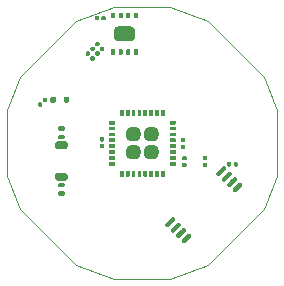
<source format=gtp>
G75*
%MOIN*%
%OFA0B0*%
%FSLAX25Y25*%
%IPPOS*%
%LPD*%
%AMOC8*
5,1,8,0,0,1.08239X$1,22.5*
%
%ADD10C,0.00100*%
%ADD11C,0.00004*%
%ADD12C,0.00010*%
D10*
X0012350Y0030950D02*
X0008050Y0041950D01*
X0008050Y0064150D01*
X0012350Y0075150D01*
X0030950Y0093750D01*
X0043650Y0098450D01*
X0062450Y0098450D01*
X0075150Y0093750D01*
X0093750Y0075150D01*
X0098050Y0064150D01*
X0098050Y0041950D01*
X0093750Y0030950D01*
X0075150Y0012350D01*
X0062450Y0007650D01*
X0043650Y0007650D01*
X0030950Y0012350D01*
X0012350Y0030950D01*
D11*
X0024408Y0041028D02*
X0024231Y0041258D01*
X0024119Y0041527D01*
X0024081Y0041815D01*
X0024081Y0041950D01*
X0024119Y0042238D01*
X0027981Y0042238D01*
X0028019Y0041950D01*
X0028019Y0041815D01*
X0027981Y0041527D01*
X0027869Y0041258D01*
X0027692Y0041028D01*
X0027462Y0040851D01*
X0027193Y0040740D01*
X0024907Y0040740D01*
X0024638Y0040851D01*
X0024408Y0041028D01*
X0024407Y0041028D02*
X0027693Y0041028D01*
X0027695Y0041031D02*
X0024405Y0041031D01*
X0024403Y0041033D02*
X0027697Y0041033D01*
X0027699Y0041036D02*
X0024401Y0041036D01*
X0024400Y0041038D02*
X0027700Y0041038D01*
X0027702Y0041041D02*
X0024398Y0041041D01*
X0024396Y0041043D02*
X0027704Y0041043D01*
X0027706Y0041046D02*
X0024394Y0041046D01*
X0024392Y0041048D02*
X0027708Y0041048D01*
X0027710Y0041050D02*
X0024390Y0041050D01*
X0024388Y0041053D02*
X0027712Y0041053D01*
X0027714Y0041055D02*
X0024386Y0041055D01*
X0024385Y0041058D02*
X0027715Y0041058D01*
X0027717Y0041060D02*
X0024383Y0041060D01*
X0024381Y0041063D02*
X0027719Y0041063D01*
X0027721Y0041065D02*
X0024379Y0041065D01*
X0024377Y0041068D02*
X0027723Y0041068D01*
X0027725Y0041070D02*
X0024375Y0041070D01*
X0024373Y0041073D02*
X0027727Y0041073D01*
X0027729Y0041075D02*
X0024371Y0041075D01*
X0024370Y0041077D02*
X0027730Y0041077D01*
X0027732Y0041080D02*
X0024368Y0041080D01*
X0024366Y0041082D02*
X0027734Y0041082D01*
X0027736Y0041085D02*
X0024364Y0041085D01*
X0024362Y0041087D02*
X0027738Y0041087D01*
X0027740Y0041090D02*
X0024360Y0041090D01*
X0024358Y0041092D02*
X0027742Y0041092D01*
X0027744Y0041095D02*
X0024356Y0041095D01*
X0024354Y0041097D02*
X0027746Y0041097D01*
X0027747Y0041099D02*
X0024353Y0041099D01*
X0024351Y0041102D02*
X0027749Y0041102D01*
X0027751Y0041104D02*
X0024349Y0041104D01*
X0024347Y0041107D02*
X0027753Y0041107D01*
X0027755Y0041109D02*
X0024345Y0041109D01*
X0024343Y0041112D02*
X0027757Y0041112D01*
X0027759Y0041114D02*
X0024341Y0041114D01*
X0024339Y0041117D02*
X0027761Y0041117D01*
X0027762Y0041119D02*
X0024338Y0041119D01*
X0024336Y0041121D02*
X0027764Y0041121D01*
X0027766Y0041124D02*
X0024334Y0041124D01*
X0024332Y0041126D02*
X0027768Y0041126D01*
X0027770Y0041129D02*
X0024330Y0041129D01*
X0024328Y0041131D02*
X0027772Y0041131D01*
X0027774Y0041134D02*
X0024326Y0041134D01*
X0024324Y0041136D02*
X0027776Y0041136D01*
X0027777Y0041139D02*
X0024323Y0041139D01*
X0024321Y0041141D02*
X0027779Y0041141D01*
X0027781Y0041144D02*
X0024319Y0041144D01*
X0024317Y0041146D02*
X0027783Y0041146D01*
X0027785Y0041148D02*
X0024315Y0041148D01*
X0024313Y0041151D02*
X0027787Y0041151D01*
X0027789Y0041153D02*
X0024311Y0041153D01*
X0024309Y0041156D02*
X0027791Y0041156D01*
X0027792Y0041158D02*
X0024308Y0041158D01*
X0024306Y0041161D02*
X0027794Y0041161D01*
X0027796Y0041163D02*
X0024304Y0041163D01*
X0024302Y0041166D02*
X0027798Y0041166D01*
X0027800Y0041168D02*
X0024300Y0041168D01*
X0024298Y0041170D02*
X0027802Y0041170D01*
X0027804Y0041173D02*
X0024296Y0041173D01*
X0024294Y0041175D02*
X0027806Y0041175D01*
X0027808Y0041178D02*
X0024292Y0041178D01*
X0024291Y0041180D02*
X0027809Y0041180D01*
X0027811Y0041183D02*
X0024289Y0041183D01*
X0024287Y0041185D02*
X0027813Y0041185D01*
X0027815Y0041188D02*
X0024285Y0041188D01*
X0024283Y0041190D02*
X0027817Y0041190D01*
X0027819Y0041192D02*
X0024281Y0041192D01*
X0024279Y0041195D02*
X0027821Y0041195D01*
X0027823Y0041197D02*
X0024277Y0041197D01*
X0024276Y0041200D02*
X0027824Y0041200D01*
X0027826Y0041202D02*
X0024274Y0041202D01*
X0024272Y0041205D02*
X0027828Y0041205D01*
X0027830Y0041207D02*
X0024270Y0041207D01*
X0024268Y0041210D02*
X0027832Y0041210D01*
X0027834Y0041212D02*
X0024266Y0041212D01*
X0024264Y0041215D02*
X0027836Y0041215D01*
X0027838Y0041217D02*
X0024262Y0041217D01*
X0024261Y0041219D02*
X0027839Y0041219D01*
X0027841Y0041222D02*
X0024259Y0041222D01*
X0024257Y0041224D02*
X0027843Y0041224D01*
X0027845Y0041227D02*
X0024255Y0041227D01*
X0024253Y0041229D02*
X0027847Y0041229D01*
X0027849Y0041232D02*
X0024251Y0041232D01*
X0024249Y0041234D02*
X0027851Y0041234D01*
X0027853Y0041237D02*
X0024247Y0041237D01*
X0024246Y0041239D02*
X0027854Y0041239D01*
X0027856Y0041241D02*
X0024244Y0041241D01*
X0024242Y0041244D02*
X0027858Y0041244D01*
X0027860Y0041246D02*
X0024240Y0041246D01*
X0024238Y0041249D02*
X0027862Y0041249D01*
X0027864Y0041251D02*
X0024236Y0041251D01*
X0024234Y0041254D02*
X0027866Y0041254D01*
X0027868Y0041256D02*
X0024232Y0041256D01*
X0024231Y0041259D02*
X0027869Y0041259D01*
X0027870Y0041261D02*
X0024230Y0041261D01*
X0024229Y0041263D02*
X0027871Y0041263D01*
X0027872Y0041266D02*
X0024228Y0041266D01*
X0024227Y0041268D02*
X0027873Y0041268D01*
X0027874Y0041271D02*
X0024226Y0041271D01*
X0024225Y0041273D02*
X0027876Y0041273D01*
X0027877Y0041276D02*
X0024223Y0041276D01*
X0024222Y0041278D02*
X0027878Y0041278D01*
X0027879Y0041281D02*
X0024221Y0041281D01*
X0024220Y0041283D02*
X0027880Y0041283D01*
X0027881Y0041286D02*
X0024219Y0041286D01*
X0024218Y0041288D02*
X0027882Y0041288D01*
X0027883Y0041290D02*
X0024217Y0041290D01*
X0024216Y0041293D02*
X0027884Y0041293D01*
X0027885Y0041295D02*
X0024215Y0041295D01*
X0024214Y0041298D02*
X0027886Y0041298D01*
X0027887Y0041300D02*
X0024213Y0041300D01*
X0024212Y0041303D02*
X0027888Y0041303D01*
X0027889Y0041305D02*
X0024211Y0041305D01*
X0024210Y0041308D02*
X0027890Y0041308D01*
X0027891Y0041310D02*
X0024209Y0041310D01*
X0024208Y0041312D02*
X0027892Y0041312D01*
X0027893Y0041315D02*
X0024207Y0041315D01*
X0024206Y0041317D02*
X0027894Y0041317D01*
X0027895Y0041320D02*
X0024205Y0041320D01*
X0024204Y0041322D02*
X0027896Y0041322D01*
X0027897Y0041325D02*
X0024203Y0041325D01*
X0024202Y0041327D02*
X0027898Y0041327D01*
X0027899Y0041330D02*
X0024201Y0041330D01*
X0024200Y0041332D02*
X0027900Y0041332D01*
X0027901Y0041334D02*
X0024199Y0041334D01*
X0024198Y0041337D02*
X0027902Y0041337D01*
X0027903Y0041339D02*
X0024197Y0041339D01*
X0024196Y0041342D02*
X0027904Y0041342D01*
X0027905Y0041344D02*
X0024195Y0041344D01*
X0024194Y0041347D02*
X0027906Y0041347D01*
X0027907Y0041349D02*
X0024193Y0041349D01*
X0024192Y0041352D02*
X0027908Y0041352D01*
X0027909Y0041354D02*
X0024191Y0041354D01*
X0024190Y0041357D02*
X0027910Y0041357D01*
X0027911Y0041359D02*
X0024189Y0041359D01*
X0024188Y0041361D02*
X0027912Y0041361D01*
X0027913Y0041364D02*
X0024187Y0041364D01*
X0024186Y0041366D02*
X0027914Y0041366D01*
X0027915Y0041369D02*
X0024185Y0041369D01*
X0024184Y0041371D02*
X0027916Y0041371D01*
X0027917Y0041374D02*
X0024183Y0041374D01*
X0024182Y0041376D02*
X0027918Y0041376D01*
X0027919Y0041379D02*
X0024181Y0041379D01*
X0024180Y0041381D02*
X0027920Y0041381D01*
X0027921Y0041383D02*
X0024179Y0041383D01*
X0024178Y0041386D02*
X0027922Y0041386D01*
X0027923Y0041388D02*
X0024177Y0041388D01*
X0024176Y0041391D02*
X0027924Y0041391D01*
X0027925Y0041393D02*
X0024175Y0041393D01*
X0024174Y0041396D02*
X0027926Y0041396D01*
X0027927Y0041398D02*
X0024173Y0041398D01*
X0024172Y0041401D02*
X0027928Y0041401D01*
X0027929Y0041403D02*
X0024171Y0041403D01*
X0024170Y0041405D02*
X0027930Y0041405D01*
X0027931Y0041408D02*
X0024169Y0041408D01*
X0024168Y0041410D02*
X0027932Y0041410D01*
X0027933Y0041413D02*
X0024167Y0041413D01*
X0024166Y0041415D02*
X0027934Y0041415D01*
X0027935Y0041418D02*
X0024165Y0041418D01*
X0024164Y0041420D02*
X0027936Y0041420D01*
X0027937Y0041423D02*
X0024163Y0041423D01*
X0024162Y0041425D02*
X0027938Y0041425D01*
X0027939Y0041428D02*
X0024161Y0041428D01*
X0024160Y0041430D02*
X0027940Y0041430D01*
X0027941Y0041432D02*
X0024159Y0041432D01*
X0024158Y0041435D02*
X0027942Y0041435D01*
X0027943Y0041437D02*
X0024157Y0041437D01*
X0024156Y0041440D02*
X0027944Y0041440D01*
X0027945Y0041442D02*
X0024155Y0041442D01*
X0024154Y0041445D02*
X0027946Y0041445D01*
X0027948Y0041447D02*
X0024152Y0041447D01*
X0024151Y0041450D02*
X0027949Y0041450D01*
X0027950Y0041452D02*
X0024150Y0041452D01*
X0024149Y0041454D02*
X0027951Y0041454D01*
X0027952Y0041457D02*
X0024148Y0041457D01*
X0024147Y0041459D02*
X0027953Y0041459D01*
X0027954Y0041462D02*
X0024146Y0041462D01*
X0024145Y0041464D02*
X0027955Y0041464D01*
X0027956Y0041467D02*
X0024144Y0041467D01*
X0024143Y0041469D02*
X0027957Y0041469D01*
X0027958Y0041472D02*
X0024142Y0041472D01*
X0024141Y0041474D02*
X0027959Y0041474D01*
X0027960Y0041476D02*
X0024140Y0041476D01*
X0024139Y0041479D02*
X0027961Y0041479D01*
X0027962Y0041481D02*
X0024138Y0041481D01*
X0024137Y0041484D02*
X0027963Y0041484D01*
X0027964Y0041486D02*
X0024136Y0041486D01*
X0024135Y0041489D02*
X0027965Y0041489D01*
X0027966Y0041491D02*
X0024134Y0041491D01*
X0024133Y0041494D02*
X0027967Y0041494D01*
X0027968Y0041496D02*
X0024132Y0041496D01*
X0024131Y0041499D02*
X0027969Y0041499D01*
X0027970Y0041501D02*
X0024130Y0041501D01*
X0024129Y0041503D02*
X0027971Y0041503D01*
X0027972Y0041506D02*
X0024128Y0041506D01*
X0024127Y0041508D02*
X0027973Y0041508D01*
X0027974Y0041511D02*
X0024126Y0041511D01*
X0024125Y0041513D02*
X0027975Y0041513D01*
X0027976Y0041516D02*
X0024124Y0041516D01*
X0024123Y0041518D02*
X0027977Y0041518D01*
X0027978Y0041521D02*
X0024122Y0041521D01*
X0024121Y0041523D02*
X0027979Y0041523D01*
X0027980Y0041525D02*
X0024120Y0041525D01*
X0024119Y0041528D02*
X0027981Y0041528D01*
X0027981Y0041530D02*
X0024119Y0041530D01*
X0024119Y0041533D02*
X0027981Y0041533D01*
X0027982Y0041535D02*
X0024118Y0041535D01*
X0024118Y0041538D02*
X0027982Y0041538D01*
X0027982Y0041540D02*
X0024118Y0041540D01*
X0024117Y0041543D02*
X0027983Y0041543D01*
X0027983Y0041545D02*
X0024117Y0041545D01*
X0024117Y0041547D02*
X0027983Y0041547D01*
X0027984Y0041550D02*
X0024116Y0041550D01*
X0024116Y0041552D02*
X0027984Y0041552D01*
X0027984Y0041555D02*
X0024116Y0041555D01*
X0024115Y0041557D02*
X0027985Y0041557D01*
X0027985Y0041560D02*
X0024115Y0041560D01*
X0024115Y0041562D02*
X0027985Y0041562D01*
X0027986Y0041565D02*
X0024114Y0041565D01*
X0024114Y0041567D02*
X0027986Y0041567D01*
X0027986Y0041570D02*
X0024114Y0041570D01*
X0024114Y0041572D02*
X0027987Y0041572D01*
X0027987Y0041574D02*
X0024113Y0041574D01*
X0024113Y0041577D02*
X0027987Y0041577D01*
X0027987Y0041579D02*
X0024113Y0041579D01*
X0024112Y0041582D02*
X0027988Y0041582D01*
X0027988Y0041584D02*
X0024112Y0041584D01*
X0024112Y0041587D02*
X0027988Y0041587D01*
X0027989Y0041589D02*
X0024111Y0041589D01*
X0024111Y0041592D02*
X0027989Y0041592D01*
X0027989Y0041594D02*
X0024111Y0041594D01*
X0024110Y0041596D02*
X0027990Y0041596D01*
X0027990Y0041599D02*
X0024110Y0041599D01*
X0024110Y0041601D02*
X0027990Y0041601D01*
X0027991Y0041604D02*
X0024109Y0041604D01*
X0024109Y0041606D02*
X0027991Y0041606D01*
X0027991Y0041609D02*
X0024109Y0041609D01*
X0024108Y0041611D02*
X0027992Y0041611D01*
X0027992Y0041614D02*
X0024108Y0041614D01*
X0024108Y0041616D02*
X0027992Y0041616D01*
X0027993Y0041618D02*
X0024107Y0041618D01*
X0024107Y0041621D02*
X0027993Y0041621D01*
X0027993Y0041623D02*
X0024107Y0041623D01*
X0024106Y0041626D02*
X0027994Y0041626D01*
X0027994Y0041628D02*
X0024106Y0041628D01*
X0024106Y0041631D02*
X0027994Y0041631D01*
X0027995Y0041633D02*
X0024105Y0041633D01*
X0024105Y0041636D02*
X0027995Y0041636D01*
X0027995Y0041638D02*
X0024105Y0041638D01*
X0024104Y0041641D02*
X0027996Y0041641D01*
X0027996Y0041643D02*
X0024104Y0041643D01*
X0024104Y0041645D02*
X0027996Y0041645D01*
X0027996Y0041648D02*
X0024104Y0041648D01*
X0024103Y0041650D02*
X0027997Y0041650D01*
X0027997Y0041653D02*
X0024103Y0041653D01*
X0024103Y0041655D02*
X0027997Y0041655D01*
X0027998Y0041658D02*
X0024102Y0041658D01*
X0024102Y0041660D02*
X0027998Y0041660D01*
X0027998Y0041663D02*
X0024102Y0041663D01*
X0024101Y0041665D02*
X0027999Y0041665D01*
X0027999Y0041667D02*
X0024101Y0041667D01*
X0024101Y0041670D02*
X0027999Y0041670D01*
X0028000Y0041672D02*
X0024100Y0041672D01*
X0024100Y0041675D02*
X0028000Y0041675D01*
X0028000Y0041677D02*
X0024100Y0041677D01*
X0024099Y0041680D02*
X0028001Y0041680D01*
X0028001Y0041682D02*
X0024099Y0041682D01*
X0024099Y0041685D02*
X0028001Y0041685D01*
X0028002Y0041687D02*
X0024098Y0041687D01*
X0024098Y0041689D02*
X0028002Y0041689D01*
X0028002Y0041692D02*
X0024098Y0041692D01*
X0024097Y0041694D02*
X0028003Y0041694D01*
X0028003Y0041697D02*
X0024097Y0041697D01*
X0024097Y0041699D02*
X0028003Y0041699D01*
X0028004Y0041702D02*
X0024096Y0041702D01*
X0024096Y0041704D02*
X0028004Y0041704D01*
X0028004Y0041707D02*
X0024096Y0041707D01*
X0024095Y0041709D02*
X0028005Y0041709D01*
X0028005Y0041712D02*
X0024095Y0041712D01*
X0024095Y0041714D02*
X0028005Y0041714D01*
X0028006Y0041716D02*
X0024095Y0041716D01*
X0024094Y0041719D02*
X0028006Y0041719D01*
X0028006Y0041721D02*
X0024094Y0041721D01*
X0024094Y0041724D02*
X0028006Y0041724D01*
X0028007Y0041726D02*
X0024093Y0041726D01*
X0024093Y0041729D02*
X0028007Y0041729D01*
X0028007Y0041731D02*
X0024093Y0041731D01*
X0024092Y0041734D02*
X0028008Y0041734D01*
X0028008Y0041736D02*
X0024092Y0041736D01*
X0024092Y0041738D02*
X0028008Y0041738D01*
X0028009Y0041741D02*
X0024091Y0041741D01*
X0024091Y0041743D02*
X0028009Y0041743D01*
X0028009Y0041746D02*
X0024091Y0041746D01*
X0024090Y0041748D02*
X0028010Y0041748D01*
X0028010Y0041751D02*
X0024090Y0041751D01*
X0024090Y0041753D02*
X0028010Y0041753D01*
X0028011Y0041756D02*
X0024089Y0041756D01*
X0024089Y0041758D02*
X0028011Y0041758D01*
X0028011Y0041760D02*
X0024089Y0041760D01*
X0024088Y0041763D02*
X0028012Y0041763D01*
X0028012Y0041765D02*
X0024088Y0041765D01*
X0024088Y0041768D02*
X0028012Y0041768D01*
X0028013Y0041770D02*
X0024087Y0041770D01*
X0024087Y0041773D02*
X0028013Y0041773D01*
X0028013Y0041775D02*
X0024087Y0041775D01*
X0024086Y0041778D02*
X0028014Y0041778D01*
X0028014Y0041780D02*
X0024086Y0041780D01*
X0024086Y0041783D02*
X0028014Y0041783D01*
X0028015Y0041785D02*
X0024085Y0041785D01*
X0024085Y0041787D02*
X0028015Y0041787D01*
X0028015Y0041790D02*
X0024085Y0041790D01*
X0024084Y0041792D02*
X0028016Y0041792D01*
X0028016Y0041795D02*
X0024084Y0041795D01*
X0024084Y0041797D02*
X0028016Y0041797D01*
X0028016Y0041800D02*
X0024084Y0041800D01*
X0024083Y0041802D02*
X0028017Y0041802D01*
X0028017Y0041805D02*
X0024083Y0041805D01*
X0024083Y0041807D02*
X0028017Y0041807D01*
X0028018Y0041809D02*
X0024082Y0041809D01*
X0024082Y0041812D02*
X0028018Y0041812D01*
X0028018Y0041814D02*
X0024082Y0041814D01*
X0024081Y0041817D02*
X0028019Y0041817D01*
X0028019Y0041819D02*
X0024081Y0041819D01*
X0024081Y0041822D02*
X0028019Y0041822D01*
X0028019Y0041824D02*
X0024081Y0041824D01*
X0024081Y0041827D02*
X0028019Y0041827D01*
X0028019Y0041829D02*
X0024081Y0041829D01*
X0024081Y0041831D02*
X0028019Y0041831D01*
X0028019Y0041834D02*
X0024081Y0041834D01*
X0024081Y0041836D02*
X0028019Y0041836D01*
X0028019Y0041839D02*
X0024081Y0041839D01*
X0024081Y0041841D02*
X0028019Y0041841D01*
X0028019Y0041844D02*
X0024081Y0041844D01*
X0024081Y0041846D02*
X0028019Y0041846D01*
X0028019Y0041849D02*
X0024081Y0041849D01*
X0024081Y0041851D02*
X0028019Y0041851D01*
X0028019Y0041854D02*
X0024081Y0041854D01*
X0024081Y0041856D02*
X0028019Y0041856D01*
X0028019Y0041858D02*
X0024081Y0041858D01*
X0024081Y0041861D02*
X0028019Y0041861D01*
X0028019Y0041863D02*
X0024081Y0041863D01*
X0024081Y0041866D02*
X0028019Y0041866D01*
X0028019Y0041868D02*
X0024081Y0041868D01*
X0024081Y0041871D02*
X0028019Y0041871D01*
X0028019Y0041873D02*
X0024081Y0041873D01*
X0024081Y0041876D02*
X0028019Y0041876D01*
X0028019Y0041878D02*
X0024081Y0041878D01*
X0024081Y0041880D02*
X0028019Y0041880D01*
X0028019Y0041883D02*
X0024081Y0041883D01*
X0024081Y0041885D02*
X0028019Y0041885D01*
X0028019Y0041888D02*
X0024081Y0041888D01*
X0024081Y0041890D02*
X0028019Y0041890D01*
X0028019Y0041893D02*
X0024081Y0041893D01*
X0024081Y0041895D02*
X0028019Y0041895D01*
X0028019Y0041898D02*
X0024081Y0041898D01*
X0024081Y0041900D02*
X0028019Y0041900D01*
X0028019Y0041902D02*
X0024081Y0041902D01*
X0024081Y0041905D02*
X0028019Y0041905D01*
X0028019Y0041907D02*
X0024081Y0041907D01*
X0024081Y0041910D02*
X0028019Y0041910D01*
X0028019Y0041912D02*
X0024081Y0041912D01*
X0024081Y0041915D02*
X0028019Y0041915D01*
X0028019Y0041917D02*
X0024081Y0041917D01*
X0024081Y0041920D02*
X0028019Y0041920D01*
X0028019Y0041922D02*
X0024081Y0041922D01*
X0024081Y0041925D02*
X0028019Y0041925D01*
X0028019Y0041927D02*
X0024081Y0041927D01*
X0024081Y0041929D02*
X0028019Y0041929D01*
X0028019Y0041932D02*
X0024081Y0041932D01*
X0024081Y0041934D02*
X0028019Y0041934D01*
X0028019Y0041937D02*
X0024081Y0041937D01*
X0024081Y0041939D02*
X0028019Y0041939D01*
X0028019Y0041942D02*
X0024081Y0041942D01*
X0024081Y0041944D02*
X0028019Y0041944D01*
X0028019Y0041947D02*
X0024081Y0041947D01*
X0024081Y0041949D02*
X0028019Y0041949D01*
X0028018Y0041951D02*
X0024082Y0041951D01*
X0024082Y0041954D02*
X0028018Y0041954D01*
X0028018Y0041956D02*
X0024082Y0041956D01*
X0024083Y0041959D02*
X0028017Y0041959D01*
X0028017Y0041961D02*
X0024083Y0041961D01*
X0024083Y0041964D02*
X0028017Y0041964D01*
X0028016Y0041966D02*
X0024084Y0041966D01*
X0024084Y0041969D02*
X0028016Y0041969D01*
X0028016Y0041971D02*
X0024084Y0041971D01*
X0024085Y0041973D02*
X0028015Y0041973D01*
X0028015Y0041976D02*
X0024085Y0041976D01*
X0024085Y0041978D02*
X0028015Y0041978D01*
X0028014Y0041981D02*
X0024086Y0041981D01*
X0024086Y0041983D02*
X0028014Y0041983D01*
X0028014Y0041986D02*
X0024086Y0041986D01*
X0024086Y0041988D02*
X0028013Y0041988D01*
X0028013Y0041991D02*
X0024087Y0041991D01*
X0024087Y0041993D02*
X0028013Y0041993D01*
X0028013Y0041996D02*
X0024087Y0041996D01*
X0024088Y0041998D02*
X0028012Y0041998D01*
X0028012Y0042000D02*
X0024088Y0042000D01*
X0024088Y0042003D02*
X0028012Y0042003D01*
X0028011Y0042005D02*
X0024089Y0042005D01*
X0024089Y0042008D02*
X0028011Y0042008D01*
X0028011Y0042010D02*
X0024089Y0042010D01*
X0024090Y0042013D02*
X0028010Y0042013D01*
X0028010Y0042015D02*
X0024090Y0042015D01*
X0024090Y0042018D02*
X0028010Y0042018D01*
X0028009Y0042020D02*
X0024091Y0042020D01*
X0024091Y0042022D02*
X0028009Y0042022D01*
X0028009Y0042025D02*
X0024091Y0042025D01*
X0024092Y0042027D02*
X0028008Y0042027D01*
X0028008Y0042030D02*
X0024092Y0042030D01*
X0024092Y0042032D02*
X0028008Y0042032D01*
X0028007Y0042035D02*
X0024093Y0042035D01*
X0024093Y0042037D02*
X0028007Y0042037D01*
X0028007Y0042040D02*
X0024093Y0042040D01*
X0024094Y0042042D02*
X0028006Y0042042D01*
X0028006Y0042045D02*
X0024094Y0042045D01*
X0024094Y0042047D02*
X0028006Y0042047D01*
X0028005Y0042049D02*
X0024095Y0042049D01*
X0024095Y0042052D02*
X0028005Y0042052D01*
X0028005Y0042054D02*
X0024095Y0042054D01*
X0024096Y0042057D02*
X0028004Y0042057D01*
X0028004Y0042059D02*
X0024096Y0042059D01*
X0024096Y0042062D02*
X0028004Y0042062D01*
X0028004Y0042064D02*
X0024096Y0042064D01*
X0024097Y0042067D02*
X0028003Y0042067D01*
X0028003Y0042069D02*
X0024097Y0042069D01*
X0024097Y0042071D02*
X0028003Y0042071D01*
X0028002Y0042074D02*
X0024098Y0042074D01*
X0024098Y0042076D02*
X0028002Y0042076D01*
X0028002Y0042079D02*
X0024098Y0042079D01*
X0024099Y0042081D02*
X0028001Y0042081D01*
X0028001Y0042084D02*
X0024099Y0042084D01*
X0024099Y0042086D02*
X0028001Y0042086D01*
X0028000Y0042089D02*
X0024100Y0042089D01*
X0024100Y0042091D02*
X0028000Y0042091D01*
X0028000Y0042093D02*
X0024100Y0042093D01*
X0024101Y0042096D02*
X0027999Y0042096D01*
X0027999Y0042098D02*
X0024101Y0042098D01*
X0024101Y0042101D02*
X0027999Y0042101D01*
X0027998Y0042103D02*
X0024102Y0042103D01*
X0024102Y0042106D02*
X0027998Y0042106D01*
X0027998Y0042108D02*
X0024102Y0042108D01*
X0024103Y0042111D02*
X0027997Y0042111D01*
X0027997Y0042113D02*
X0024103Y0042113D01*
X0024103Y0042116D02*
X0027997Y0042116D01*
X0027996Y0042118D02*
X0024104Y0042118D01*
X0024104Y0042120D02*
X0027996Y0042120D01*
X0027996Y0042123D02*
X0024104Y0042123D01*
X0024105Y0042125D02*
X0027995Y0042125D01*
X0027995Y0042128D02*
X0024105Y0042128D01*
X0024105Y0042130D02*
X0027995Y0042130D01*
X0027994Y0042133D02*
X0024105Y0042133D01*
X0024106Y0042135D02*
X0027994Y0042135D01*
X0027994Y0042138D02*
X0024106Y0042138D01*
X0024106Y0042140D02*
X0027994Y0042140D01*
X0027993Y0042142D02*
X0024107Y0042142D01*
X0024107Y0042145D02*
X0027993Y0042145D01*
X0027993Y0042147D02*
X0024107Y0042147D01*
X0024108Y0042150D02*
X0027992Y0042150D01*
X0027992Y0042152D02*
X0024108Y0042152D01*
X0024108Y0042155D02*
X0027992Y0042155D01*
X0027991Y0042157D02*
X0024109Y0042157D01*
X0024109Y0042160D02*
X0027991Y0042160D01*
X0027991Y0042162D02*
X0024109Y0042162D01*
X0024110Y0042164D02*
X0027990Y0042164D01*
X0027990Y0042167D02*
X0024110Y0042167D01*
X0024110Y0042169D02*
X0027990Y0042169D01*
X0027989Y0042172D02*
X0024111Y0042172D01*
X0024111Y0042174D02*
X0027989Y0042174D01*
X0027989Y0042177D02*
X0024111Y0042177D01*
X0024112Y0042179D02*
X0027988Y0042179D01*
X0027988Y0042182D02*
X0024112Y0042182D01*
X0024112Y0042184D02*
X0027988Y0042184D01*
X0027987Y0042187D02*
X0024113Y0042187D01*
X0024113Y0042189D02*
X0027987Y0042189D01*
X0027987Y0042191D02*
X0024113Y0042191D01*
X0024114Y0042194D02*
X0027986Y0042194D01*
X0027986Y0042196D02*
X0024114Y0042196D01*
X0024114Y0042199D02*
X0027986Y0042199D01*
X0027985Y0042201D02*
X0024115Y0042201D01*
X0024115Y0042204D02*
X0027985Y0042204D01*
X0027985Y0042206D02*
X0024115Y0042206D01*
X0024116Y0042209D02*
X0027984Y0042209D01*
X0027984Y0042211D02*
X0024116Y0042211D01*
X0024116Y0042213D02*
X0027984Y0042213D01*
X0027984Y0042216D02*
X0024116Y0042216D01*
X0024117Y0042218D02*
X0027983Y0042218D01*
X0027983Y0042221D02*
X0024117Y0042221D01*
X0024117Y0042223D02*
X0027983Y0042223D01*
X0027982Y0042226D02*
X0024118Y0042226D01*
X0024118Y0042228D02*
X0027982Y0042228D01*
X0027982Y0042231D02*
X0024118Y0042231D01*
X0024119Y0042233D02*
X0027981Y0042233D01*
X0027981Y0042235D02*
X0024119Y0042235D01*
X0024119Y0042238D02*
X0024231Y0042507D01*
X0027869Y0042507D01*
X0027981Y0042238D01*
X0027980Y0042240D02*
X0024120Y0042240D01*
X0024121Y0042243D02*
X0027979Y0042243D01*
X0027978Y0042245D02*
X0024122Y0042245D01*
X0024123Y0042248D02*
X0027977Y0042248D01*
X0027976Y0042250D02*
X0024124Y0042250D01*
X0024125Y0042253D02*
X0027975Y0042253D01*
X0027974Y0042255D02*
X0024126Y0042255D01*
X0024127Y0042258D02*
X0027973Y0042258D01*
X0027972Y0042260D02*
X0024128Y0042260D01*
X0024129Y0042262D02*
X0027971Y0042262D01*
X0027970Y0042265D02*
X0024130Y0042265D01*
X0024131Y0042267D02*
X0027969Y0042267D01*
X0027968Y0042270D02*
X0024132Y0042270D01*
X0024133Y0042272D02*
X0027967Y0042272D01*
X0027966Y0042275D02*
X0024134Y0042275D01*
X0024135Y0042277D02*
X0027965Y0042277D01*
X0027964Y0042280D02*
X0024136Y0042280D01*
X0024137Y0042282D02*
X0027963Y0042282D01*
X0027962Y0042284D02*
X0024138Y0042284D01*
X0024140Y0042287D02*
X0027960Y0042287D01*
X0027959Y0042289D02*
X0024141Y0042289D01*
X0024142Y0042292D02*
X0027958Y0042292D01*
X0027957Y0042294D02*
X0024143Y0042294D01*
X0024144Y0042297D02*
X0027956Y0042297D01*
X0027955Y0042299D02*
X0024145Y0042299D01*
X0024146Y0042302D02*
X0027954Y0042302D01*
X0027953Y0042304D02*
X0024147Y0042304D01*
X0024148Y0042306D02*
X0027952Y0042306D01*
X0027951Y0042309D02*
X0024149Y0042309D01*
X0024150Y0042311D02*
X0027950Y0042311D01*
X0027949Y0042314D02*
X0024151Y0042314D01*
X0024152Y0042316D02*
X0027948Y0042316D01*
X0027947Y0042319D02*
X0024153Y0042319D01*
X0024154Y0042321D02*
X0027946Y0042321D01*
X0027945Y0042324D02*
X0024155Y0042324D01*
X0024156Y0042326D02*
X0027944Y0042326D01*
X0027943Y0042329D02*
X0024157Y0042329D01*
X0024158Y0042331D02*
X0027942Y0042331D01*
X0027941Y0042333D02*
X0024159Y0042333D01*
X0024160Y0042336D02*
X0027940Y0042336D01*
X0027939Y0042338D02*
X0024161Y0042338D01*
X0024162Y0042341D02*
X0027938Y0042341D01*
X0027937Y0042343D02*
X0024163Y0042343D01*
X0024164Y0042346D02*
X0027936Y0042346D01*
X0027935Y0042348D02*
X0024165Y0042348D01*
X0024166Y0042351D02*
X0027934Y0042351D01*
X0027933Y0042353D02*
X0024167Y0042353D01*
X0024168Y0042355D02*
X0027932Y0042355D01*
X0027931Y0042358D02*
X0024169Y0042358D01*
X0024170Y0042360D02*
X0027930Y0042360D01*
X0027929Y0042363D02*
X0024171Y0042363D01*
X0024172Y0042365D02*
X0027928Y0042365D01*
X0027927Y0042368D02*
X0024173Y0042368D01*
X0024174Y0042370D02*
X0027926Y0042370D01*
X0027925Y0042373D02*
X0024175Y0042373D01*
X0024176Y0042375D02*
X0027924Y0042375D01*
X0027923Y0042377D02*
X0024177Y0042377D01*
X0024178Y0042380D02*
X0027922Y0042380D01*
X0027921Y0042382D02*
X0024179Y0042382D01*
X0024180Y0042385D02*
X0027920Y0042385D01*
X0027919Y0042387D02*
X0024181Y0042387D01*
X0024182Y0042390D02*
X0027918Y0042390D01*
X0027917Y0042392D02*
X0024183Y0042392D01*
X0024184Y0042395D02*
X0027916Y0042395D01*
X0027915Y0042397D02*
X0024185Y0042397D01*
X0024186Y0042400D02*
X0027914Y0042400D01*
X0027913Y0042402D02*
X0024187Y0042402D01*
X0024188Y0042404D02*
X0027912Y0042404D01*
X0027911Y0042407D02*
X0024189Y0042407D01*
X0024190Y0042409D02*
X0027910Y0042409D01*
X0027909Y0042412D02*
X0024191Y0042412D01*
X0024192Y0042414D02*
X0027908Y0042414D01*
X0027907Y0042417D02*
X0024193Y0042417D01*
X0024194Y0042419D02*
X0027906Y0042419D01*
X0027905Y0042422D02*
X0024195Y0042422D01*
X0024196Y0042424D02*
X0027904Y0042424D01*
X0027903Y0042426D02*
X0024197Y0042426D01*
X0024198Y0042429D02*
X0027902Y0042429D01*
X0027901Y0042431D02*
X0024199Y0042431D01*
X0024200Y0042434D02*
X0027900Y0042434D01*
X0027899Y0042436D02*
X0024201Y0042436D01*
X0024202Y0042439D02*
X0027898Y0042439D01*
X0027897Y0042441D02*
X0024203Y0042441D01*
X0024204Y0042444D02*
X0027896Y0042444D01*
X0027895Y0042446D02*
X0024205Y0042446D01*
X0024206Y0042448D02*
X0027894Y0042448D01*
X0027893Y0042451D02*
X0024207Y0042451D01*
X0024208Y0042453D02*
X0027892Y0042453D01*
X0027891Y0042456D02*
X0024209Y0042456D01*
X0024210Y0042458D02*
X0027889Y0042458D01*
X0027888Y0042461D02*
X0024212Y0042461D01*
X0024213Y0042463D02*
X0027887Y0042463D01*
X0027886Y0042466D02*
X0024214Y0042466D01*
X0024215Y0042468D02*
X0027885Y0042468D01*
X0027884Y0042471D02*
X0024216Y0042471D01*
X0024217Y0042473D02*
X0027883Y0042473D01*
X0027882Y0042475D02*
X0024218Y0042475D01*
X0024219Y0042478D02*
X0027881Y0042478D01*
X0027880Y0042480D02*
X0024220Y0042480D01*
X0024221Y0042483D02*
X0027879Y0042483D01*
X0027878Y0042485D02*
X0024222Y0042485D01*
X0024223Y0042488D02*
X0027877Y0042488D01*
X0027876Y0042490D02*
X0024224Y0042490D01*
X0024225Y0042493D02*
X0027875Y0042493D01*
X0027874Y0042495D02*
X0024226Y0042495D01*
X0024227Y0042497D02*
X0027873Y0042497D01*
X0027872Y0042500D02*
X0024228Y0042500D01*
X0024229Y0042502D02*
X0027871Y0042502D01*
X0027870Y0042505D02*
X0024230Y0042505D01*
X0024231Y0042507D02*
X0024408Y0042738D01*
X0024638Y0042915D01*
X0024907Y0043026D01*
X0025195Y0043064D01*
X0026905Y0043064D01*
X0027193Y0043026D01*
X0027462Y0042915D01*
X0027692Y0042738D01*
X0027869Y0042507D01*
X0027867Y0042510D02*
X0024233Y0042510D01*
X0024235Y0042512D02*
X0027865Y0042512D01*
X0027863Y0042515D02*
X0024236Y0042515D01*
X0024238Y0042517D02*
X0027862Y0042517D01*
X0027860Y0042519D02*
X0024240Y0042519D01*
X0024242Y0042522D02*
X0027858Y0042522D01*
X0027856Y0042524D02*
X0024244Y0042524D01*
X0024246Y0042527D02*
X0027854Y0042527D01*
X0027852Y0042529D02*
X0024248Y0042529D01*
X0024250Y0042532D02*
X0027850Y0042532D01*
X0027848Y0042534D02*
X0024252Y0042534D01*
X0024253Y0042537D02*
X0027847Y0042537D01*
X0027845Y0042539D02*
X0024255Y0042539D01*
X0024257Y0042542D02*
X0027843Y0042542D01*
X0027841Y0042544D02*
X0024259Y0042544D01*
X0024261Y0042546D02*
X0027839Y0042546D01*
X0027837Y0042549D02*
X0024263Y0042549D01*
X0024265Y0042551D02*
X0027835Y0042551D01*
X0027833Y0042554D02*
X0024267Y0042554D01*
X0024268Y0042556D02*
X0027832Y0042556D01*
X0027830Y0042559D02*
X0024270Y0042559D01*
X0024272Y0042561D02*
X0027828Y0042561D01*
X0027826Y0042564D02*
X0024274Y0042564D01*
X0024276Y0042566D02*
X0027824Y0042566D01*
X0027822Y0042568D02*
X0024278Y0042568D01*
X0024280Y0042571D02*
X0027820Y0042571D01*
X0027818Y0042573D02*
X0024282Y0042573D01*
X0024283Y0042576D02*
X0027817Y0042576D01*
X0027815Y0042578D02*
X0024285Y0042578D01*
X0024287Y0042581D02*
X0027813Y0042581D01*
X0027811Y0042583D02*
X0024289Y0042583D01*
X0024291Y0042586D02*
X0027809Y0042586D01*
X0027807Y0042588D02*
X0024293Y0042588D01*
X0024295Y0042590D02*
X0027805Y0042590D01*
X0027803Y0042593D02*
X0024297Y0042593D01*
X0024298Y0042595D02*
X0027802Y0042595D01*
X0027800Y0042598D02*
X0024300Y0042598D01*
X0024302Y0042600D02*
X0027798Y0042600D01*
X0027796Y0042603D02*
X0024304Y0042603D01*
X0024306Y0042605D02*
X0027794Y0042605D01*
X0027792Y0042608D02*
X0024308Y0042608D01*
X0024310Y0042610D02*
X0027790Y0042610D01*
X0027788Y0042613D02*
X0024312Y0042613D01*
X0024314Y0042615D02*
X0027786Y0042615D01*
X0027785Y0042617D02*
X0024315Y0042617D01*
X0024317Y0042620D02*
X0027783Y0042620D01*
X0027781Y0042622D02*
X0024319Y0042622D01*
X0024321Y0042625D02*
X0027779Y0042625D01*
X0027777Y0042627D02*
X0024323Y0042627D01*
X0024325Y0042630D02*
X0027775Y0042630D01*
X0027773Y0042632D02*
X0024327Y0042632D01*
X0024329Y0042635D02*
X0027771Y0042635D01*
X0027770Y0042637D02*
X0024330Y0042637D01*
X0024332Y0042639D02*
X0027768Y0042639D01*
X0027766Y0042642D02*
X0024334Y0042642D01*
X0024336Y0042644D02*
X0027764Y0042644D01*
X0027762Y0042647D02*
X0024338Y0042647D01*
X0024340Y0042649D02*
X0027760Y0042649D01*
X0027758Y0042652D02*
X0024342Y0042652D01*
X0024344Y0042654D02*
X0027756Y0042654D01*
X0027755Y0042657D02*
X0024345Y0042657D01*
X0024347Y0042659D02*
X0027753Y0042659D01*
X0027751Y0042661D02*
X0024349Y0042661D01*
X0024351Y0042664D02*
X0027749Y0042664D01*
X0027747Y0042666D02*
X0024353Y0042666D01*
X0024355Y0042669D02*
X0027745Y0042669D01*
X0027743Y0042671D02*
X0024357Y0042671D01*
X0024359Y0042674D02*
X0027741Y0042674D01*
X0027740Y0042676D02*
X0024360Y0042676D01*
X0024362Y0042679D02*
X0027738Y0042679D01*
X0027736Y0042681D02*
X0024364Y0042681D01*
X0024366Y0042684D02*
X0027734Y0042684D01*
X0027732Y0042686D02*
X0024368Y0042686D01*
X0024370Y0042688D02*
X0027730Y0042688D01*
X0027728Y0042691D02*
X0024372Y0042691D01*
X0024374Y0042693D02*
X0027726Y0042693D01*
X0027724Y0042696D02*
X0024376Y0042696D01*
X0024377Y0042698D02*
X0027723Y0042698D01*
X0027721Y0042701D02*
X0024379Y0042701D01*
X0024381Y0042703D02*
X0027719Y0042703D01*
X0027717Y0042706D02*
X0024383Y0042706D01*
X0024385Y0042708D02*
X0027715Y0042708D01*
X0027713Y0042710D02*
X0024387Y0042710D01*
X0024389Y0042713D02*
X0027711Y0042713D01*
X0027709Y0042715D02*
X0024391Y0042715D01*
X0024392Y0042718D02*
X0027708Y0042718D01*
X0027706Y0042720D02*
X0024394Y0042720D01*
X0024396Y0042723D02*
X0027704Y0042723D01*
X0027702Y0042725D02*
X0024398Y0042725D01*
X0024400Y0042728D02*
X0027700Y0042728D01*
X0027698Y0042730D02*
X0024402Y0042730D01*
X0024404Y0042732D02*
X0027696Y0042732D01*
X0027694Y0042735D02*
X0024406Y0042735D01*
X0024407Y0042737D02*
X0027693Y0042737D01*
X0027690Y0042740D02*
X0024410Y0042740D01*
X0024414Y0042742D02*
X0027686Y0042742D01*
X0027683Y0042745D02*
X0024417Y0042745D01*
X0024420Y0042747D02*
X0027680Y0042747D01*
X0027677Y0042750D02*
X0024423Y0042750D01*
X0024426Y0042752D02*
X0027674Y0042752D01*
X0027670Y0042755D02*
X0024430Y0042755D01*
X0024433Y0042757D02*
X0027667Y0042757D01*
X0027664Y0042759D02*
X0024436Y0042759D01*
X0024439Y0042762D02*
X0027661Y0042762D01*
X0027658Y0042764D02*
X0024442Y0042764D01*
X0024446Y0042767D02*
X0027654Y0042767D01*
X0027651Y0042769D02*
X0024449Y0042769D01*
X0024452Y0042772D02*
X0027648Y0042772D01*
X0027645Y0042774D02*
X0024455Y0042774D01*
X0024458Y0042777D02*
X0027642Y0042777D01*
X0027638Y0042779D02*
X0024462Y0042779D01*
X0024465Y0042781D02*
X0027635Y0042781D01*
X0027632Y0042784D02*
X0024468Y0042784D01*
X0024471Y0042786D02*
X0027629Y0042786D01*
X0027626Y0042789D02*
X0024474Y0042789D01*
X0024477Y0042791D02*
X0027622Y0042791D01*
X0027619Y0042794D02*
X0024481Y0042794D01*
X0024484Y0042796D02*
X0027616Y0042796D01*
X0027613Y0042799D02*
X0024487Y0042799D01*
X0024490Y0042801D02*
X0027610Y0042801D01*
X0027607Y0042803D02*
X0024493Y0042803D01*
X0024497Y0042806D02*
X0027603Y0042806D01*
X0027600Y0042808D02*
X0024500Y0042808D01*
X0024503Y0042811D02*
X0027597Y0042811D01*
X0027594Y0042813D02*
X0024506Y0042813D01*
X0024509Y0042816D02*
X0027591Y0042816D01*
X0027587Y0042818D02*
X0024513Y0042818D01*
X0024516Y0042821D02*
X0027584Y0042821D01*
X0027581Y0042823D02*
X0024519Y0042823D01*
X0024522Y0042826D02*
X0027578Y0042826D01*
X0027575Y0042828D02*
X0024525Y0042828D01*
X0024529Y0042830D02*
X0027571Y0042830D01*
X0027568Y0042833D02*
X0024532Y0042833D01*
X0024535Y0042835D02*
X0027565Y0042835D01*
X0027562Y0042838D02*
X0024538Y0042838D01*
X0024541Y0042840D02*
X0027559Y0042840D01*
X0027555Y0042843D02*
X0024545Y0042843D01*
X0024548Y0042845D02*
X0027552Y0042845D01*
X0027549Y0042848D02*
X0024551Y0042848D01*
X0024554Y0042850D02*
X0027546Y0042850D01*
X0027543Y0042852D02*
X0024557Y0042852D01*
X0024560Y0042855D02*
X0027540Y0042855D01*
X0027536Y0042857D02*
X0024564Y0042857D01*
X0024567Y0042860D02*
X0027533Y0042860D01*
X0027530Y0042862D02*
X0024570Y0042862D01*
X0024573Y0042865D02*
X0027527Y0042865D01*
X0027524Y0042867D02*
X0024576Y0042867D01*
X0024580Y0042870D02*
X0027520Y0042870D01*
X0027517Y0042872D02*
X0024583Y0042872D01*
X0024586Y0042874D02*
X0027514Y0042874D01*
X0027511Y0042877D02*
X0024589Y0042877D01*
X0024592Y0042879D02*
X0027508Y0042879D01*
X0027504Y0042882D02*
X0024596Y0042882D01*
X0024599Y0042884D02*
X0027501Y0042884D01*
X0027498Y0042887D02*
X0024602Y0042887D01*
X0024605Y0042889D02*
X0027495Y0042889D01*
X0027492Y0042892D02*
X0024608Y0042892D01*
X0024612Y0042894D02*
X0027488Y0042894D01*
X0027485Y0042897D02*
X0024615Y0042897D01*
X0024618Y0042899D02*
X0027482Y0042899D01*
X0027479Y0042901D02*
X0024621Y0042901D01*
X0024624Y0042904D02*
X0027476Y0042904D01*
X0027473Y0042906D02*
X0024627Y0042906D01*
X0024631Y0042909D02*
X0027469Y0042909D01*
X0027466Y0042911D02*
X0024634Y0042911D01*
X0024637Y0042914D02*
X0027463Y0042914D01*
X0027458Y0042916D02*
X0024642Y0042916D01*
X0024648Y0042919D02*
X0027452Y0042919D01*
X0027446Y0042921D02*
X0024654Y0042921D01*
X0024660Y0042923D02*
X0027440Y0042923D01*
X0027434Y0042926D02*
X0024666Y0042926D01*
X0024671Y0042928D02*
X0027429Y0042928D01*
X0027423Y0042931D02*
X0024677Y0042931D01*
X0024683Y0042933D02*
X0027417Y0042933D01*
X0027411Y0042936D02*
X0024689Y0042936D01*
X0024695Y0042938D02*
X0027405Y0042938D01*
X0027399Y0042941D02*
X0024701Y0042941D01*
X0024707Y0042943D02*
X0027393Y0042943D01*
X0027387Y0042945D02*
X0024713Y0042945D01*
X0024719Y0042948D02*
X0027381Y0042948D01*
X0027375Y0042950D02*
X0024725Y0042950D01*
X0024731Y0042953D02*
X0027369Y0042953D01*
X0027363Y0042955D02*
X0024736Y0042955D01*
X0024742Y0042958D02*
X0027358Y0042958D01*
X0027352Y0042960D02*
X0024748Y0042960D01*
X0024754Y0042963D02*
X0027346Y0042963D01*
X0027340Y0042965D02*
X0024760Y0042965D01*
X0024766Y0042968D02*
X0027334Y0042968D01*
X0027328Y0042970D02*
X0024772Y0042970D01*
X0024778Y0042972D02*
X0027322Y0042972D01*
X0027316Y0042975D02*
X0024784Y0042975D01*
X0024790Y0042977D02*
X0027310Y0042977D01*
X0027304Y0042980D02*
X0024796Y0042980D01*
X0024802Y0042982D02*
X0027298Y0042982D01*
X0027293Y0042985D02*
X0024807Y0042985D01*
X0024813Y0042987D02*
X0027287Y0042987D01*
X0027281Y0042990D02*
X0024819Y0042990D01*
X0024825Y0042992D02*
X0027275Y0042992D01*
X0027269Y0042994D02*
X0024831Y0042994D01*
X0024837Y0042997D02*
X0027263Y0042997D01*
X0027257Y0042999D02*
X0024843Y0042999D01*
X0024849Y0043002D02*
X0027251Y0043002D01*
X0027245Y0043004D02*
X0024855Y0043004D01*
X0024861Y0043007D02*
X0027239Y0043007D01*
X0027233Y0043009D02*
X0024867Y0043009D01*
X0024872Y0043012D02*
X0027228Y0043012D01*
X0027222Y0043014D02*
X0024878Y0043014D01*
X0024884Y0043016D02*
X0027216Y0043016D01*
X0027210Y0043019D02*
X0024890Y0043019D01*
X0024896Y0043021D02*
X0027204Y0043021D01*
X0027198Y0043024D02*
X0024902Y0043024D01*
X0024910Y0043026D02*
X0027190Y0043026D01*
X0027171Y0043029D02*
X0024929Y0043029D01*
X0024947Y0043031D02*
X0027153Y0043031D01*
X0027134Y0043034D02*
X0024966Y0043034D01*
X0024985Y0043036D02*
X0027115Y0043036D01*
X0027097Y0043039D02*
X0025003Y0043039D01*
X0025022Y0043041D02*
X0027078Y0043041D01*
X0027060Y0043043D02*
X0025040Y0043043D01*
X0025059Y0043046D02*
X0027041Y0043046D01*
X0027022Y0043048D02*
X0025078Y0043048D01*
X0025096Y0043051D02*
X0027004Y0043051D01*
X0026985Y0043053D02*
X0025115Y0043053D01*
X0025133Y0043056D02*
X0026967Y0043056D01*
X0026948Y0043058D02*
X0025152Y0043058D01*
X0025171Y0043061D02*
X0026929Y0043061D01*
X0026911Y0043063D02*
X0025189Y0043063D01*
X0024410Y0041026D02*
X0027690Y0041026D01*
X0027687Y0041024D02*
X0024413Y0041024D01*
X0024416Y0041021D02*
X0027684Y0041021D01*
X0027681Y0041019D02*
X0024419Y0041019D01*
X0024423Y0041016D02*
X0027677Y0041016D01*
X0027674Y0041014D02*
X0024426Y0041014D01*
X0024429Y0041011D02*
X0027671Y0041011D01*
X0027668Y0041009D02*
X0024432Y0041009D01*
X0024435Y0041006D02*
X0027665Y0041006D01*
X0027661Y0041004D02*
X0024439Y0041004D01*
X0024442Y0041002D02*
X0027658Y0041002D01*
X0027655Y0040999D02*
X0024445Y0040999D01*
X0024448Y0040997D02*
X0027652Y0040997D01*
X0027649Y0040994D02*
X0024451Y0040994D01*
X0024455Y0040992D02*
X0027645Y0040992D01*
X0027642Y0040989D02*
X0024458Y0040989D01*
X0024461Y0040987D02*
X0027639Y0040987D01*
X0027636Y0040984D02*
X0024464Y0040984D01*
X0024467Y0040982D02*
X0027633Y0040982D01*
X0027629Y0040979D02*
X0024471Y0040979D01*
X0024474Y0040977D02*
X0027626Y0040977D01*
X0027623Y0040975D02*
X0024477Y0040975D01*
X0024480Y0040972D02*
X0027620Y0040972D01*
X0027617Y0040970D02*
X0024483Y0040970D01*
X0024486Y0040967D02*
X0027614Y0040967D01*
X0027610Y0040965D02*
X0024490Y0040965D01*
X0024493Y0040962D02*
X0027607Y0040962D01*
X0027604Y0040960D02*
X0024496Y0040960D01*
X0024499Y0040957D02*
X0027601Y0040957D01*
X0027598Y0040955D02*
X0024502Y0040955D01*
X0024506Y0040953D02*
X0027594Y0040953D01*
X0027591Y0040950D02*
X0024509Y0040950D01*
X0024512Y0040948D02*
X0027588Y0040948D01*
X0027585Y0040945D02*
X0024515Y0040945D01*
X0024518Y0040943D02*
X0027582Y0040943D01*
X0027578Y0040940D02*
X0024522Y0040940D01*
X0024525Y0040938D02*
X0027575Y0040938D01*
X0027572Y0040935D02*
X0024528Y0040935D01*
X0024531Y0040933D02*
X0027569Y0040933D01*
X0027566Y0040931D02*
X0024534Y0040931D01*
X0024538Y0040928D02*
X0027562Y0040928D01*
X0027559Y0040926D02*
X0024541Y0040926D01*
X0024544Y0040923D02*
X0027556Y0040923D01*
X0027553Y0040921D02*
X0024547Y0040921D01*
X0024550Y0040918D02*
X0027550Y0040918D01*
X0027547Y0040916D02*
X0024553Y0040916D01*
X0024557Y0040913D02*
X0027543Y0040913D01*
X0027540Y0040911D02*
X0024560Y0040911D01*
X0024563Y0040908D02*
X0027537Y0040908D01*
X0027534Y0040906D02*
X0024566Y0040906D01*
X0024569Y0040904D02*
X0027531Y0040904D01*
X0027527Y0040901D02*
X0024573Y0040901D01*
X0024576Y0040899D02*
X0027524Y0040899D01*
X0027521Y0040896D02*
X0024579Y0040896D01*
X0024582Y0040894D02*
X0027518Y0040894D01*
X0027515Y0040891D02*
X0024585Y0040891D01*
X0024589Y0040889D02*
X0027511Y0040889D01*
X0027508Y0040886D02*
X0024592Y0040886D01*
X0024595Y0040884D02*
X0027505Y0040884D01*
X0027502Y0040882D02*
X0024598Y0040882D01*
X0024601Y0040879D02*
X0027499Y0040879D01*
X0027495Y0040877D02*
X0024605Y0040877D01*
X0024608Y0040874D02*
X0027492Y0040874D01*
X0027489Y0040872D02*
X0024611Y0040872D01*
X0024614Y0040869D02*
X0027486Y0040869D01*
X0027483Y0040867D02*
X0024617Y0040867D01*
X0024620Y0040864D02*
X0027480Y0040864D01*
X0027476Y0040862D02*
X0024624Y0040862D01*
X0024627Y0040860D02*
X0027473Y0040860D01*
X0027470Y0040857D02*
X0024630Y0040857D01*
X0024633Y0040855D02*
X0027467Y0040855D01*
X0027464Y0040852D02*
X0024636Y0040852D01*
X0024641Y0040850D02*
X0027459Y0040850D01*
X0027453Y0040847D02*
X0024647Y0040847D01*
X0024653Y0040845D02*
X0027447Y0040845D01*
X0027441Y0040842D02*
X0024659Y0040842D01*
X0024664Y0040840D02*
X0027436Y0040840D01*
X0027430Y0040837D02*
X0024670Y0040837D01*
X0024676Y0040835D02*
X0027424Y0040835D01*
X0027418Y0040833D02*
X0024682Y0040833D01*
X0024688Y0040830D02*
X0027412Y0040830D01*
X0027406Y0040828D02*
X0024694Y0040828D01*
X0024700Y0040825D02*
X0027400Y0040825D01*
X0027394Y0040823D02*
X0024706Y0040823D01*
X0024712Y0040820D02*
X0027388Y0040820D01*
X0027382Y0040818D02*
X0024718Y0040818D01*
X0024724Y0040815D02*
X0027376Y0040815D01*
X0027371Y0040813D02*
X0024729Y0040813D01*
X0024735Y0040811D02*
X0027365Y0040811D01*
X0027359Y0040808D02*
X0024741Y0040808D01*
X0024747Y0040806D02*
X0027353Y0040806D01*
X0027347Y0040803D02*
X0024753Y0040803D01*
X0024759Y0040801D02*
X0027341Y0040801D01*
X0027335Y0040798D02*
X0024765Y0040798D01*
X0024771Y0040796D02*
X0027329Y0040796D01*
X0027323Y0040793D02*
X0024777Y0040793D01*
X0024783Y0040791D02*
X0027317Y0040791D01*
X0027311Y0040789D02*
X0024789Y0040789D01*
X0024794Y0040786D02*
X0027306Y0040786D01*
X0027300Y0040784D02*
X0024800Y0040784D01*
X0024806Y0040781D02*
X0027294Y0040781D01*
X0027288Y0040779D02*
X0024812Y0040779D01*
X0024818Y0040776D02*
X0027282Y0040776D01*
X0027276Y0040774D02*
X0024824Y0040774D01*
X0024830Y0040771D02*
X0027270Y0040771D01*
X0027264Y0040769D02*
X0024836Y0040769D01*
X0024842Y0040766D02*
X0027258Y0040766D01*
X0027252Y0040764D02*
X0024848Y0040764D01*
X0024854Y0040762D02*
X0027246Y0040762D01*
X0027241Y0040759D02*
X0024859Y0040759D01*
X0024865Y0040757D02*
X0027235Y0040757D01*
X0027229Y0040754D02*
X0024871Y0040754D01*
X0024877Y0040752D02*
X0027223Y0040752D01*
X0027217Y0040749D02*
X0024883Y0040749D01*
X0024889Y0040747D02*
X0027211Y0040747D01*
X0027205Y0040744D02*
X0024895Y0040744D01*
X0024901Y0040742D02*
X0027199Y0040742D01*
X0027193Y0040740D02*
X0026905Y0040702D01*
X0025195Y0040702D01*
X0024907Y0040740D01*
X0024925Y0040737D02*
X0027175Y0040737D01*
X0027156Y0040735D02*
X0024944Y0040735D01*
X0024962Y0040732D02*
X0027138Y0040732D01*
X0027119Y0040730D02*
X0024981Y0040730D01*
X0025000Y0040727D02*
X0027100Y0040727D01*
X0027082Y0040725D02*
X0025018Y0040725D01*
X0025037Y0040722D02*
X0027063Y0040722D01*
X0027045Y0040720D02*
X0025055Y0040720D01*
X0025074Y0040718D02*
X0027026Y0040718D01*
X0027007Y0040715D02*
X0025093Y0040715D01*
X0025111Y0040713D02*
X0026989Y0040713D01*
X0026970Y0040710D02*
X0025130Y0040710D01*
X0025148Y0040708D02*
X0026952Y0040708D01*
X0026933Y0040705D02*
X0025167Y0040705D01*
X0025186Y0040703D02*
X0026914Y0040703D01*
X0026905Y0051225D02*
X0025195Y0051225D01*
X0024907Y0051263D01*
X0024638Y0051374D01*
X0024408Y0051551D01*
X0024231Y0051782D01*
X0024119Y0052051D01*
X0027981Y0052051D01*
X0027869Y0051782D01*
X0027692Y0051551D01*
X0027462Y0051374D01*
X0027193Y0051263D01*
X0026905Y0051225D01*
X0026909Y0051226D02*
X0025191Y0051226D01*
X0025172Y0051228D02*
X0026928Y0051228D01*
X0026946Y0051231D02*
X0025154Y0051231D01*
X0025135Y0051233D02*
X0026965Y0051233D01*
X0026983Y0051236D02*
X0025117Y0051236D01*
X0025098Y0051238D02*
X0027002Y0051238D01*
X0027021Y0051240D02*
X0025079Y0051240D01*
X0025061Y0051243D02*
X0027039Y0051243D01*
X0027058Y0051245D02*
X0025042Y0051245D01*
X0025024Y0051248D02*
X0027076Y0051248D01*
X0027095Y0051250D02*
X0025005Y0051250D01*
X0024986Y0051253D02*
X0027114Y0051253D01*
X0027132Y0051255D02*
X0024968Y0051255D01*
X0024949Y0051258D02*
X0027151Y0051258D01*
X0027169Y0051260D02*
X0024931Y0051260D01*
X0024912Y0051262D02*
X0027188Y0051262D01*
X0027197Y0051265D02*
X0024903Y0051265D01*
X0024897Y0051267D02*
X0027203Y0051267D01*
X0027209Y0051270D02*
X0024891Y0051270D01*
X0024885Y0051272D02*
X0027215Y0051272D01*
X0027221Y0051275D02*
X0024879Y0051275D01*
X0024873Y0051277D02*
X0027227Y0051277D01*
X0027233Y0051280D02*
X0024867Y0051280D01*
X0024861Y0051282D02*
X0027239Y0051282D01*
X0027245Y0051284D02*
X0024855Y0051284D01*
X0024849Y0051287D02*
X0027251Y0051287D01*
X0027257Y0051289D02*
X0024843Y0051289D01*
X0024838Y0051292D02*
X0027262Y0051292D01*
X0027268Y0051294D02*
X0024832Y0051294D01*
X0024826Y0051297D02*
X0027274Y0051297D01*
X0027280Y0051299D02*
X0024820Y0051299D01*
X0024814Y0051302D02*
X0027286Y0051302D01*
X0027292Y0051304D02*
X0024808Y0051304D01*
X0024802Y0051307D02*
X0027298Y0051307D01*
X0027304Y0051309D02*
X0024796Y0051309D01*
X0024790Y0051311D02*
X0027310Y0051311D01*
X0027316Y0051314D02*
X0024784Y0051314D01*
X0024778Y0051316D02*
X0027322Y0051316D01*
X0027327Y0051319D02*
X0024773Y0051319D01*
X0024767Y0051321D02*
X0027333Y0051321D01*
X0027339Y0051324D02*
X0024761Y0051324D01*
X0024755Y0051326D02*
X0027345Y0051326D01*
X0027351Y0051329D02*
X0024749Y0051329D01*
X0024743Y0051331D02*
X0027357Y0051331D01*
X0027363Y0051333D02*
X0024737Y0051333D01*
X0024731Y0051336D02*
X0027369Y0051336D01*
X0027375Y0051338D02*
X0024725Y0051338D01*
X0024719Y0051341D02*
X0027381Y0051341D01*
X0027387Y0051343D02*
X0024713Y0051343D01*
X0024708Y0051346D02*
X0027392Y0051346D01*
X0027398Y0051348D02*
X0024702Y0051348D01*
X0024696Y0051351D02*
X0027404Y0051351D01*
X0027410Y0051353D02*
X0024690Y0051353D01*
X0024684Y0051355D02*
X0027416Y0051355D01*
X0027422Y0051358D02*
X0024678Y0051358D01*
X0024672Y0051360D02*
X0027428Y0051360D01*
X0027434Y0051363D02*
X0024666Y0051363D01*
X0024660Y0051365D02*
X0027440Y0051365D01*
X0027446Y0051368D02*
X0024654Y0051368D01*
X0024648Y0051370D02*
X0027452Y0051370D01*
X0027457Y0051373D02*
X0024643Y0051373D01*
X0024637Y0051375D02*
X0027463Y0051375D01*
X0027466Y0051378D02*
X0024634Y0051378D01*
X0024631Y0051380D02*
X0027469Y0051380D01*
X0027472Y0051382D02*
X0024628Y0051382D01*
X0024625Y0051385D02*
X0027475Y0051385D01*
X0027479Y0051387D02*
X0024621Y0051387D01*
X0024618Y0051390D02*
X0027482Y0051390D01*
X0027485Y0051392D02*
X0024615Y0051392D01*
X0024612Y0051395D02*
X0027488Y0051395D01*
X0027491Y0051397D02*
X0024609Y0051397D01*
X0024605Y0051400D02*
X0027495Y0051400D01*
X0027498Y0051402D02*
X0024602Y0051402D01*
X0024599Y0051404D02*
X0027501Y0051404D01*
X0027504Y0051407D02*
X0024596Y0051407D01*
X0024593Y0051409D02*
X0027507Y0051409D01*
X0027510Y0051412D02*
X0024590Y0051412D01*
X0024586Y0051414D02*
X0027514Y0051414D01*
X0027517Y0051417D02*
X0024583Y0051417D01*
X0024580Y0051419D02*
X0027520Y0051419D01*
X0027523Y0051422D02*
X0024577Y0051422D01*
X0024574Y0051424D02*
X0027526Y0051424D01*
X0027530Y0051426D02*
X0024570Y0051426D01*
X0024567Y0051429D02*
X0027533Y0051429D01*
X0027536Y0051431D02*
X0024564Y0051431D01*
X0024561Y0051434D02*
X0027539Y0051434D01*
X0027542Y0051436D02*
X0024558Y0051436D01*
X0024554Y0051439D02*
X0027546Y0051439D01*
X0027549Y0051441D02*
X0024551Y0051441D01*
X0024548Y0051444D02*
X0027552Y0051444D01*
X0027555Y0051446D02*
X0024545Y0051446D01*
X0024542Y0051449D02*
X0027558Y0051449D01*
X0027562Y0051451D02*
X0024538Y0051451D01*
X0024535Y0051453D02*
X0027565Y0051453D01*
X0027568Y0051456D02*
X0024532Y0051456D01*
X0024529Y0051458D02*
X0027571Y0051458D01*
X0027574Y0051461D02*
X0024526Y0051461D01*
X0024523Y0051463D02*
X0027578Y0051463D01*
X0027581Y0051466D02*
X0024519Y0051466D01*
X0024516Y0051468D02*
X0027584Y0051468D01*
X0027587Y0051471D02*
X0024513Y0051471D01*
X0024510Y0051473D02*
X0027590Y0051473D01*
X0027593Y0051475D02*
X0024507Y0051475D01*
X0024503Y0051478D02*
X0027597Y0051478D01*
X0027600Y0051480D02*
X0024500Y0051480D01*
X0024497Y0051483D02*
X0027603Y0051483D01*
X0027606Y0051485D02*
X0024494Y0051485D01*
X0024491Y0051488D02*
X0027609Y0051488D01*
X0027613Y0051490D02*
X0024487Y0051490D01*
X0024484Y0051493D02*
X0027616Y0051493D01*
X0027619Y0051495D02*
X0024481Y0051495D01*
X0024478Y0051497D02*
X0027622Y0051497D01*
X0027625Y0051500D02*
X0024475Y0051500D01*
X0024471Y0051502D02*
X0027629Y0051502D01*
X0027632Y0051505D02*
X0024468Y0051505D01*
X0024465Y0051507D02*
X0027635Y0051507D01*
X0027638Y0051510D02*
X0024462Y0051510D01*
X0024459Y0051512D02*
X0027641Y0051512D01*
X0027645Y0051515D02*
X0024455Y0051515D01*
X0024452Y0051517D02*
X0027648Y0051517D01*
X0027651Y0051520D02*
X0024449Y0051520D01*
X0024446Y0051522D02*
X0027654Y0051522D01*
X0027657Y0051524D02*
X0024443Y0051524D01*
X0024440Y0051527D02*
X0027660Y0051527D01*
X0027664Y0051529D02*
X0024436Y0051529D01*
X0024433Y0051532D02*
X0027667Y0051532D01*
X0027670Y0051534D02*
X0024430Y0051534D01*
X0024427Y0051537D02*
X0027673Y0051537D01*
X0027676Y0051539D02*
X0024424Y0051539D01*
X0024420Y0051542D02*
X0027680Y0051542D01*
X0027683Y0051544D02*
X0024417Y0051544D01*
X0024414Y0051546D02*
X0027686Y0051546D01*
X0027689Y0051549D02*
X0024411Y0051549D01*
X0024408Y0051551D02*
X0027692Y0051551D01*
X0027694Y0051554D02*
X0024406Y0051554D01*
X0024404Y0051556D02*
X0027696Y0051556D01*
X0027698Y0051559D02*
X0024402Y0051559D01*
X0024400Y0051561D02*
X0027700Y0051561D01*
X0027702Y0051564D02*
X0024398Y0051564D01*
X0024396Y0051566D02*
X0027704Y0051566D01*
X0027706Y0051568D02*
X0024394Y0051568D01*
X0024393Y0051571D02*
X0027707Y0051571D01*
X0027709Y0051573D02*
X0024391Y0051573D01*
X0024389Y0051576D02*
X0027711Y0051576D01*
X0027713Y0051578D02*
X0024387Y0051578D01*
X0024385Y0051581D02*
X0027715Y0051581D01*
X0027717Y0051583D02*
X0024383Y0051583D01*
X0024381Y0051586D02*
X0027719Y0051586D01*
X0027721Y0051588D02*
X0024379Y0051588D01*
X0024378Y0051591D02*
X0027722Y0051591D01*
X0027724Y0051593D02*
X0024376Y0051593D01*
X0024374Y0051595D02*
X0027726Y0051595D01*
X0027728Y0051598D02*
X0024372Y0051598D01*
X0024370Y0051600D02*
X0027730Y0051600D01*
X0027732Y0051603D02*
X0024368Y0051603D01*
X0024366Y0051605D02*
X0027734Y0051605D01*
X0027736Y0051608D02*
X0024364Y0051608D01*
X0024363Y0051610D02*
X0027737Y0051610D01*
X0027739Y0051613D02*
X0024361Y0051613D01*
X0024359Y0051615D02*
X0027741Y0051615D01*
X0027743Y0051617D02*
X0024357Y0051617D01*
X0024355Y0051620D02*
X0027745Y0051620D01*
X0027747Y0051622D02*
X0024353Y0051622D01*
X0024351Y0051625D02*
X0027749Y0051625D01*
X0027751Y0051627D02*
X0024349Y0051627D01*
X0024348Y0051630D02*
X0027752Y0051630D01*
X0027754Y0051632D02*
X0024346Y0051632D01*
X0024344Y0051635D02*
X0027756Y0051635D01*
X0027758Y0051637D02*
X0024342Y0051637D01*
X0024340Y0051639D02*
X0027760Y0051639D01*
X0027762Y0051642D02*
X0024338Y0051642D01*
X0024336Y0051644D02*
X0027764Y0051644D01*
X0027766Y0051647D02*
X0024334Y0051647D01*
X0024332Y0051649D02*
X0027768Y0051649D01*
X0027769Y0051652D02*
X0024331Y0051652D01*
X0024329Y0051654D02*
X0027771Y0051654D01*
X0027773Y0051657D02*
X0024327Y0051657D01*
X0024325Y0051659D02*
X0027775Y0051659D01*
X0027777Y0051662D02*
X0024323Y0051662D01*
X0024321Y0051664D02*
X0027779Y0051664D01*
X0027781Y0051666D02*
X0024319Y0051666D01*
X0024317Y0051669D02*
X0027783Y0051669D01*
X0027784Y0051671D02*
X0024316Y0051671D01*
X0024314Y0051674D02*
X0027786Y0051674D01*
X0027788Y0051676D02*
X0024312Y0051676D01*
X0024310Y0051679D02*
X0027790Y0051679D01*
X0027792Y0051681D02*
X0024308Y0051681D01*
X0024306Y0051684D02*
X0027794Y0051684D01*
X0027796Y0051686D02*
X0024304Y0051686D01*
X0024302Y0051688D02*
X0027798Y0051688D01*
X0027799Y0051691D02*
X0024301Y0051691D01*
X0024299Y0051693D02*
X0027801Y0051693D01*
X0027803Y0051696D02*
X0024297Y0051696D01*
X0024295Y0051698D02*
X0027805Y0051698D01*
X0027807Y0051701D02*
X0024293Y0051701D01*
X0024291Y0051703D02*
X0027809Y0051703D01*
X0027811Y0051706D02*
X0024289Y0051706D01*
X0024287Y0051708D02*
X0027813Y0051708D01*
X0027814Y0051710D02*
X0024286Y0051710D01*
X0024284Y0051713D02*
X0027816Y0051713D01*
X0027818Y0051715D02*
X0024282Y0051715D01*
X0024280Y0051718D02*
X0027820Y0051718D01*
X0027822Y0051720D02*
X0024278Y0051720D01*
X0024276Y0051723D02*
X0027824Y0051723D01*
X0027826Y0051725D02*
X0024274Y0051725D01*
X0024272Y0051728D02*
X0027828Y0051728D01*
X0027830Y0051730D02*
X0024271Y0051730D01*
X0024269Y0051733D02*
X0027831Y0051733D01*
X0027833Y0051735D02*
X0024267Y0051735D01*
X0024265Y0051737D02*
X0027835Y0051737D01*
X0027837Y0051740D02*
X0024263Y0051740D01*
X0024261Y0051742D02*
X0027839Y0051742D01*
X0027841Y0051745D02*
X0024259Y0051745D01*
X0024257Y0051747D02*
X0027843Y0051747D01*
X0027845Y0051750D02*
X0024255Y0051750D01*
X0024254Y0051752D02*
X0027846Y0051752D01*
X0027848Y0051755D02*
X0024252Y0051755D01*
X0024250Y0051757D02*
X0027850Y0051757D01*
X0027852Y0051759D02*
X0024248Y0051759D01*
X0024246Y0051762D02*
X0027854Y0051762D01*
X0027856Y0051764D02*
X0024244Y0051764D01*
X0024242Y0051767D02*
X0027858Y0051767D01*
X0027860Y0051769D02*
X0024240Y0051769D01*
X0024239Y0051772D02*
X0027861Y0051772D01*
X0027863Y0051774D02*
X0024237Y0051774D01*
X0024235Y0051777D02*
X0027865Y0051777D01*
X0027867Y0051779D02*
X0024233Y0051779D01*
X0024231Y0051781D02*
X0027869Y0051781D01*
X0027870Y0051784D02*
X0024230Y0051784D01*
X0024229Y0051786D02*
X0027871Y0051786D01*
X0027872Y0051789D02*
X0024228Y0051789D01*
X0024227Y0051791D02*
X0027873Y0051791D01*
X0027874Y0051794D02*
X0024226Y0051794D01*
X0024225Y0051796D02*
X0027875Y0051796D01*
X0027876Y0051799D02*
X0024224Y0051799D01*
X0024223Y0051801D02*
X0027877Y0051801D01*
X0027878Y0051804D02*
X0024222Y0051804D01*
X0024221Y0051806D02*
X0027879Y0051806D01*
X0027880Y0051808D02*
X0024220Y0051808D01*
X0024219Y0051811D02*
X0027881Y0051811D01*
X0027882Y0051813D02*
X0024218Y0051813D01*
X0024217Y0051816D02*
X0027883Y0051816D01*
X0027884Y0051818D02*
X0024216Y0051818D01*
X0024215Y0051821D02*
X0027885Y0051821D01*
X0027886Y0051823D02*
X0024214Y0051823D01*
X0024213Y0051826D02*
X0027887Y0051826D01*
X0027888Y0051828D02*
X0024212Y0051828D01*
X0024211Y0051830D02*
X0027889Y0051830D01*
X0027890Y0051833D02*
X0024210Y0051833D01*
X0024209Y0051835D02*
X0027891Y0051835D01*
X0027892Y0051838D02*
X0024208Y0051838D01*
X0024207Y0051840D02*
X0027893Y0051840D01*
X0027894Y0051843D02*
X0024206Y0051843D01*
X0024205Y0051845D02*
X0027895Y0051845D01*
X0027897Y0051848D02*
X0024204Y0051848D01*
X0024202Y0051850D02*
X0027898Y0051850D01*
X0027899Y0051852D02*
X0024201Y0051852D01*
X0024200Y0051855D02*
X0027900Y0051855D01*
X0027901Y0051857D02*
X0024199Y0051857D01*
X0024198Y0051860D02*
X0027902Y0051860D01*
X0027903Y0051862D02*
X0024197Y0051862D01*
X0024196Y0051865D02*
X0027904Y0051865D01*
X0027905Y0051867D02*
X0024195Y0051867D01*
X0024194Y0051870D02*
X0027906Y0051870D01*
X0027907Y0051872D02*
X0024193Y0051872D01*
X0024192Y0051875D02*
X0027908Y0051875D01*
X0027909Y0051877D02*
X0024191Y0051877D01*
X0024190Y0051879D02*
X0027910Y0051879D01*
X0027911Y0051882D02*
X0024189Y0051882D01*
X0024188Y0051884D02*
X0027912Y0051884D01*
X0027913Y0051887D02*
X0024187Y0051887D01*
X0024186Y0051889D02*
X0027914Y0051889D01*
X0027915Y0051892D02*
X0024185Y0051892D01*
X0024184Y0051894D02*
X0027916Y0051894D01*
X0027917Y0051897D02*
X0024183Y0051897D01*
X0024182Y0051899D02*
X0027918Y0051899D01*
X0027919Y0051901D02*
X0024181Y0051901D01*
X0024180Y0051904D02*
X0027920Y0051904D01*
X0027921Y0051906D02*
X0024179Y0051906D01*
X0024178Y0051909D02*
X0027922Y0051909D01*
X0027923Y0051911D02*
X0024177Y0051911D01*
X0024176Y0051914D02*
X0027924Y0051914D01*
X0027925Y0051916D02*
X0024175Y0051916D01*
X0024174Y0051919D02*
X0027926Y0051919D01*
X0027927Y0051921D02*
X0024173Y0051921D01*
X0024172Y0051923D02*
X0027928Y0051923D01*
X0027929Y0051926D02*
X0024171Y0051926D01*
X0024170Y0051928D02*
X0027930Y0051928D01*
X0027931Y0051931D02*
X0024169Y0051931D01*
X0024168Y0051933D02*
X0027932Y0051933D01*
X0027933Y0051936D02*
X0024167Y0051936D01*
X0024166Y0051938D02*
X0027934Y0051938D01*
X0027935Y0051941D02*
X0024165Y0051941D01*
X0024164Y0051943D02*
X0027936Y0051943D01*
X0027937Y0051946D02*
X0024163Y0051946D01*
X0024162Y0051948D02*
X0027938Y0051948D01*
X0027939Y0051950D02*
X0024161Y0051950D01*
X0024160Y0051953D02*
X0027940Y0051953D01*
X0027941Y0051955D02*
X0024159Y0051955D01*
X0024158Y0051958D02*
X0027942Y0051958D01*
X0027943Y0051960D02*
X0024157Y0051960D01*
X0024156Y0051963D02*
X0027944Y0051963D01*
X0027945Y0051965D02*
X0024155Y0051965D01*
X0024154Y0051968D02*
X0027946Y0051968D01*
X0027947Y0051970D02*
X0024153Y0051970D01*
X0024152Y0051972D02*
X0027948Y0051972D01*
X0027949Y0051975D02*
X0024151Y0051975D01*
X0024150Y0051977D02*
X0027950Y0051977D01*
X0027951Y0051980D02*
X0024149Y0051980D01*
X0024148Y0051982D02*
X0027952Y0051982D01*
X0027953Y0051985D02*
X0024147Y0051985D01*
X0024146Y0051987D02*
X0027954Y0051987D01*
X0027955Y0051990D02*
X0024145Y0051990D01*
X0024144Y0051992D02*
X0027956Y0051992D01*
X0027957Y0051995D02*
X0024143Y0051995D01*
X0024142Y0051997D02*
X0027958Y0051997D01*
X0027959Y0051999D02*
X0024141Y0051999D01*
X0024140Y0052002D02*
X0027960Y0052002D01*
X0027961Y0052004D02*
X0024139Y0052004D01*
X0024138Y0052007D02*
X0027962Y0052007D01*
X0027963Y0052009D02*
X0024137Y0052009D01*
X0024136Y0052012D02*
X0027964Y0052012D01*
X0027965Y0052014D02*
X0024135Y0052014D01*
X0024134Y0052017D02*
X0027966Y0052017D01*
X0027967Y0052019D02*
X0024133Y0052019D01*
X0024132Y0052021D02*
X0027969Y0052021D01*
X0027970Y0052024D02*
X0024130Y0052024D01*
X0024129Y0052026D02*
X0027971Y0052026D01*
X0027972Y0052029D02*
X0024128Y0052029D01*
X0024127Y0052031D02*
X0027973Y0052031D01*
X0027974Y0052034D02*
X0024126Y0052034D01*
X0024125Y0052036D02*
X0027975Y0052036D01*
X0027976Y0052039D02*
X0024124Y0052039D01*
X0024123Y0052041D02*
X0027977Y0052041D01*
X0027978Y0052043D02*
X0024122Y0052043D01*
X0024121Y0052046D02*
X0027979Y0052046D01*
X0027980Y0052048D02*
X0024120Y0052048D01*
X0024119Y0052051D02*
X0024081Y0052339D01*
X0024081Y0052474D01*
X0024119Y0052762D01*
X0024231Y0053031D01*
X0024408Y0053261D01*
X0024638Y0053438D01*
X0024907Y0053549D01*
X0025195Y0053587D01*
X0026905Y0053587D01*
X0027193Y0053549D01*
X0027462Y0053438D01*
X0027692Y0053261D01*
X0027869Y0053031D01*
X0027981Y0052762D01*
X0028019Y0052474D01*
X0028019Y0052339D01*
X0027981Y0052051D01*
X0027981Y0052053D02*
X0024119Y0052053D01*
X0024119Y0052056D02*
X0027981Y0052056D01*
X0027982Y0052058D02*
X0024118Y0052058D01*
X0024118Y0052061D02*
X0027982Y0052061D01*
X0027982Y0052063D02*
X0024118Y0052063D01*
X0024117Y0052066D02*
X0027983Y0052066D01*
X0027983Y0052068D02*
X0024117Y0052068D01*
X0024117Y0052070D02*
X0027983Y0052070D01*
X0027984Y0052073D02*
X0024117Y0052073D01*
X0024116Y0052075D02*
X0027984Y0052075D01*
X0027984Y0052078D02*
X0024116Y0052078D01*
X0024116Y0052080D02*
X0027984Y0052080D01*
X0027985Y0052083D02*
X0024115Y0052083D01*
X0024115Y0052085D02*
X0027985Y0052085D01*
X0027985Y0052088D02*
X0024115Y0052088D01*
X0024114Y0052090D02*
X0027986Y0052090D01*
X0027986Y0052092D02*
X0024114Y0052092D01*
X0024114Y0052095D02*
X0027986Y0052095D01*
X0027987Y0052097D02*
X0024113Y0052097D01*
X0024113Y0052100D02*
X0027987Y0052100D01*
X0027987Y0052102D02*
X0024113Y0052102D01*
X0024112Y0052105D02*
X0027988Y0052105D01*
X0027988Y0052107D02*
X0024112Y0052107D01*
X0024112Y0052110D02*
X0027988Y0052110D01*
X0027989Y0052112D02*
X0024111Y0052112D01*
X0024111Y0052114D02*
X0027989Y0052114D01*
X0027989Y0052117D02*
X0024111Y0052117D01*
X0024110Y0052119D02*
X0027990Y0052119D01*
X0027990Y0052122D02*
X0024110Y0052122D01*
X0024110Y0052124D02*
X0027990Y0052124D01*
X0027991Y0052127D02*
X0024109Y0052127D01*
X0024109Y0052129D02*
X0027991Y0052129D01*
X0027991Y0052132D02*
X0024109Y0052132D01*
X0024108Y0052134D02*
X0027992Y0052134D01*
X0027992Y0052137D02*
X0024108Y0052137D01*
X0024108Y0052139D02*
X0027992Y0052139D01*
X0027993Y0052141D02*
X0024107Y0052141D01*
X0024107Y0052144D02*
X0027993Y0052144D01*
X0027993Y0052146D02*
X0024107Y0052146D01*
X0024107Y0052149D02*
X0027993Y0052149D01*
X0027994Y0052151D02*
X0024106Y0052151D01*
X0024106Y0052154D02*
X0027994Y0052154D01*
X0027994Y0052156D02*
X0024106Y0052156D01*
X0024105Y0052159D02*
X0027995Y0052159D01*
X0027995Y0052161D02*
X0024105Y0052161D01*
X0024105Y0052163D02*
X0027995Y0052163D01*
X0027996Y0052166D02*
X0024104Y0052166D01*
X0024104Y0052168D02*
X0027996Y0052168D01*
X0027996Y0052171D02*
X0024104Y0052171D01*
X0024103Y0052173D02*
X0027997Y0052173D01*
X0027997Y0052176D02*
X0024103Y0052176D01*
X0024103Y0052178D02*
X0027997Y0052178D01*
X0027998Y0052181D02*
X0024102Y0052181D01*
X0024102Y0052183D02*
X0027998Y0052183D01*
X0027998Y0052185D02*
X0024102Y0052185D01*
X0024101Y0052188D02*
X0027999Y0052188D01*
X0027999Y0052190D02*
X0024101Y0052190D01*
X0024101Y0052193D02*
X0027999Y0052193D01*
X0028000Y0052195D02*
X0024100Y0052195D01*
X0024100Y0052198D02*
X0028000Y0052198D01*
X0028000Y0052200D02*
X0024100Y0052200D01*
X0024099Y0052203D02*
X0028001Y0052203D01*
X0028001Y0052205D02*
X0024099Y0052205D01*
X0024099Y0052208D02*
X0028001Y0052208D01*
X0028002Y0052210D02*
X0024098Y0052210D01*
X0024098Y0052212D02*
X0028002Y0052212D01*
X0028002Y0052215D02*
X0024098Y0052215D01*
X0024097Y0052217D02*
X0028003Y0052217D01*
X0028003Y0052220D02*
X0024097Y0052220D01*
X0024097Y0052222D02*
X0028003Y0052222D01*
X0028003Y0052225D02*
X0024097Y0052225D01*
X0024096Y0052227D02*
X0028004Y0052227D01*
X0028004Y0052230D02*
X0024096Y0052230D01*
X0024096Y0052232D02*
X0028004Y0052232D01*
X0028005Y0052234D02*
X0024095Y0052234D01*
X0024095Y0052237D02*
X0028005Y0052237D01*
X0028005Y0052239D02*
X0024095Y0052239D01*
X0024094Y0052242D02*
X0028006Y0052242D01*
X0028006Y0052244D02*
X0024094Y0052244D01*
X0024094Y0052247D02*
X0028006Y0052247D01*
X0028007Y0052249D02*
X0024093Y0052249D01*
X0024093Y0052252D02*
X0028007Y0052252D01*
X0028007Y0052254D02*
X0024093Y0052254D01*
X0024092Y0052256D02*
X0028008Y0052256D01*
X0028008Y0052259D02*
X0024092Y0052259D01*
X0024092Y0052261D02*
X0028008Y0052261D01*
X0028009Y0052264D02*
X0024091Y0052264D01*
X0024091Y0052266D02*
X0028009Y0052266D01*
X0028009Y0052269D02*
X0024091Y0052269D01*
X0024090Y0052271D02*
X0028010Y0052271D01*
X0028010Y0052274D02*
X0024090Y0052274D01*
X0024090Y0052276D02*
X0028010Y0052276D01*
X0028011Y0052279D02*
X0024089Y0052279D01*
X0024089Y0052281D02*
X0028011Y0052281D01*
X0028011Y0052283D02*
X0024089Y0052283D01*
X0024088Y0052286D02*
X0028012Y0052286D01*
X0028012Y0052288D02*
X0024088Y0052288D01*
X0024088Y0052291D02*
X0028012Y0052291D01*
X0028013Y0052293D02*
X0024087Y0052293D01*
X0024087Y0052296D02*
X0028013Y0052296D01*
X0028013Y0052298D02*
X0024087Y0052298D01*
X0024087Y0052301D02*
X0028013Y0052301D01*
X0028014Y0052303D02*
X0024086Y0052303D01*
X0024086Y0052305D02*
X0028014Y0052305D01*
X0028014Y0052308D02*
X0024086Y0052308D01*
X0024085Y0052310D02*
X0028015Y0052310D01*
X0028015Y0052313D02*
X0024085Y0052313D01*
X0024085Y0052315D02*
X0028015Y0052315D01*
X0028016Y0052318D02*
X0024084Y0052318D01*
X0024084Y0052320D02*
X0028016Y0052320D01*
X0028016Y0052323D02*
X0024084Y0052323D01*
X0024083Y0052325D02*
X0028017Y0052325D01*
X0028017Y0052327D02*
X0024083Y0052327D01*
X0024083Y0052330D02*
X0028017Y0052330D01*
X0028018Y0052332D02*
X0024082Y0052332D01*
X0024082Y0052335D02*
X0028018Y0052335D01*
X0028018Y0052337D02*
X0024082Y0052337D01*
X0024081Y0052340D02*
X0028019Y0052340D01*
X0028019Y0052342D02*
X0024081Y0052342D01*
X0024081Y0052345D02*
X0028019Y0052345D01*
X0028019Y0052347D02*
X0024081Y0052347D01*
X0024081Y0052350D02*
X0028019Y0052350D01*
X0028019Y0052352D02*
X0024081Y0052352D01*
X0024081Y0052354D02*
X0028019Y0052354D01*
X0028019Y0052357D02*
X0024081Y0052357D01*
X0024081Y0052359D02*
X0028019Y0052359D01*
X0028019Y0052362D02*
X0024081Y0052362D01*
X0024081Y0052364D02*
X0028019Y0052364D01*
X0028019Y0052367D02*
X0024081Y0052367D01*
X0024081Y0052369D02*
X0028019Y0052369D01*
X0028019Y0052372D02*
X0024081Y0052372D01*
X0024081Y0052374D02*
X0028019Y0052374D01*
X0028019Y0052376D02*
X0024081Y0052376D01*
X0024081Y0052379D02*
X0028019Y0052379D01*
X0028019Y0052381D02*
X0024081Y0052381D01*
X0024081Y0052384D02*
X0028019Y0052384D01*
X0028019Y0052386D02*
X0024081Y0052386D01*
X0024081Y0052389D02*
X0028019Y0052389D01*
X0028019Y0052391D02*
X0024081Y0052391D01*
X0024081Y0052394D02*
X0028019Y0052394D01*
X0028019Y0052396D02*
X0024081Y0052396D01*
X0024081Y0052398D02*
X0028019Y0052398D01*
X0028019Y0052401D02*
X0024081Y0052401D01*
X0024081Y0052403D02*
X0028019Y0052403D01*
X0028019Y0052406D02*
X0024081Y0052406D01*
X0024081Y0052408D02*
X0028019Y0052408D01*
X0028019Y0052411D02*
X0024081Y0052411D01*
X0024081Y0052413D02*
X0028019Y0052413D01*
X0028019Y0052416D02*
X0024081Y0052416D01*
X0024081Y0052418D02*
X0028019Y0052418D01*
X0028019Y0052421D02*
X0024081Y0052421D01*
X0024081Y0052423D02*
X0028019Y0052423D01*
X0028019Y0052425D02*
X0024081Y0052425D01*
X0024081Y0052428D02*
X0028019Y0052428D01*
X0028019Y0052430D02*
X0024081Y0052430D01*
X0024081Y0052433D02*
X0028019Y0052433D01*
X0028019Y0052435D02*
X0024081Y0052435D01*
X0024081Y0052438D02*
X0028019Y0052438D01*
X0028019Y0052440D02*
X0024081Y0052440D01*
X0024081Y0052443D02*
X0028019Y0052443D01*
X0028019Y0052445D02*
X0024081Y0052445D01*
X0024081Y0052447D02*
X0028019Y0052447D01*
X0028019Y0052450D02*
X0024081Y0052450D01*
X0024081Y0052452D02*
X0028019Y0052452D01*
X0028019Y0052455D02*
X0024081Y0052455D01*
X0024081Y0052457D02*
X0028019Y0052457D01*
X0028019Y0052460D02*
X0024081Y0052460D01*
X0024081Y0052462D02*
X0028019Y0052462D01*
X0028019Y0052465D02*
X0024081Y0052465D01*
X0024081Y0052467D02*
X0028019Y0052467D01*
X0028019Y0052469D02*
X0024081Y0052469D01*
X0024081Y0052472D02*
X0028019Y0052472D01*
X0028018Y0052474D02*
X0024082Y0052474D01*
X0024082Y0052477D02*
X0028018Y0052477D01*
X0028018Y0052479D02*
X0024082Y0052479D01*
X0024083Y0052482D02*
X0028017Y0052482D01*
X0028017Y0052484D02*
X0024083Y0052484D01*
X0024083Y0052487D02*
X0028017Y0052487D01*
X0028016Y0052489D02*
X0024083Y0052489D01*
X0024084Y0052492D02*
X0028016Y0052492D01*
X0028016Y0052494D02*
X0024084Y0052494D01*
X0024084Y0052496D02*
X0028016Y0052496D01*
X0028015Y0052499D02*
X0024085Y0052499D01*
X0024085Y0052501D02*
X0028015Y0052501D01*
X0028015Y0052504D02*
X0024085Y0052504D01*
X0024086Y0052506D02*
X0028014Y0052506D01*
X0028014Y0052509D02*
X0024086Y0052509D01*
X0024086Y0052511D02*
X0028014Y0052511D01*
X0028013Y0052514D02*
X0024087Y0052514D01*
X0024087Y0052516D02*
X0028013Y0052516D01*
X0028013Y0052518D02*
X0024087Y0052518D01*
X0024088Y0052521D02*
X0028012Y0052521D01*
X0028012Y0052523D02*
X0024088Y0052523D01*
X0024088Y0052526D02*
X0028012Y0052526D01*
X0028011Y0052528D02*
X0024089Y0052528D01*
X0024089Y0052531D02*
X0028011Y0052531D01*
X0028011Y0052533D02*
X0024089Y0052533D01*
X0024090Y0052536D02*
X0028010Y0052536D01*
X0028010Y0052538D02*
X0024090Y0052538D01*
X0024090Y0052540D02*
X0028010Y0052540D01*
X0028009Y0052543D02*
X0024091Y0052543D01*
X0024091Y0052545D02*
X0028009Y0052545D01*
X0028009Y0052548D02*
X0024091Y0052548D01*
X0024092Y0052550D02*
X0028008Y0052550D01*
X0028008Y0052553D02*
X0024092Y0052553D01*
X0024092Y0052555D02*
X0028008Y0052555D01*
X0028007Y0052558D02*
X0024093Y0052558D01*
X0024093Y0052560D02*
X0028007Y0052560D01*
X0028007Y0052563D02*
X0024093Y0052563D01*
X0024093Y0052565D02*
X0028007Y0052565D01*
X0028006Y0052567D02*
X0024094Y0052567D01*
X0024094Y0052570D02*
X0028006Y0052570D01*
X0028006Y0052572D02*
X0024094Y0052572D01*
X0024095Y0052575D02*
X0028005Y0052575D01*
X0028005Y0052577D02*
X0024095Y0052577D01*
X0024095Y0052580D02*
X0028005Y0052580D01*
X0028004Y0052582D02*
X0024096Y0052582D01*
X0024096Y0052585D02*
X0028004Y0052585D01*
X0028004Y0052587D02*
X0024096Y0052587D01*
X0024097Y0052589D02*
X0028003Y0052589D01*
X0028003Y0052592D02*
X0024097Y0052592D01*
X0024097Y0052594D02*
X0028003Y0052594D01*
X0028002Y0052597D02*
X0024098Y0052597D01*
X0024098Y0052599D02*
X0028002Y0052599D01*
X0028002Y0052602D02*
X0024098Y0052602D01*
X0024099Y0052604D02*
X0028001Y0052604D01*
X0028001Y0052607D02*
X0024099Y0052607D01*
X0024099Y0052609D02*
X0028001Y0052609D01*
X0028000Y0052611D02*
X0024100Y0052611D01*
X0024100Y0052614D02*
X0028000Y0052614D01*
X0028000Y0052616D02*
X0024100Y0052616D01*
X0024101Y0052619D02*
X0027999Y0052619D01*
X0027999Y0052621D02*
X0024101Y0052621D01*
X0024101Y0052624D02*
X0027999Y0052624D01*
X0027998Y0052626D02*
X0024102Y0052626D01*
X0024102Y0052629D02*
X0027998Y0052629D01*
X0027998Y0052631D02*
X0024102Y0052631D01*
X0024103Y0052634D02*
X0027997Y0052634D01*
X0027997Y0052636D02*
X0024103Y0052636D01*
X0024103Y0052638D02*
X0027997Y0052638D01*
X0027997Y0052641D02*
X0024103Y0052641D01*
X0024104Y0052643D02*
X0027996Y0052643D01*
X0027996Y0052646D02*
X0024104Y0052646D01*
X0024104Y0052648D02*
X0027996Y0052648D01*
X0027995Y0052651D02*
X0024105Y0052651D01*
X0024105Y0052653D02*
X0027995Y0052653D01*
X0027995Y0052656D02*
X0024105Y0052656D01*
X0024106Y0052658D02*
X0027994Y0052658D01*
X0027994Y0052660D02*
X0024106Y0052660D01*
X0024106Y0052663D02*
X0027994Y0052663D01*
X0027993Y0052665D02*
X0024107Y0052665D01*
X0024107Y0052668D02*
X0027993Y0052668D01*
X0027993Y0052670D02*
X0024107Y0052670D01*
X0024108Y0052673D02*
X0027992Y0052673D01*
X0027992Y0052675D02*
X0024108Y0052675D01*
X0024108Y0052678D02*
X0027992Y0052678D01*
X0027991Y0052680D02*
X0024109Y0052680D01*
X0024109Y0052682D02*
X0027991Y0052682D01*
X0027991Y0052685D02*
X0024109Y0052685D01*
X0024110Y0052687D02*
X0027990Y0052687D01*
X0027990Y0052690D02*
X0024110Y0052690D01*
X0024110Y0052692D02*
X0027990Y0052692D01*
X0027989Y0052695D02*
X0024111Y0052695D01*
X0024111Y0052697D02*
X0027989Y0052697D01*
X0027989Y0052700D02*
X0024111Y0052700D01*
X0024112Y0052702D02*
X0027988Y0052702D01*
X0027988Y0052705D02*
X0024112Y0052705D01*
X0024112Y0052707D02*
X0027988Y0052707D01*
X0027987Y0052709D02*
X0024112Y0052709D01*
X0024113Y0052712D02*
X0027987Y0052712D01*
X0027987Y0052714D02*
X0024113Y0052714D01*
X0024113Y0052717D02*
X0027987Y0052717D01*
X0027986Y0052719D02*
X0024114Y0052719D01*
X0024114Y0052722D02*
X0027986Y0052722D01*
X0027986Y0052724D02*
X0024114Y0052724D01*
X0024115Y0052727D02*
X0027985Y0052727D01*
X0027985Y0052729D02*
X0024115Y0052729D01*
X0024115Y0052731D02*
X0027985Y0052731D01*
X0027984Y0052734D02*
X0024116Y0052734D01*
X0024116Y0052736D02*
X0027984Y0052736D01*
X0027984Y0052739D02*
X0024116Y0052739D01*
X0024117Y0052741D02*
X0027983Y0052741D01*
X0027983Y0052744D02*
X0024117Y0052744D01*
X0024117Y0052746D02*
X0027983Y0052746D01*
X0027982Y0052749D02*
X0024118Y0052749D01*
X0024118Y0052751D02*
X0027982Y0052751D01*
X0027982Y0052753D02*
X0024118Y0052753D01*
X0024119Y0052756D02*
X0027981Y0052756D01*
X0027981Y0052758D02*
X0024119Y0052758D01*
X0024119Y0052761D02*
X0027981Y0052761D01*
X0027980Y0052763D02*
X0024120Y0052763D01*
X0024121Y0052766D02*
X0027979Y0052766D01*
X0027978Y0052768D02*
X0024122Y0052768D01*
X0024123Y0052771D02*
X0027977Y0052771D01*
X0027976Y0052773D02*
X0024124Y0052773D01*
X0024125Y0052776D02*
X0027975Y0052776D01*
X0027974Y0052778D02*
X0024126Y0052778D01*
X0024127Y0052780D02*
X0027973Y0052780D01*
X0027972Y0052783D02*
X0024128Y0052783D01*
X0024129Y0052785D02*
X0027971Y0052785D01*
X0027970Y0052788D02*
X0024130Y0052788D01*
X0024131Y0052790D02*
X0027969Y0052790D01*
X0027968Y0052793D02*
X0024132Y0052793D01*
X0024133Y0052795D02*
X0027967Y0052795D01*
X0027966Y0052798D02*
X0024134Y0052798D01*
X0024135Y0052800D02*
X0027965Y0052800D01*
X0027964Y0052802D02*
X0024136Y0052802D01*
X0024137Y0052805D02*
X0027963Y0052805D01*
X0027962Y0052807D02*
X0024138Y0052807D01*
X0024139Y0052810D02*
X0027961Y0052810D01*
X0027960Y0052812D02*
X0024140Y0052812D01*
X0024141Y0052815D02*
X0027959Y0052815D01*
X0027958Y0052817D02*
X0024142Y0052817D01*
X0024143Y0052820D02*
X0027957Y0052820D01*
X0027956Y0052822D02*
X0024144Y0052822D01*
X0024145Y0052824D02*
X0027955Y0052824D01*
X0027954Y0052827D02*
X0024146Y0052827D01*
X0024147Y0052829D02*
X0027953Y0052829D01*
X0027952Y0052832D02*
X0024148Y0052832D01*
X0024149Y0052834D02*
X0027951Y0052834D01*
X0027950Y0052837D02*
X0024150Y0052837D01*
X0024151Y0052839D02*
X0027949Y0052839D01*
X0027948Y0052842D02*
X0024152Y0052842D01*
X0024153Y0052844D02*
X0027947Y0052844D01*
X0027946Y0052847D02*
X0024154Y0052847D01*
X0024155Y0052849D02*
X0027945Y0052849D01*
X0027944Y0052851D02*
X0024156Y0052851D01*
X0024157Y0052854D02*
X0027943Y0052854D01*
X0027942Y0052856D02*
X0024158Y0052856D01*
X0024159Y0052859D02*
X0027941Y0052859D01*
X0027939Y0052861D02*
X0024161Y0052861D01*
X0024162Y0052864D02*
X0027938Y0052864D01*
X0027937Y0052866D02*
X0024163Y0052866D01*
X0024164Y0052869D02*
X0027936Y0052869D01*
X0027935Y0052871D02*
X0024165Y0052871D01*
X0024166Y0052873D02*
X0027934Y0052873D01*
X0027933Y0052876D02*
X0024167Y0052876D01*
X0024168Y0052878D02*
X0027932Y0052878D01*
X0027931Y0052881D02*
X0024169Y0052881D01*
X0024170Y0052883D02*
X0027930Y0052883D01*
X0027929Y0052886D02*
X0024171Y0052886D01*
X0024172Y0052888D02*
X0027928Y0052888D01*
X0027927Y0052891D02*
X0024173Y0052891D01*
X0024174Y0052893D02*
X0027926Y0052893D01*
X0027925Y0052895D02*
X0024175Y0052895D01*
X0024176Y0052898D02*
X0027924Y0052898D01*
X0027923Y0052900D02*
X0024177Y0052900D01*
X0024178Y0052903D02*
X0027922Y0052903D01*
X0027921Y0052905D02*
X0024179Y0052905D01*
X0024180Y0052908D02*
X0027920Y0052908D01*
X0027919Y0052910D02*
X0024181Y0052910D01*
X0024182Y0052913D02*
X0027918Y0052913D01*
X0027917Y0052915D02*
X0024183Y0052915D01*
X0024184Y0052918D02*
X0027916Y0052918D01*
X0027915Y0052920D02*
X0024185Y0052920D01*
X0024186Y0052922D02*
X0027914Y0052922D01*
X0027913Y0052925D02*
X0024187Y0052925D01*
X0024188Y0052927D02*
X0027912Y0052927D01*
X0027911Y0052930D02*
X0024189Y0052930D01*
X0024190Y0052932D02*
X0027910Y0052932D01*
X0027909Y0052935D02*
X0024191Y0052935D01*
X0024192Y0052937D02*
X0027908Y0052937D01*
X0027907Y0052940D02*
X0024193Y0052940D01*
X0024194Y0052942D02*
X0027906Y0052942D01*
X0027905Y0052944D02*
X0024195Y0052944D01*
X0024196Y0052947D02*
X0027904Y0052947D01*
X0027903Y0052949D02*
X0024197Y0052949D01*
X0024198Y0052952D02*
X0027902Y0052952D01*
X0027901Y0052954D02*
X0024199Y0052954D01*
X0024200Y0052957D02*
X0027900Y0052957D01*
X0027899Y0052959D02*
X0024201Y0052959D01*
X0024202Y0052962D02*
X0027898Y0052962D01*
X0027897Y0052964D02*
X0024203Y0052964D01*
X0024204Y0052966D02*
X0027896Y0052966D01*
X0027895Y0052969D02*
X0024205Y0052969D01*
X0024206Y0052971D02*
X0027894Y0052971D01*
X0027893Y0052974D02*
X0024207Y0052974D01*
X0024208Y0052976D02*
X0027892Y0052976D01*
X0027891Y0052979D02*
X0024209Y0052979D01*
X0024210Y0052981D02*
X0027890Y0052981D01*
X0027889Y0052984D02*
X0024211Y0052984D01*
X0024212Y0052986D02*
X0027888Y0052986D01*
X0027887Y0052989D02*
X0024213Y0052989D01*
X0024214Y0052991D02*
X0027886Y0052991D01*
X0027885Y0052993D02*
X0024215Y0052993D01*
X0024216Y0052996D02*
X0027884Y0052996D01*
X0027883Y0052998D02*
X0024217Y0052998D01*
X0024218Y0053001D02*
X0027882Y0053001D01*
X0027881Y0053003D02*
X0024219Y0053003D01*
X0024220Y0053006D02*
X0027880Y0053006D01*
X0027879Y0053008D02*
X0024221Y0053008D01*
X0024222Y0053011D02*
X0027878Y0053011D01*
X0027877Y0053013D02*
X0024223Y0053013D01*
X0024224Y0053015D02*
X0027876Y0053015D01*
X0027875Y0053018D02*
X0024225Y0053018D01*
X0024226Y0053020D02*
X0027874Y0053020D01*
X0027873Y0053023D02*
X0024227Y0053023D01*
X0024228Y0053025D02*
X0027872Y0053025D01*
X0027871Y0053028D02*
X0024229Y0053028D01*
X0024230Y0053030D02*
X0027870Y0053030D01*
X0027868Y0053033D02*
X0024232Y0053033D01*
X0024234Y0053035D02*
X0027866Y0053035D01*
X0027864Y0053037D02*
X0024236Y0053037D01*
X0024238Y0053040D02*
X0027862Y0053040D01*
X0027860Y0053042D02*
X0024240Y0053042D01*
X0024242Y0053045D02*
X0027858Y0053045D01*
X0027857Y0053047D02*
X0024243Y0053047D01*
X0024245Y0053050D02*
X0027855Y0053050D01*
X0027853Y0053052D02*
X0024247Y0053052D01*
X0024249Y0053055D02*
X0027851Y0053055D01*
X0027849Y0053057D02*
X0024251Y0053057D01*
X0024253Y0053060D02*
X0027847Y0053060D01*
X0027845Y0053062D02*
X0024255Y0053062D01*
X0024257Y0053064D02*
X0027843Y0053064D01*
X0027842Y0053067D02*
X0024258Y0053067D01*
X0024260Y0053069D02*
X0027840Y0053069D01*
X0027838Y0053072D02*
X0024262Y0053072D01*
X0024264Y0053074D02*
X0027836Y0053074D01*
X0027834Y0053077D02*
X0024266Y0053077D01*
X0024268Y0053079D02*
X0027832Y0053079D01*
X0027830Y0053082D02*
X0024270Y0053082D01*
X0024272Y0053084D02*
X0027828Y0053084D01*
X0027826Y0053086D02*
X0024274Y0053086D01*
X0024275Y0053089D02*
X0027825Y0053089D01*
X0027823Y0053091D02*
X0024277Y0053091D01*
X0024279Y0053094D02*
X0027821Y0053094D01*
X0027819Y0053096D02*
X0024281Y0053096D01*
X0024283Y0053099D02*
X0027817Y0053099D01*
X0027815Y0053101D02*
X0024285Y0053101D01*
X0024287Y0053104D02*
X0027813Y0053104D01*
X0027811Y0053106D02*
X0024289Y0053106D01*
X0024290Y0053108D02*
X0027810Y0053108D01*
X0027808Y0053111D02*
X0024292Y0053111D01*
X0024294Y0053113D02*
X0027806Y0053113D01*
X0027804Y0053116D02*
X0024296Y0053116D01*
X0024298Y0053118D02*
X0027802Y0053118D01*
X0027800Y0053121D02*
X0024300Y0053121D01*
X0024302Y0053123D02*
X0027798Y0053123D01*
X0027796Y0053126D02*
X0024304Y0053126D01*
X0024305Y0053128D02*
X0027795Y0053128D01*
X0027793Y0053131D02*
X0024307Y0053131D01*
X0024309Y0053133D02*
X0027791Y0053133D01*
X0027789Y0053135D02*
X0024311Y0053135D01*
X0024313Y0053138D02*
X0027787Y0053138D01*
X0027785Y0053140D02*
X0024315Y0053140D01*
X0024317Y0053143D02*
X0027783Y0053143D01*
X0027781Y0053145D02*
X0024319Y0053145D01*
X0024320Y0053148D02*
X0027780Y0053148D01*
X0027778Y0053150D02*
X0024322Y0053150D01*
X0024324Y0053153D02*
X0027776Y0053153D01*
X0027774Y0053155D02*
X0024326Y0053155D01*
X0024328Y0053157D02*
X0027772Y0053157D01*
X0027770Y0053160D02*
X0024330Y0053160D01*
X0024332Y0053162D02*
X0027768Y0053162D01*
X0027766Y0053165D02*
X0024334Y0053165D01*
X0024336Y0053167D02*
X0027764Y0053167D01*
X0027763Y0053170D02*
X0024337Y0053170D01*
X0024339Y0053172D02*
X0027761Y0053172D01*
X0027759Y0053175D02*
X0024341Y0053175D01*
X0024343Y0053177D02*
X0027757Y0053177D01*
X0027755Y0053179D02*
X0024345Y0053179D01*
X0024347Y0053182D02*
X0027753Y0053182D01*
X0027751Y0053184D02*
X0024349Y0053184D01*
X0024351Y0053187D02*
X0027749Y0053187D01*
X0027748Y0053189D02*
X0024352Y0053189D01*
X0024354Y0053192D02*
X0027746Y0053192D01*
X0027744Y0053194D02*
X0024356Y0053194D01*
X0024358Y0053197D02*
X0027742Y0053197D01*
X0027740Y0053199D02*
X0024360Y0053199D01*
X0024362Y0053202D02*
X0027738Y0053202D01*
X0027736Y0053204D02*
X0024364Y0053204D01*
X0024366Y0053206D02*
X0027734Y0053206D01*
X0027733Y0053209D02*
X0024367Y0053209D01*
X0024369Y0053211D02*
X0027731Y0053211D01*
X0027729Y0053214D02*
X0024371Y0053214D01*
X0024373Y0053216D02*
X0027727Y0053216D01*
X0027725Y0053219D02*
X0024375Y0053219D01*
X0024377Y0053221D02*
X0027723Y0053221D01*
X0027721Y0053224D02*
X0024379Y0053224D01*
X0024381Y0053226D02*
X0027719Y0053226D01*
X0027718Y0053228D02*
X0024382Y0053228D01*
X0024384Y0053231D02*
X0027716Y0053231D01*
X0027714Y0053233D02*
X0024386Y0053233D01*
X0024388Y0053236D02*
X0027712Y0053236D01*
X0027710Y0053238D02*
X0024390Y0053238D01*
X0024392Y0053241D02*
X0027708Y0053241D01*
X0027706Y0053243D02*
X0024394Y0053243D01*
X0024396Y0053246D02*
X0027704Y0053246D01*
X0027702Y0053248D02*
X0024397Y0053248D01*
X0024399Y0053250D02*
X0027701Y0053250D01*
X0027699Y0053253D02*
X0024401Y0053253D01*
X0024403Y0053255D02*
X0027697Y0053255D01*
X0027695Y0053258D02*
X0024405Y0053258D01*
X0024407Y0053260D02*
X0027693Y0053260D01*
X0027690Y0053263D02*
X0024410Y0053263D01*
X0024413Y0053265D02*
X0027687Y0053265D01*
X0027684Y0053268D02*
X0024416Y0053268D01*
X0024419Y0053270D02*
X0027681Y0053270D01*
X0027678Y0053273D02*
X0024422Y0053273D01*
X0024426Y0053275D02*
X0027674Y0053275D01*
X0027671Y0053277D02*
X0024429Y0053277D01*
X0024432Y0053280D02*
X0027668Y0053280D01*
X0027665Y0053282D02*
X0024435Y0053282D01*
X0024438Y0053285D02*
X0027662Y0053285D01*
X0027659Y0053287D02*
X0024441Y0053287D01*
X0024445Y0053290D02*
X0027655Y0053290D01*
X0027652Y0053292D02*
X0024448Y0053292D01*
X0024451Y0053295D02*
X0027649Y0053295D01*
X0027646Y0053297D02*
X0024454Y0053297D01*
X0024457Y0053299D02*
X0027643Y0053299D01*
X0027639Y0053302D02*
X0024461Y0053302D01*
X0024464Y0053304D02*
X0027636Y0053304D01*
X0027633Y0053307D02*
X0024467Y0053307D01*
X0024470Y0053309D02*
X0027630Y0053309D01*
X0027627Y0053312D02*
X0024473Y0053312D01*
X0024477Y0053314D02*
X0027623Y0053314D01*
X0027620Y0053317D02*
X0024480Y0053317D01*
X0024483Y0053319D02*
X0027617Y0053319D01*
X0027614Y0053321D02*
X0024486Y0053321D01*
X0024489Y0053324D02*
X0027611Y0053324D01*
X0027607Y0053326D02*
X0024493Y0053326D01*
X0024496Y0053329D02*
X0027604Y0053329D01*
X0027601Y0053331D02*
X0024499Y0053331D01*
X0024502Y0053334D02*
X0027598Y0053334D01*
X0027595Y0053336D02*
X0024505Y0053336D01*
X0024508Y0053339D02*
X0027592Y0053339D01*
X0027588Y0053341D02*
X0024512Y0053341D01*
X0024515Y0053344D02*
X0027585Y0053344D01*
X0027582Y0053346D02*
X0024518Y0053346D01*
X0024521Y0053348D02*
X0027579Y0053348D01*
X0027576Y0053351D02*
X0024524Y0053351D01*
X0024528Y0053353D02*
X0027572Y0053353D01*
X0027569Y0053356D02*
X0024531Y0053356D01*
X0024534Y0053358D02*
X0027566Y0053358D01*
X0027563Y0053361D02*
X0024537Y0053361D01*
X0024540Y0053363D02*
X0027560Y0053363D01*
X0027556Y0053366D02*
X0024544Y0053366D01*
X0024547Y0053368D02*
X0027553Y0053368D01*
X0027550Y0053370D02*
X0024550Y0053370D01*
X0024553Y0053373D02*
X0027547Y0053373D01*
X0027544Y0053375D02*
X0024556Y0053375D01*
X0024560Y0053378D02*
X0027540Y0053378D01*
X0027537Y0053380D02*
X0024563Y0053380D01*
X0024566Y0053383D02*
X0027534Y0053383D01*
X0027531Y0053385D02*
X0024569Y0053385D01*
X0024572Y0053388D02*
X0027528Y0053388D01*
X0027524Y0053390D02*
X0024575Y0053390D01*
X0024579Y0053392D02*
X0027521Y0053392D01*
X0027518Y0053395D02*
X0024582Y0053395D01*
X0024585Y0053397D02*
X0027515Y0053397D01*
X0027512Y0053400D02*
X0024588Y0053400D01*
X0024591Y0053402D02*
X0027509Y0053402D01*
X0027505Y0053405D02*
X0024595Y0053405D01*
X0024598Y0053407D02*
X0027502Y0053407D01*
X0027499Y0053410D02*
X0024601Y0053410D01*
X0024604Y0053412D02*
X0027496Y0053412D01*
X0027493Y0053415D02*
X0024607Y0053415D01*
X0024611Y0053417D02*
X0027489Y0053417D01*
X0027486Y0053419D02*
X0024614Y0053419D01*
X0024617Y0053422D02*
X0027483Y0053422D01*
X0027480Y0053424D02*
X0024620Y0053424D01*
X0024623Y0053427D02*
X0027477Y0053427D01*
X0027473Y0053429D02*
X0024627Y0053429D01*
X0024630Y0053432D02*
X0027470Y0053432D01*
X0027467Y0053434D02*
X0024633Y0053434D01*
X0024636Y0053437D02*
X0027464Y0053437D01*
X0027460Y0053439D02*
X0024640Y0053439D01*
X0024646Y0053441D02*
X0027454Y0053441D01*
X0027448Y0053444D02*
X0024652Y0053444D01*
X0024658Y0053446D02*
X0027442Y0053446D01*
X0027436Y0053449D02*
X0024664Y0053449D01*
X0024670Y0053451D02*
X0027430Y0053451D01*
X0027424Y0053454D02*
X0024676Y0053454D01*
X0024682Y0053456D02*
X0027418Y0053456D01*
X0027412Y0053459D02*
X0024687Y0053459D01*
X0024693Y0053461D02*
X0027407Y0053461D01*
X0027401Y0053463D02*
X0024699Y0053463D01*
X0024705Y0053466D02*
X0027395Y0053466D01*
X0027389Y0053468D02*
X0024711Y0053468D01*
X0024717Y0053471D02*
X0027383Y0053471D01*
X0027377Y0053473D02*
X0024723Y0053473D01*
X0024729Y0053476D02*
X0027371Y0053476D01*
X0027365Y0053478D02*
X0024735Y0053478D01*
X0024741Y0053481D02*
X0027359Y0053481D01*
X0027353Y0053483D02*
X0024747Y0053483D01*
X0024752Y0053486D02*
X0027347Y0053486D01*
X0027342Y0053488D02*
X0024758Y0053488D01*
X0024764Y0053490D02*
X0027336Y0053490D01*
X0027330Y0053493D02*
X0024770Y0053493D01*
X0024776Y0053495D02*
X0027324Y0053495D01*
X0027318Y0053498D02*
X0024782Y0053498D01*
X0024788Y0053500D02*
X0027312Y0053500D01*
X0027306Y0053503D02*
X0024794Y0053503D01*
X0024800Y0053505D02*
X0027300Y0053505D01*
X0027294Y0053508D02*
X0024806Y0053508D01*
X0024812Y0053510D02*
X0027288Y0053510D01*
X0027282Y0053512D02*
X0024818Y0053512D01*
X0024823Y0053515D02*
X0027277Y0053515D01*
X0027271Y0053517D02*
X0024829Y0053517D01*
X0024835Y0053520D02*
X0027265Y0053520D01*
X0027259Y0053522D02*
X0024841Y0053522D01*
X0024847Y0053525D02*
X0027253Y0053525D01*
X0027247Y0053527D02*
X0024853Y0053527D01*
X0024859Y0053530D02*
X0027241Y0053530D01*
X0027235Y0053532D02*
X0024865Y0053532D01*
X0024871Y0053534D02*
X0027229Y0053534D01*
X0027223Y0053537D02*
X0024877Y0053537D01*
X0024883Y0053539D02*
X0027217Y0053539D01*
X0027212Y0053542D02*
X0024888Y0053542D01*
X0024894Y0053544D02*
X0027206Y0053544D01*
X0027200Y0053547D02*
X0024900Y0053547D01*
X0024906Y0053549D02*
X0027194Y0053549D01*
X0027177Y0053552D02*
X0024923Y0053552D01*
X0024942Y0053554D02*
X0027158Y0053554D01*
X0027139Y0053557D02*
X0024961Y0053557D01*
X0024979Y0053559D02*
X0027121Y0053559D01*
X0027102Y0053561D02*
X0024998Y0053561D01*
X0025016Y0053564D02*
X0027084Y0053564D01*
X0027065Y0053566D02*
X0025035Y0053566D01*
X0025054Y0053569D02*
X0027046Y0053569D01*
X0027028Y0053571D02*
X0025072Y0053571D01*
X0025091Y0053574D02*
X0027009Y0053574D01*
X0026991Y0053576D02*
X0025109Y0053576D01*
X0025128Y0053579D02*
X0026972Y0053579D01*
X0026953Y0053581D02*
X0025147Y0053581D01*
X0025165Y0053583D02*
X0026935Y0053583D01*
X0026916Y0053586D02*
X0025184Y0053586D01*
X0019217Y0065415D02*
X0019074Y0065368D01*
X0018923Y0065368D01*
X0018780Y0065415D01*
X0018659Y0065503D01*
X0018503Y0065659D01*
X0019470Y0065659D01*
X0019472Y0065661D02*
X0018501Y0065661D01*
X0018499Y0065664D02*
X0019474Y0065664D01*
X0019475Y0065666D02*
X0018498Y0065666D01*
X0018496Y0065668D02*
X0019477Y0065668D01*
X0019479Y0065671D02*
X0018494Y0065671D01*
X0018492Y0065673D02*
X0019481Y0065673D01*
X0019483Y0065676D02*
X0018490Y0065676D01*
X0018489Y0065678D02*
X0019484Y0065678D01*
X0019486Y0065681D02*
X0018487Y0065681D01*
X0018485Y0065683D02*
X0019488Y0065683D01*
X0019490Y0065686D02*
X0018483Y0065686D01*
X0018482Y0065688D02*
X0019491Y0065688D01*
X0019493Y0065690D02*
X0018480Y0065690D01*
X0018478Y0065693D02*
X0019495Y0065693D01*
X0019497Y0065695D02*
X0018476Y0065695D01*
X0018474Y0065698D02*
X0019499Y0065698D01*
X0019500Y0065700D02*
X0019407Y0065572D01*
X0019338Y0065503D01*
X0019217Y0065415D01*
X0019219Y0065416D02*
X0018778Y0065416D01*
X0018775Y0065419D02*
X0019222Y0065419D01*
X0019225Y0065421D02*
X0018771Y0065421D01*
X0018768Y0065424D02*
X0019229Y0065424D01*
X0019232Y0065426D02*
X0018764Y0065426D01*
X0018761Y0065428D02*
X0019236Y0065428D01*
X0019239Y0065431D02*
X0018758Y0065431D01*
X0018754Y0065433D02*
X0019242Y0065433D01*
X0019246Y0065436D02*
X0018751Y0065436D01*
X0018748Y0065438D02*
X0019249Y0065438D01*
X0019252Y0065441D02*
X0018744Y0065441D01*
X0018741Y0065443D02*
X0019256Y0065443D01*
X0019259Y0065446D02*
X0018738Y0065446D01*
X0018734Y0065448D02*
X0019263Y0065448D01*
X0019266Y0065451D02*
X0018731Y0065451D01*
X0018727Y0065453D02*
X0019269Y0065453D01*
X0019273Y0065455D02*
X0018724Y0065455D01*
X0018721Y0065458D02*
X0019276Y0065458D01*
X0019279Y0065460D02*
X0018717Y0065460D01*
X0018714Y0065463D02*
X0019283Y0065463D01*
X0019286Y0065465D02*
X0018711Y0065465D01*
X0018707Y0065468D02*
X0019290Y0065468D01*
X0019293Y0065470D02*
X0018704Y0065470D01*
X0018700Y0065473D02*
X0019296Y0065473D01*
X0019300Y0065475D02*
X0018697Y0065475D01*
X0018694Y0065477D02*
X0019303Y0065477D01*
X0019306Y0065480D02*
X0018690Y0065480D01*
X0018687Y0065482D02*
X0019310Y0065482D01*
X0019313Y0065485D02*
X0018684Y0065485D01*
X0018680Y0065487D02*
X0019316Y0065487D01*
X0019320Y0065490D02*
X0018677Y0065490D01*
X0018673Y0065492D02*
X0019323Y0065492D01*
X0019327Y0065495D02*
X0018670Y0065495D01*
X0018667Y0065497D02*
X0019330Y0065497D01*
X0019333Y0065499D02*
X0018663Y0065499D01*
X0018660Y0065502D02*
X0019337Y0065502D01*
X0019340Y0065504D02*
X0018657Y0065504D01*
X0018655Y0065507D02*
X0019342Y0065507D01*
X0019344Y0065509D02*
X0018652Y0065509D01*
X0018650Y0065512D02*
X0019347Y0065512D01*
X0019349Y0065514D02*
X0018647Y0065514D01*
X0018645Y0065517D02*
X0019352Y0065517D01*
X0019354Y0065519D02*
X0018642Y0065519D01*
X0018640Y0065522D02*
X0019357Y0065522D01*
X0019359Y0065524D02*
X0018638Y0065524D01*
X0018635Y0065526D02*
X0019362Y0065526D01*
X0019364Y0065529D02*
X0018633Y0065529D01*
X0018630Y0065531D02*
X0019366Y0065531D01*
X0019369Y0065534D02*
X0018628Y0065534D01*
X0018625Y0065536D02*
X0019371Y0065536D01*
X0019374Y0065539D02*
X0018623Y0065539D01*
X0018620Y0065541D02*
X0019376Y0065541D01*
X0019379Y0065544D02*
X0018618Y0065544D01*
X0018616Y0065546D02*
X0019381Y0065546D01*
X0019384Y0065548D02*
X0018613Y0065548D01*
X0018611Y0065551D02*
X0019386Y0065551D01*
X0019388Y0065553D02*
X0018608Y0065553D01*
X0018606Y0065556D02*
X0019391Y0065556D01*
X0019393Y0065558D02*
X0018603Y0065558D01*
X0018601Y0065561D02*
X0019396Y0065561D01*
X0019398Y0065563D02*
X0018598Y0065563D01*
X0018596Y0065566D02*
X0019401Y0065566D01*
X0019403Y0065568D02*
X0018594Y0065568D01*
X0018591Y0065570D02*
X0019406Y0065570D01*
X0019408Y0065573D02*
X0018589Y0065573D01*
X0018586Y0065575D02*
X0019410Y0065575D01*
X0019411Y0065578D02*
X0018584Y0065578D01*
X0018581Y0065580D02*
X0019413Y0065580D01*
X0019415Y0065583D02*
X0018579Y0065583D01*
X0018576Y0065585D02*
X0019417Y0065585D01*
X0019419Y0065588D02*
X0018574Y0065588D01*
X0018571Y0065590D02*
X0019420Y0065590D01*
X0019422Y0065593D02*
X0018569Y0065593D01*
X0018567Y0065595D02*
X0019424Y0065595D01*
X0019426Y0065597D02*
X0018564Y0065597D01*
X0018562Y0065600D02*
X0019427Y0065600D01*
X0019429Y0065602D02*
X0018559Y0065602D01*
X0018557Y0065605D02*
X0019431Y0065605D01*
X0019433Y0065607D02*
X0018554Y0065607D01*
X0018552Y0065610D02*
X0019435Y0065610D01*
X0019436Y0065612D02*
X0018549Y0065612D01*
X0018547Y0065615D02*
X0019438Y0065615D01*
X0019440Y0065617D02*
X0018545Y0065617D01*
X0018542Y0065619D02*
X0019442Y0065619D01*
X0019443Y0065622D02*
X0018540Y0065622D01*
X0018537Y0065624D02*
X0019445Y0065624D01*
X0019447Y0065627D02*
X0018535Y0065627D01*
X0018532Y0065629D02*
X0019449Y0065629D01*
X0019451Y0065632D02*
X0018530Y0065632D01*
X0018527Y0065634D02*
X0019452Y0065634D01*
X0019454Y0065637D02*
X0018525Y0065637D01*
X0018523Y0065639D02*
X0019456Y0065639D01*
X0019458Y0065641D02*
X0018520Y0065641D01*
X0018518Y0065644D02*
X0019459Y0065644D01*
X0019461Y0065646D02*
X0018515Y0065646D01*
X0018513Y0065649D02*
X0019463Y0065649D01*
X0019465Y0065651D02*
X0018510Y0065651D01*
X0018508Y0065654D02*
X0019467Y0065654D01*
X0019468Y0065656D02*
X0018505Y0065656D01*
X0018503Y0065659D02*
X0018415Y0065780D01*
X0018368Y0065923D01*
X0019549Y0065923D01*
X0019549Y0065921D02*
X0018369Y0065921D01*
X0018368Y0065923D02*
X0018368Y0066074D01*
X0018415Y0066217D01*
X0019457Y0066217D01*
X0019455Y0066219D02*
X0018417Y0066219D01*
X0018418Y0066222D02*
X0019454Y0066222D01*
X0019452Y0066224D02*
X0018420Y0066224D01*
X0018422Y0066227D02*
X0019450Y0066227D01*
X0019448Y0066229D02*
X0018424Y0066229D01*
X0018426Y0066232D02*
X0019446Y0066232D01*
X0019445Y0066234D02*
X0018427Y0066234D01*
X0018429Y0066236D02*
X0019443Y0066236D01*
X0019441Y0066239D02*
X0018431Y0066239D01*
X0018433Y0066241D02*
X0019439Y0066241D01*
X0019438Y0066244D02*
X0018434Y0066244D01*
X0018436Y0066246D02*
X0019436Y0066246D01*
X0019434Y0066249D02*
X0018438Y0066249D01*
X0018440Y0066251D02*
X0019432Y0066251D01*
X0019430Y0066254D02*
X0018442Y0066254D01*
X0018443Y0066256D02*
X0019429Y0066256D01*
X0019427Y0066258D02*
X0018445Y0066258D01*
X0018447Y0066261D02*
X0019425Y0066261D01*
X0019423Y0066263D02*
X0018449Y0066263D01*
X0018450Y0066266D02*
X0019422Y0066266D01*
X0019420Y0066268D02*
X0018452Y0066268D01*
X0018454Y0066271D02*
X0019418Y0066271D01*
X0019416Y0066273D02*
X0018456Y0066273D01*
X0018458Y0066276D02*
X0019414Y0066276D01*
X0019413Y0066278D02*
X0018459Y0066278D01*
X0018461Y0066280D02*
X0019411Y0066280D01*
X0019409Y0066283D02*
X0018463Y0066283D01*
X0018465Y0066285D02*
X0019407Y0066285D01*
X0019500Y0066158D01*
X0018396Y0066158D01*
X0018396Y0066161D02*
X0019498Y0066161D01*
X0019496Y0066163D02*
X0018397Y0066163D01*
X0018398Y0066165D02*
X0019494Y0066165D01*
X0019493Y0066168D02*
X0018399Y0066168D01*
X0018400Y0066170D02*
X0019491Y0066170D01*
X0019489Y0066173D02*
X0018400Y0066173D01*
X0018401Y0066175D02*
X0019487Y0066175D01*
X0019486Y0066178D02*
X0018402Y0066178D01*
X0018403Y0066180D02*
X0019484Y0066180D01*
X0019482Y0066183D02*
X0018404Y0066183D01*
X0018404Y0066185D02*
X0019480Y0066185D01*
X0019478Y0066187D02*
X0018405Y0066187D01*
X0018406Y0066190D02*
X0019477Y0066190D01*
X0019475Y0066192D02*
X0018407Y0066192D01*
X0018408Y0066195D02*
X0019473Y0066195D01*
X0019471Y0066197D02*
X0018408Y0066197D01*
X0018409Y0066200D02*
X0019470Y0066200D01*
X0019468Y0066202D02*
X0018410Y0066202D01*
X0018411Y0066205D02*
X0019466Y0066205D01*
X0019464Y0066207D02*
X0018412Y0066207D01*
X0018412Y0066209D02*
X0019462Y0066209D01*
X0019461Y0066212D02*
X0018413Y0066212D01*
X0018414Y0066214D02*
X0019459Y0066214D01*
X0019500Y0066158D02*
X0019549Y0066008D01*
X0019549Y0065850D01*
X0019500Y0065700D01*
X0018473Y0065700D01*
X0018471Y0065703D02*
X0019501Y0065703D01*
X0019502Y0065705D02*
X0018469Y0065705D01*
X0018467Y0065708D02*
X0019503Y0065708D01*
X0019503Y0065710D02*
X0018466Y0065710D01*
X0018464Y0065712D02*
X0019504Y0065712D01*
X0019505Y0065715D02*
X0018462Y0065715D01*
X0018460Y0065717D02*
X0019506Y0065717D01*
X0019507Y0065720D02*
X0018458Y0065720D01*
X0018457Y0065722D02*
X0019507Y0065722D01*
X0019508Y0065725D02*
X0018455Y0065725D01*
X0018453Y0065727D02*
X0019509Y0065727D01*
X0019510Y0065730D02*
X0018451Y0065730D01*
X0018450Y0065732D02*
X0019511Y0065732D01*
X0019511Y0065735D02*
X0018448Y0065735D01*
X0018446Y0065737D02*
X0019512Y0065737D01*
X0019513Y0065739D02*
X0018444Y0065739D01*
X0018442Y0065742D02*
X0019514Y0065742D01*
X0019515Y0065744D02*
X0018441Y0065744D01*
X0018439Y0065747D02*
X0019515Y0065747D01*
X0019516Y0065749D02*
X0018437Y0065749D01*
X0018435Y0065752D02*
X0019517Y0065752D01*
X0019518Y0065754D02*
X0018434Y0065754D01*
X0018432Y0065757D02*
X0019519Y0065757D01*
X0019519Y0065759D02*
X0018430Y0065759D01*
X0018428Y0065761D02*
X0019520Y0065761D01*
X0019521Y0065764D02*
X0018426Y0065764D01*
X0018425Y0065766D02*
X0019522Y0065766D01*
X0019523Y0065769D02*
X0018423Y0065769D01*
X0018421Y0065771D02*
X0019523Y0065771D01*
X0019524Y0065774D02*
X0018419Y0065774D01*
X0018418Y0065776D02*
X0019525Y0065776D01*
X0019526Y0065779D02*
X0018416Y0065779D01*
X0018414Y0065781D02*
X0019527Y0065781D01*
X0019527Y0065783D02*
X0018414Y0065783D01*
X0018413Y0065786D02*
X0019528Y0065786D01*
X0019529Y0065788D02*
X0018412Y0065788D01*
X0018411Y0065791D02*
X0019530Y0065791D01*
X0019530Y0065793D02*
X0018410Y0065793D01*
X0018410Y0065796D02*
X0019531Y0065796D01*
X0019532Y0065798D02*
X0018409Y0065798D01*
X0018408Y0065801D02*
X0019533Y0065801D01*
X0019534Y0065803D02*
X0018407Y0065803D01*
X0018406Y0065806D02*
X0019534Y0065806D01*
X0019535Y0065808D02*
X0018406Y0065808D01*
X0018405Y0065810D02*
X0019536Y0065810D01*
X0019537Y0065813D02*
X0018404Y0065813D01*
X0018403Y0065815D02*
X0019538Y0065815D01*
X0019538Y0065818D02*
X0018402Y0065818D01*
X0018402Y0065820D02*
X0019539Y0065820D01*
X0019540Y0065823D02*
X0018401Y0065823D01*
X0018400Y0065825D02*
X0019541Y0065825D01*
X0019542Y0065828D02*
X0018399Y0065828D01*
X0018398Y0065830D02*
X0019542Y0065830D01*
X0019543Y0065832D02*
X0018398Y0065832D01*
X0018397Y0065835D02*
X0019544Y0065835D01*
X0019545Y0065837D02*
X0018396Y0065837D01*
X0018395Y0065840D02*
X0019546Y0065840D01*
X0019546Y0065842D02*
X0018394Y0065842D01*
X0018394Y0065845D02*
X0019547Y0065845D01*
X0019548Y0065847D02*
X0018393Y0065847D01*
X0018392Y0065850D02*
X0019549Y0065850D01*
X0019549Y0065852D02*
X0018391Y0065852D01*
X0018390Y0065854D02*
X0019549Y0065854D01*
X0019549Y0065857D02*
X0018390Y0065857D01*
X0018389Y0065859D02*
X0019549Y0065859D01*
X0019549Y0065862D02*
X0018388Y0065862D01*
X0018387Y0065864D02*
X0019549Y0065864D01*
X0019549Y0065867D02*
X0018387Y0065867D01*
X0018386Y0065869D02*
X0019549Y0065869D01*
X0019549Y0065872D02*
X0018385Y0065872D01*
X0018384Y0065874D02*
X0019549Y0065874D01*
X0019549Y0065877D02*
X0018383Y0065877D01*
X0018383Y0065879D02*
X0019549Y0065879D01*
X0019549Y0065881D02*
X0018382Y0065881D01*
X0018381Y0065884D02*
X0019549Y0065884D01*
X0019549Y0065886D02*
X0018380Y0065886D01*
X0018379Y0065889D02*
X0019549Y0065889D01*
X0019549Y0065891D02*
X0018379Y0065891D01*
X0018378Y0065894D02*
X0019549Y0065894D01*
X0019549Y0065896D02*
X0018377Y0065896D01*
X0018376Y0065899D02*
X0019549Y0065899D01*
X0019549Y0065901D02*
X0018375Y0065901D01*
X0018375Y0065903D02*
X0019549Y0065903D01*
X0019549Y0065906D02*
X0018374Y0065906D01*
X0018373Y0065908D02*
X0019549Y0065908D01*
X0019549Y0065911D02*
X0018372Y0065911D01*
X0018371Y0065913D02*
X0019549Y0065913D01*
X0019549Y0065916D02*
X0018371Y0065916D01*
X0018370Y0065918D02*
X0019549Y0065918D01*
X0019549Y0065925D02*
X0018368Y0065925D01*
X0018368Y0065928D02*
X0019549Y0065928D01*
X0019549Y0065930D02*
X0018368Y0065930D01*
X0018368Y0065933D02*
X0019549Y0065933D01*
X0019549Y0065935D02*
X0018368Y0065935D01*
X0018368Y0065938D02*
X0019549Y0065938D01*
X0019549Y0065940D02*
X0018368Y0065940D01*
X0018368Y0065943D02*
X0019549Y0065943D01*
X0019549Y0065945D02*
X0018368Y0065945D01*
X0018368Y0065948D02*
X0019549Y0065948D01*
X0019549Y0065950D02*
X0018368Y0065950D01*
X0018368Y0065952D02*
X0019549Y0065952D01*
X0019549Y0065955D02*
X0018368Y0065955D01*
X0018368Y0065957D02*
X0019549Y0065957D01*
X0019549Y0065960D02*
X0018368Y0065960D01*
X0018368Y0065962D02*
X0019549Y0065962D01*
X0019549Y0065965D02*
X0018368Y0065965D01*
X0018368Y0065967D02*
X0019549Y0065967D01*
X0019549Y0065970D02*
X0018368Y0065970D01*
X0018368Y0065972D02*
X0019549Y0065972D01*
X0019549Y0065974D02*
X0018368Y0065974D01*
X0018368Y0065977D02*
X0019549Y0065977D01*
X0019549Y0065979D02*
X0018368Y0065979D01*
X0018368Y0065982D02*
X0019549Y0065982D01*
X0019549Y0065984D02*
X0018368Y0065984D01*
X0018368Y0065987D02*
X0019549Y0065987D01*
X0019549Y0065989D02*
X0018368Y0065989D01*
X0018368Y0065992D02*
X0019549Y0065992D01*
X0019549Y0065994D02*
X0018368Y0065994D01*
X0018368Y0065996D02*
X0019549Y0065996D01*
X0019549Y0065999D02*
X0018368Y0065999D01*
X0018368Y0066001D02*
X0019549Y0066001D01*
X0019549Y0066004D02*
X0018368Y0066004D01*
X0018368Y0066006D02*
X0019549Y0066006D01*
X0019549Y0066009D02*
X0018368Y0066009D01*
X0018368Y0066011D02*
X0019548Y0066011D01*
X0019547Y0066014D02*
X0018368Y0066014D01*
X0018368Y0066016D02*
X0019546Y0066016D01*
X0019545Y0066019D02*
X0018368Y0066019D01*
X0018368Y0066021D02*
X0019545Y0066021D01*
X0019544Y0066023D02*
X0018368Y0066023D01*
X0018368Y0066026D02*
X0019543Y0066026D01*
X0019542Y0066028D02*
X0018368Y0066028D01*
X0018368Y0066031D02*
X0019541Y0066031D01*
X0019541Y0066033D02*
X0018368Y0066033D01*
X0018368Y0066036D02*
X0019540Y0066036D01*
X0019539Y0066038D02*
X0018368Y0066038D01*
X0018368Y0066041D02*
X0019538Y0066041D01*
X0019537Y0066043D02*
X0018368Y0066043D01*
X0018368Y0066045D02*
X0019537Y0066045D01*
X0019536Y0066048D02*
X0018368Y0066048D01*
X0018368Y0066050D02*
X0019535Y0066050D01*
X0019534Y0066053D02*
X0018368Y0066053D01*
X0018368Y0066055D02*
X0019533Y0066055D01*
X0019533Y0066058D02*
X0018368Y0066058D01*
X0018368Y0066060D02*
X0019532Y0066060D01*
X0019531Y0066063D02*
X0018368Y0066063D01*
X0018368Y0066065D02*
X0019530Y0066065D01*
X0019529Y0066067D02*
X0018368Y0066067D01*
X0018368Y0066070D02*
X0019529Y0066070D01*
X0019528Y0066072D02*
X0018368Y0066072D01*
X0018369Y0066075D02*
X0019527Y0066075D01*
X0019526Y0066077D02*
X0018369Y0066077D01*
X0018370Y0066080D02*
X0019525Y0066080D01*
X0019525Y0066082D02*
X0018371Y0066082D01*
X0018372Y0066085D02*
X0019524Y0066085D01*
X0019523Y0066087D02*
X0018373Y0066087D01*
X0018373Y0066090D02*
X0019522Y0066090D01*
X0019521Y0066092D02*
X0018374Y0066092D01*
X0018375Y0066094D02*
X0019521Y0066094D01*
X0019520Y0066097D02*
X0018376Y0066097D01*
X0018377Y0066099D02*
X0019519Y0066099D01*
X0019518Y0066102D02*
X0018377Y0066102D01*
X0018378Y0066104D02*
X0019517Y0066104D01*
X0019517Y0066107D02*
X0018379Y0066107D01*
X0018380Y0066109D02*
X0019516Y0066109D01*
X0019515Y0066112D02*
X0018380Y0066112D01*
X0018381Y0066114D02*
X0019514Y0066114D01*
X0019514Y0066116D02*
X0018382Y0066116D01*
X0018383Y0066119D02*
X0019513Y0066119D01*
X0019512Y0066121D02*
X0018384Y0066121D01*
X0018384Y0066124D02*
X0019511Y0066124D01*
X0019510Y0066126D02*
X0018385Y0066126D01*
X0018386Y0066129D02*
X0019510Y0066129D01*
X0019509Y0066131D02*
X0018387Y0066131D01*
X0018388Y0066134D02*
X0019508Y0066134D01*
X0019507Y0066136D02*
X0018388Y0066136D01*
X0018389Y0066138D02*
X0019506Y0066138D01*
X0019506Y0066141D02*
X0018390Y0066141D01*
X0018391Y0066143D02*
X0019505Y0066143D01*
X0019504Y0066146D02*
X0018392Y0066146D01*
X0018392Y0066148D02*
X0019503Y0066148D01*
X0019502Y0066151D02*
X0018393Y0066151D01*
X0018394Y0066153D02*
X0019502Y0066153D01*
X0019501Y0066156D02*
X0018395Y0066156D01*
X0018415Y0066217D02*
X0018503Y0066338D01*
X0018572Y0066407D01*
X0018700Y0066500D01*
X0018850Y0066549D01*
X0019008Y0066549D01*
X0019158Y0066500D01*
X0019285Y0066407D01*
X0019407Y0066285D01*
X0019405Y0066288D02*
X0018466Y0066288D01*
X0018468Y0066290D02*
X0019402Y0066290D01*
X0019400Y0066293D02*
X0018470Y0066293D01*
X0018472Y0066295D02*
X0019397Y0066295D01*
X0019395Y0066298D02*
X0018474Y0066298D01*
X0018475Y0066300D02*
X0019393Y0066300D01*
X0019390Y0066303D02*
X0018477Y0066303D01*
X0018479Y0066305D02*
X0019388Y0066305D01*
X0019385Y0066307D02*
X0018481Y0066307D01*
X0018482Y0066310D02*
X0019383Y0066310D01*
X0019380Y0066312D02*
X0018484Y0066312D01*
X0018486Y0066315D02*
X0019378Y0066315D01*
X0019375Y0066317D02*
X0018488Y0066317D01*
X0018490Y0066320D02*
X0019373Y0066320D01*
X0019371Y0066322D02*
X0018491Y0066322D01*
X0018493Y0066325D02*
X0019368Y0066325D01*
X0019366Y0066327D02*
X0018495Y0066327D01*
X0018497Y0066329D02*
X0019363Y0066329D01*
X0019361Y0066332D02*
X0018498Y0066332D01*
X0018500Y0066334D02*
X0019358Y0066334D01*
X0019356Y0066337D02*
X0018502Y0066337D01*
X0018504Y0066339D02*
X0019353Y0066339D01*
X0019351Y0066342D02*
X0018507Y0066342D01*
X0018509Y0066344D02*
X0019349Y0066344D01*
X0019346Y0066347D02*
X0018511Y0066347D01*
X0018514Y0066349D02*
X0019344Y0066349D01*
X0019341Y0066351D02*
X0018516Y0066351D01*
X0018519Y0066354D02*
X0019339Y0066354D01*
X0019336Y0066356D02*
X0018521Y0066356D01*
X0018524Y0066359D02*
X0019334Y0066359D01*
X0019331Y0066361D02*
X0018526Y0066361D01*
X0018529Y0066364D02*
X0019329Y0066364D01*
X0019326Y0066366D02*
X0018531Y0066366D01*
X0018533Y0066369D02*
X0019324Y0066369D01*
X0019322Y0066371D02*
X0018536Y0066371D01*
X0018538Y0066374D02*
X0019319Y0066374D01*
X0019317Y0066376D02*
X0018541Y0066376D01*
X0018543Y0066378D02*
X0019314Y0066378D01*
X0019312Y0066381D02*
X0018546Y0066381D01*
X0018548Y0066383D02*
X0019309Y0066383D01*
X0019307Y0066386D02*
X0018551Y0066386D01*
X0018553Y0066388D02*
X0019304Y0066388D01*
X0019302Y0066391D02*
X0018555Y0066391D01*
X0018558Y0066393D02*
X0019300Y0066393D01*
X0019297Y0066396D02*
X0018560Y0066396D01*
X0018563Y0066398D02*
X0019295Y0066398D01*
X0019292Y0066400D02*
X0018565Y0066400D01*
X0018568Y0066403D02*
X0019290Y0066403D01*
X0019287Y0066405D02*
X0018570Y0066405D01*
X0018573Y0066408D02*
X0019285Y0066408D01*
X0019281Y0066410D02*
X0018576Y0066410D01*
X0018580Y0066413D02*
X0019278Y0066413D01*
X0019275Y0066415D02*
X0018583Y0066415D01*
X0018586Y0066418D02*
X0019271Y0066418D01*
X0019268Y0066420D02*
X0018590Y0066420D01*
X0018593Y0066422D02*
X0019264Y0066422D01*
X0019261Y0066425D02*
X0018596Y0066425D01*
X0018600Y0066427D02*
X0019258Y0066427D01*
X0019254Y0066430D02*
X0018603Y0066430D01*
X0018606Y0066432D02*
X0019251Y0066432D01*
X0019248Y0066435D02*
X0018610Y0066435D01*
X0018613Y0066437D02*
X0019244Y0066437D01*
X0019241Y0066440D02*
X0018617Y0066440D01*
X0018620Y0066442D02*
X0019238Y0066442D01*
X0019234Y0066445D02*
X0018623Y0066445D01*
X0018627Y0066447D02*
X0019231Y0066447D01*
X0019227Y0066449D02*
X0018630Y0066449D01*
X0018633Y0066452D02*
X0019224Y0066452D01*
X0019221Y0066454D02*
X0018637Y0066454D01*
X0018640Y0066457D02*
X0019217Y0066457D01*
X0019214Y0066459D02*
X0018644Y0066459D01*
X0018647Y0066462D02*
X0019211Y0066462D01*
X0019207Y0066464D02*
X0018650Y0066464D01*
X0018654Y0066467D02*
X0019204Y0066467D01*
X0019200Y0066469D02*
X0018657Y0066469D01*
X0018660Y0066471D02*
X0019197Y0066471D01*
X0019194Y0066474D02*
X0018664Y0066474D01*
X0018667Y0066476D02*
X0019190Y0066476D01*
X0019187Y0066479D02*
X0018671Y0066479D01*
X0018674Y0066481D02*
X0019184Y0066481D01*
X0019180Y0066484D02*
X0018677Y0066484D01*
X0018681Y0066486D02*
X0019177Y0066486D01*
X0019173Y0066489D02*
X0018684Y0066489D01*
X0018687Y0066491D02*
X0019170Y0066491D01*
X0019167Y0066493D02*
X0018691Y0066493D01*
X0018694Y0066496D02*
X0019163Y0066496D01*
X0019160Y0066498D02*
X0018697Y0066498D01*
X0018702Y0066501D02*
X0019155Y0066501D01*
X0019148Y0066503D02*
X0018710Y0066503D01*
X0018717Y0066506D02*
X0019140Y0066506D01*
X0019133Y0066508D02*
X0018725Y0066508D01*
X0018732Y0066511D02*
X0019125Y0066511D01*
X0019118Y0066513D02*
X0018740Y0066513D01*
X0018747Y0066516D02*
X0019110Y0066516D01*
X0019103Y0066518D02*
X0018755Y0066518D01*
X0018762Y0066520D02*
X0019095Y0066520D01*
X0019088Y0066523D02*
X0018770Y0066523D01*
X0018777Y0066525D02*
X0019080Y0066525D01*
X0019073Y0066528D02*
X0018785Y0066528D01*
X0018792Y0066530D02*
X0019065Y0066530D01*
X0019058Y0066533D02*
X0018800Y0066533D01*
X0018808Y0066535D02*
X0019050Y0066535D01*
X0019042Y0066538D02*
X0018815Y0066538D01*
X0018823Y0066540D02*
X0019035Y0066540D01*
X0019027Y0066542D02*
X0018830Y0066542D01*
X0018838Y0066545D02*
X0019020Y0066545D01*
X0019012Y0066547D02*
X0018845Y0066547D01*
X0018783Y0065414D02*
X0019214Y0065414D01*
X0019206Y0065411D02*
X0018790Y0065411D01*
X0018798Y0065409D02*
X0019199Y0065409D01*
X0019191Y0065406D02*
X0018805Y0065406D01*
X0018813Y0065404D02*
X0019184Y0065404D01*
X0019176Y0065402D02*
X0018820Y0065402D01*
X0018828Y0065399D02*
X0019169Y0065399D01*
X0019161Y0065397D02*
X0018835Y0065397D01*
X0018843Y0065394D02*
X0019154Y0065394D01*
X0019146Y0065392D02*
X0018851Y0065392D01*
X0018858Y0065389D02*
X0019139Y0065389D01*
X0019131Y0065387D02*
X0018866Y0065387D01*
X0018873Y0065384D02*
X0019124Y0065384D01*
X0019116Y0065382D02*
X0018881Y0065382D01*
X0018888Y0065380D02*
X0019108Y0065380D01*
X0019101Y0065377D02*
X0018896Y0065377D01*
X0018903Y0065375D02*
X0019093Y0065375D01*
X0019086Y0065372D02*
X0018911Y0065372D01*
X0018918Y0065370D02*
X0019078Y0065370D01*
X0020288Y0067039D02*
X0020855Y0067039D01*
X0020858Y0067042D02*
X0020284Y0067042D01*
X0020281Y0067044D02*
X0020861Y0067044D01*
X0020865Y0067047D02*
X0020278Y0067047D01*
X0020274Y0067049D02*
X0020868Y0067049D01*
X0020871Y0067052D02*
X0020271Y0067052D01*
X0020268Y0067054D02*
X0020875Y0067054D01*
X0020878Y0067057D02*
X0020264Y0067057D01*
X0020261Y0067059D02*
X0020882Y0067059D01*
X0020885Y0067062D02*
X0020258Y0067062D01*
X0020254Y0067064D02*
X0020888Y0067064D01*
X0020892Y0067066D02*
X0020251Y0067066D01*
X0020247Y0067069D02*
X0020895Y0067069D01*
X0020898Y0067071D02*
X0020244Y0067071D01*
X0020241Y0067074D02*
X0020902Y0067074D01*
X0020905Y0067076D02*
X0020237Y0067076D01*
X0020234Y0067079D02*
X0020909Y0067079D01*
X0020912Y0067081D02*
X0020231Y0067081D01*
X0020227Y0067084D02*
X0020915Y0067084D01*
X0020919Y0067086D02*
X0020224Y0067086D01*
X0020220Y0067088D02*
X0020922Y0067088D01*
X0020925Y0067091D02*
X0020217Y0067091D01*
X0020215Y0067093D02*
X0020342Y0067000D01*
X0020492Y0066951D01*
X0020650Y0066951D01*
X0020800Y0067000D01*
X0020928Y0067093D01*
X0020997Y0067162D01*
X0020145Y0067162D01*
X0020143Y0067164D02*
X0020999Y0067164D01*
X0020997Y0067162D02*
X0021085Y0067283D01*
X0021132Y0067426D01*
X0019973Y0067426D01*
X0019973Y0067424D02*
X0021131Y0067424D01*
X0021132Y0067426D02*
X0021132Y0067577D01*
X0021085Y0067720D01*
X0019974Y0067720D01*
X0019973Y0067718D02*
X0021086Y0067718D01*
X0021085Y0067720D02*
X0020997Y0067841D01*
X0020841Y0067997D01*
X0020720Y0068085D01*
X0020577Y0068132D01*
X0020426Y0068132D01*
X0020283Y0068085D01*
X0020720Y0068085D01*
X0020724Y0068082D02*
X0020279Y0068082D01*
X0020276Y0068080D02*
X0020727Y0068080D01*
X0020731Y0068078D02*
X0020273Y0068078D01*
X0020269Y0068075D02*
X0020734Y0068075D01*
X0020737Y0068073D02*
X0020266Y0068073D01*
X0020263Y0068070D02*
X0020741Y0068070D01*
X0020744Y0068068D02*
X0020259Y0068068D01*
X0020256Y0068065D02*
X0020747Y0068065D01*
X0020751Y0068063D02*
X0020252Y0068063D01*
X0020249Y0068060D02*
X0020754Y0068060D01*
X0020758Y0068058D02*
X0020246Y0068058D01*
X0020242Y0068056D02*
X0020761Y0068056D01*
X0020764Y0068053D02*
X0020239Y0068053D01*
X0020236Y0068051D02*
X0020768Y0068051D01*
X0020771Y0068048D02*
X0020232Y0068048D01*
X0020229Y0068046D02*
X0020774Y0068046D01*
X0020778Y0068043D02*
X0020226Y0068043D01*
X0020222Y0068041D02*
X0020781Y0068041D01*
X0020784Y0068038D02*
X0020219Y0068038D01*
X0020215Y0068036D02*
X0020788Y0068036D01*
X0020791Y0068033D02*
X0020212Y0068033D01*
X0020209Y0068031D02*
X0020795Y0068031D01*
X0020798Y0068029D02*
X0020205Y0068029D01*
X0020202Y0068026D02*
X0020801Y0068026D01*
X0020805Y0068024D02*
X0020199Y0068024D01*
X0020195Y0068021D02*
X0020808Y0068021D01*
X0020811Y0068019D02*
X0020192Y0068019D01*
X0020188Y0068016D02*
X0020815Y0068016D01*
X0020818Y0068014D02*
X0020185Y0068014D01*
X0020182Y0068011D02*
X0020822Y0068011D01*
X0020825Y0068009D02*
X0020178Y0068009D01*
X0020175Y0068007D02*
X0020828Y0068007D01*
X0020832Y0068004D02*
X0020172Y0068004D01*
X0020168Y0068002D02*
X0020835Y0068002D01*
X0020838Y0067999D02*
X0020165Y0067999D01*
X0020162Y0067997D02*
X0020283Y0068085D01*
X0020290Y0068087D02*
X0020714Y0068087D01*
X0020706Y0068090D02*
X0020297Y0068090D01*
X0020305Y0068092D02*
X0020699Y0068092D01*
X0020691Y0068095D02*
X0020312Y0068095D01*
X0020320Y0068097D02*
X0020684Y0068097D01*
X0020676Y0068100D02*
X0020327Y0068100D01*
X0020335Y0068102D02*
X0020669Y0068102D01*
X0020661Y0068104D02*
X0020342Y0068104D01*
X0020350Y0068107D02*
X0020653Y0068107D01*
X0020646Y0068109D02*
X0020357Y0068109D01*
X0020365Y0068112D02*
X0020638Y0068112D01*
X0020631Y0068114D02*
X0020372Y0068114D01*
X0020380Y0068117D02*
X0020623Y0068117D01*
X0020616Y0068119D02*
X0020388Y0068119D01*
X0020395Y0068122D02*
X0020608Y0068122D01*
X0020601Y0068124D02*
X0020403Y0068124D01*
X0020410Y0068127D02*
X0020593Y0068127D01*
X0020586Y0068129D02*
X0020418Y0068129D01*
X0020425Y0068131D02*
X0020578Y0068131D01*
X0020842Y0067997D02*
X0020162Y0067997D01*
X0020093Y0067928D01*
X0020910Y0067928D01*
X0020908Y0067931D02*
X0020095Y0067931D01*
X0020098Y0067933D02*
X0020905Y0067933D01*
X0020903Y0067936D02*
X0020100Y0067936D01*
X0020103Y0067938D02*
X0020900Y0067938D01*
X0020898Y0067940D02*
X0020105Y0067940D01*
X0020108Y0067943D02*
X0020896Y0067943D01*
X0020893Y0067945D02*
X0020110Y0067945D01*
X0020113Y0067948D02*
X0020891Y0067948D01*
X0020888Y0067950D02*
X0020115Y0067950D01*
X0020118Y0067953D02*
X0020886Y0067953D01*
X0020883Y0067955D02*
X0020120Y0067955D01*
X0020122Y0067958D02*
X0020881Y0067958D01*
X0020878Y0067960D02*
X0020125Y0067960D01*
X0020127Y0067962D02*
X0020876Y0067962D01*
X0020874Y0067965D02*
X0020130Y0067965D01*
X0020132Y0067967D02*
X0020871Y0067967D01*
X0020869Y0067970D02*
X0020135Y0067970D01*
X0020137Y0067972D02*
X0020866Y0067972D01*
X0020864Y0067975D02*
X0020140Y0067975D01*
X0020142Y0067977D02*
X0020861Y0067977D01*
X0020859Y0067980D02*
X0020144Y0067980D01*
X0020147Y0067982D02*
X0020856Y0067982D01*
X0020854Y0067985D02*
X0020149Y0067985D01*
X0020152Y0067987D02*
X0020851Y0067987D01*
X0020849Y0067989D02*
X0020154Y0067989D01*
X0020157Y0067992D02*
X0020847Y0067992D01*
X0020844Y0067994D02*
X0020159Y0067994D01*
X0020093Y0067928D02*
X0020000Y0067800D01*
X0019951Y0067650D01*
X0019951Y0067492D01*
X0020000Y0067342D01*
X0020093Y0067215D01*
X0020215Y0067093D01*
X0020214Y0067093D02*
X0020928Y0067093D01*
X0020931Y0067096D02*
X0020212Y0067096D01*
X0020209Y0067098D02*
X0020933Y0067098D01*
X0020936Y0067101D02*
X0020207Y0067101D01*
X0020204Y0067103D02*
X0020938Y0067103D01*
X0020941Y0067106D02*
X0020202Y0067106D01*
X0020199Y0067108D02*
X0020943Y0067108D01*
X0020946Y0067110D02*
X0020197Y0067110D01*
X0020194Y0067113D02*
X0020948Y0067113D01*
X0020951Y0067115D02*
X0020192Y0067115D01*
X0020190Y0067118D02*
X0020953Y0067118D01*
X0020955Y0067120D02*
X0020187Y0067120D01*
X0020185Y0067123D02*
X0020958Y0067123D01*
X0020960Y0067125D02*
X0020182Y0067125D01*
X0020180Y0067128D02*
X0020963Y0067128D01*
X0020965Y0067130D02*
X0020177Y0067130D01*
X0020175Y0067133D02*
X0020968Y0067133D01*
X0020970Y0067135D02*
X0020172Y0067135D01*
X0020170Y0067137D02*
X0020973Y0067137D01*
X0020975Y0067140D02*
X0020167Y0067140D01*
X0020165Y0067142D02*
X0020977Y0067142D01*
X0020980Y0067145D02*
X0020163Y0067145D01*
X0020160Y0067147D02*
X0020982Y0067147D01*
X0020985Y0067150D02*
X0020158Y0067150D01*
X0020155Y0067152D02*
X0020987Y0067152D01*
X0020990Y0067155D02*
X0020153Y0067155D01*
X0020150Y0067157D02*
X0020992Y0067157D01*
X0020995Y0067159D02*
X0020148Y0067159D01*
X0020141Y0067167D02*
X0021001Y0067167D01*
X0021002Y0067169D02*
X0020138Y0067169D01*
X0020136Y0067172D02*
X0021004Y0067172D01*
X0021006Y0067174D02*
X0020133Y0067174D01*
X0020131Y0067177D02*
X0021008Y0067177D01*
X0021009Y0067179D02*
X0020128Y0067179D01*
X0020126Y0067181D02*
X0021011Y0067181D01*
X0021013Y0067184D02*
X0020123Y0067184D01*
X0020121Y0067186D02*
X0021015Y0067186D01*
X0021017Y0067189D02*
X0020119Y0067189D01*
X0020116Y0067191D02*
X0021018Y0067191D01*
X0021020Y0067194D02*
X0020114Y0067194D01*
X0020111Y0067196D02*
X0021022Y0067196D01*
X0021024Y0067199D02*
X0020109Y0067199D01*
X0020106Y0067201D02*
X0021026Y0067201D01*
X0021027Y0067204D02*
X0020104Y0067204D01*
X0020101Y0067206D02*
X0021029Y0067206D01*
X0021031Y0067208D02*
X0020099Y0067208D01*
X0020096Y0067211D02*
X0021033Y0067211D01*
X0021034Y0067213D02*
X0020094Y0067213D01*
X0020092Y0067216D02*
X0021036Y0067216D01*
X0021038Y0067218D02*
X0020090Y0067218D01*
X0020088Y0067221D02*
X0021040Y0067221D01*
X0021042Y0067223D02*
X0020087Y0067223D01*
X0020085Y0067226D02*
X0021043Y0067226D01*
X0021045Y0067228D02*
X0020083Y0067228D01*
X0020081Y0067230D02*
X0021047Y0067230D01*
X0021049Y0067233D02*
X0020079Y0067233D01*
X0020078Y0067235D02*
X0021050Y0067235D01*
X0021052Y0067238D02*
X0020076Y0067238D01*
X0020074Y0067240D02*
X0021054Y0067240D01*
X0021056Y0067243D02*
X0020072Y0067243D01*
X0020071Y0067245D02*
X0021058Y0067245D01*
X0021059Y0067248D02*
X0020069Y0067248D01*
X0020067Y0067250D02*
X0021061Y0067250D01*
X0021063Y0067252D02*
X0020065Y0067252D01*
X0020063Y0067255D02*
X0021065Y0067255D01*
X0021066Y0067257D02*
X0020062Y0067257D01*
X0020060Y0067260D02*
X0021068Y0067260D01*
X0021070Y0067262D02*
X0020058Y0067262D01*
X0020056Y0067265D02*
X0021072Y0067265D01*
X0021074Y0067267D02*
X0020055Y0067267D01*
X0020053Y0067270D02*
X0021075Y0067270D01*
X0021077Y0067272D02*
X0020051Y0067272D01*
X0020049Y0067275D02*
X0021079Y0067275D01*
X0021081Y0067277D02*
X0020047Y0067277D01*
X0020046Y0067279D02*
X0021082Y0067279D01*
X0021084Y0067282D02*
X0020044Y0067282D01*
X0020042Y0067284D02*
X0021086Y0067284D01*
X0021086Y0067287D02*
X0020040Y0067287D01*
X0020038Y0067289D02*
X0021087Y0067289D01*
X0021088Y0067292D02*
X0020037Y0067292D01*
X0020035Y0067294D02*
X0021089Y0067294D01*
X0021090Y0067297D02*
X0020033Y0067297D01*
X0020031Y0067299D02*
X0021090Y0067299D01*
X0021091Y0067301D02*
X0020030Y0067301D01*
X0020028Y0067304D02*
X0021092Y0067304D01*
X0021093Y0067306D02*
X0020026Y0067306D01*
X0020024Y0067309D02*
X0021094Y0067309D01*
X0021094Y0067311D02*
X0020022Y0067311D01*
X0020021Y0067314D02*
X0021095Y0067314D01*
X0021096Y0067316D02*
X0020019Y0067316D01*
X0020017Y0067319D02*
X0021097Y0067319D01*
X0021098Y0067321D02*
X0020015Y0067321D01*
X0020014Y0067323D02*
X0021098Y0067323D01*
X0021099Y0067326D02*
X0020012Y0067326D01*
X0020010Y0067328D02*
X0021100Y0067328D01*
X0021101Y0067331D02*
X0020008Y0067331D01*
X0020006Y0067333D02*
X0021102Y0067333D01*
X0021102Y0067336D02*
X0020005Y0067336D01*
X0020003Y0067338D02*
X0021103Y0067338D01*
X0021104Y0067341D02*
X0020001Y0067341D01*
X0020000Y0067343D02*
X0021105Y0067343D01*
X0021106Y0067346D02*
X0019999Y0067346D01*
X0019998Y0067348D02*
X0021106Y0067348D01*
X0021107Y0067350D02*
X0019997Y0067350D01*
X0019996Y0067353D02*
X0021108Y0067353D01*
X0021109Y0067355D02*
X0019996Y0067355D01*
X0019995Y0067358D02*
X0021110Y0067358D01*
X0021110Y0067360D02*
X0019994Y0067360D01*
X0019993Y0067363D02*
X0021111Y0067363D01*
X0021112Y0067365D02*
X0019992Y0067365D01*
X0019992Y0067368D02*
X0021113Y0067368D01*
X0021113Y0067370D02*
X0019991Y0067370D01*
X0019990Y0067372D02*
X0021114Y0067372D01*
X0021115Y0067375D02*
X0019989Y0067375D01*
X0019988Y0067377D02*
X0021116Y0067377D01*
X0021117Y0067380D02*
X0019988Y0067380D01*
X0019987Y0067382D02*
X0021117Y0067382D01*
X0021118Y0067385D02*
X0019986Y0067385D01*
X0019985Y0067387D02*
X0021119Y0067387D01*
X0021120Y0067390D02*
X0019985Y0067390D01*
X0019984Y0067392D02*
X0021121Y0067392D01*
X0021121Y0067394D02*
X0019983Y0067394D01*
X0019982Y0067397D02*
X0021122Y0067397D01*
X0021123Y0067399D02*
X0019981Y0067399D01*
X0019981Y0067402D02*
X0021124Y0067402D01*
X0021125Y0067404D02*
X0019980Y0067404D01*
X0019979Y0067407D02*
X0021125Y0067407D01*
X0021126Y0067409D02*
X0019978Y0067409D01*
X0019977Y0067412D02*
X0021127Y0067412D01*
X0021128Y0067414D02*
X0019977Y0067414D01*
X0019976Y0067417D02*
X0021129Y0067417D01*
X0021129Y0067419D02*
X0019975Y0067419D01*
X0019974Y0067421D02*
X0021130Y0067421D01*
X0021132Y0067429D02*
X0019972Y0067429D01*
X0019971Y0067431D02*
X0021132Y0067431D01*
X0021132Y0067434D02*
X0019970Y0067434D01*
X0019969Y0067436D02*
X0021132Y0067436D01*
X0021132Y0067439D02*
X0019969Y0067439D01*
X0019968Y0067441D02*
X0021132Y0067441D01*
X0021132Y0067443D02*
X0019967Y0067443D01*
X0019966Y0067446D02*
X0021132Y0067446D01*
X0021132Y0067448D02*
X0019965Y0067448D01*
X0019965Y0067451D02*
X0021132Y0067451D01*
X0021132Y0067453D02*
X0019964Y0067453D01*
X0019963Y0067456D02*
X0021132Y0067456D01*
X0021132Y0067458D02*
X0019962Y0067458D01*
X0019961Y0067461D02*
X0021132Y0067461D01*
X0021132Y0067463D02*
X0019961Y0067463D01*
X0019960Y0067465D02*
X0021132Y0067465D01*
X0021132Y0067468D02*
X0019959Y0067468D01*
X0019958Y0067470D02*
X0021132Y0067470D01*
X0021132Y0067473D02*
X0019957Y0067473D01*
X0019957Y0067475D02*
X0021132Y0067475D01*
X0021132Y0067478D02*
X0019956Y0067478D01*
X0019955Y0067480D02*
X0021132Y0067480D01*
X0021132Y0067483D02*
X0019954Y0067483D01*
X0019953Y0067485D02*
X0021132Y0067485D01*
X0021132Y0067488D02*
X0019953Y0067488D01*
X0019952Y0067490D02*
X0021132Y0067490D01*
X0021132Y0067492D02*
X0019951Y0067492D01*
X0019951Y0067495D02*
X0021132Y0067495D01*
X0021132Y0067497D02*
X0019951Y0067497D01*
X0019951Y0067500D02*
X0021132Y0067500D01*
X0021132Y0067502D02*
X0019951Y0067502D01*
X0019951Y0067505D02*
X0021132Y0067505D01*
X0021132Y0067507D02*
X0019951Y0067507D01*
X0019951Y0067510D02*
X0021132Y0067510D01*
X0021132Y0067512D02*
X0019951Y0067512D01*
X0019951Y0067514D02*
X0021132Y0067514D01*
X0021132Y0067517D02*
X0019951Y0067517D01*
X0019951Y0067519D02*
X0021132Y0067519D01*
X0021132Y0067522D02*
X0019951Y0067522D01*
X0019951Y0067524D02*
X0021132Y0067524D01*
X0021132Y0067527D02*
X0019951Y0067527D01*
X0019951Y0067529D02*
X0021132Y0067529D01*
X0021132Y0067532D02*
X0019951Y0067532D01*
X0019951Y0067534D02*
X0021132Y0067534D01*
X0021132Y0067536D02*
X0019951Y0067536D01*
X0019951Y0067539D02*
X0021132Y0067539D01*
X0021132Y0067541D02*
X0019951Y0067541D01*
X0019951Y0067544D02*
X0021132Y0067544D01*
X0021132Y0067546D02*
X0019951Y0067546D01*
X0019951Y0067549D02*
X0021132Y0067549D01*
X0021132Y0067551D02*
X0019951Y0067551D01*
X0019951Y0067554D02*
X0021132Y0067554D01*
X0021132Y0067556D02*
X0019951Y0067556D01*
X0019951Y0067559D02*
X0021132Y0067559D01*
X0021132Y0067561D02*
X0019951Y0067561D01*
X0019951Y0067563D02*
X0021132Y0067563D01*
X0021132Y0067566D02*
X0019951Y0067566D01*
X0019951Y0067568D02*
X0021132Y0067568D01*
X0021132Y0067571D02*
X0019951Y0067571D01*
X0019951Y0067573D02*
X0021132Y0067573D01*
X0021132Y0067576D02*
X0019951Y0067576D01*
X0019951Y0067578D02*
X0021131Y0067578D01*
X0021131Y0067581D02*
X0019951Y0067581D01*
X0019951Y0067583D02*
X0021130Y0067583D01*
X0021129Y0067585D02*
X0019951Y0067585D01*
X0019951Y0067588D02*
X0021128Y0067588D01*
X0021127Y0067590D02*
X0019951Y0067590D01*
X0019951Y0067593D02*
X0021127Y0067593D01*
X0021126Y0067595D02*
X0019951Y0067595D01*
X0019951Y0067598D02*
X0021125Y0067598D01*
X0021124Y0067600D02*
X0019951Y0067600D01*
X0019951Y0067603D02*
X0021123Y0067603D01*
X0021123Y0067605D02*
X0019951Y0067605D01*
X0019951Y0067607D02*
X0021122Y0067607D01*
X0021121Y0067610D02*
X0019951Y0067610D01*
X0019951Y0067612D02*
X0021120Y0067612D01*
X0021119Y0067615D02*
X0019951Y0067615D01*
X0019951Y0067617D02*
X0021119Y0067617D01*
X0021118Y0067620D02*
X0019951Y0067620D01*
X0019951Y0067622D02*
X0021117Y0067622D01*
X0021116Y0067625D02*
X0019951Y0067625D01*
X0019951Y0067627D02*
X0021116Y0067627D01*
X0021115Y0067630D02*
X0019951Y0067630D01*
X0019951Y0067632D02*
X0021114Y0067632D01*
X0021113Y0067634D02*
X0019951Y0067634D01*
X0019951Y0067637D02*
X0021112Y0067637D01*
X0021112Y0067639D02*
X0019951Y0067639D01*
X0019951Y0067642D02*
X0021111Y0067642D01*
X0021110Y0067644D02*
X0019951Y0067644D01*
X0019951Y0067647D02*
X0021109Y0067647D01*
X0021108Y0067649D02*
X0019951Y0067649D01*
X0019952Y0067652D02*
X0021108Y0067652D01*
X0021107Y0067654D02*
X0019952Y0067654D01*
X0019953Y0067656D02*
X0021106Y0067656D01*
X0021105Y0067659D02*
X0019954Y0067659D01*
X0019955Y0067661D02*
X0021104Y0067661D01*
X0021104Y0067664D02*
X0019956Y0067664D01*
X0019956Y0067666D02*
X0021103Y0067666D01*
X0021102Y0067669D02*
X0019957Y0067669D01*
X0019958Y0067671D02*
X0021101Y0067671D01*
X0021100Y0067674D02*
X0019959Y0067674D01*
X0019960Y0067676D02*
X0021100Y0067676D01*
X0021099Y0067678D02*
X0019960Y0067678D01*
X0019961Y0067681D02*
X0021098Y0067681D01*
X0021097Y0067683D02*
X0019962Y0067683D01*
X0019963Y0067686D02*
X0021096Y0067686D01*
X0021096Y0067688D02*
X0019964Y0067688D01*
X0019964Y0067691D02*
X0021095Y0067691D01*
X0021094Y0067693D02*
X0019965Y0067693D01*
X0019966Y0067696D02*
X0021093Y0067696D01*
X0021092Y0067698D02*
X0019967Y0067698D01*
X0019967Y0067701D02*
X0021092Y0067701D01*
X0021091Y0067703D02*
X0019968Y0067703D01*
X0019969Y0067705D02*
X0021090Y0067705D01*
X0021089Y0067708D02*
X0019970Y0067708D01*
X0019971Y0067710D02*
X0021088Y0067710D01*
X0021088Y0067713D02*
X0019971Y0067713D01*
X0019972Y0067715D02*
X0021087Y0067715D01*
X0021083Y0067723D02*
X0019975Y0067723D01*
X0019975Y0067725D02*
X0021082Y0067725D01*
X0021080Y0067727D02*
X0019976Y0067727D01*
X0019977Y0067730D02*
X0021078Y0067730D01*
X0021076Y0067732D02*
X0019978Y0067732D01*
X0019979Y0067735D02*
X0021074Y0067735D01*
X0021073Y0067737D02*
X0019979Y0067737D01*
X0019980Y0067740D02*
X0021071Y0067740D01*
X0021069Y0067742D02*
X0019981Y0067742D01*
X0019982Y0067745D02*
X0021067Y0067745D01*
X0021066Y0067747D02*
X0019983Y0067747D01*
X0019983Y0067749D02*
X0021064Y0067749D01*
X0021062Y0067752D02*
X0019984Y0067752D01*
X0019985Y0067754D02*
X0021060Y0067754D01*
X0021058Y0067757D02*
X0019986Y0067757D01*
X0019987Y0067759D02*
X0021057Y0067759D01*
X0021055Y0067762D02*
X0019987Y0067762D01*
X0019988Y0067764D02*
X0021053Y0067764D01*
X0021051Y0067767D02*
X0019989Y0067767D01*
X0019990Y0067769D02*
X0021050Y0067769D01*
X0021048Y0067772D02*
X0019991Y0067772D01*
X0019991Y0067774D02*
X0021046Y0067774D01*
X0021044Y0067776D02*
X0019992Y0067776D01*
X0019993Y0067779D02*
X0021042Y0067779D01*
X0021041Y0067781D02*
X0019994Y0067781D01*
X0019995Y0067784D02*
X0021039Y0067784D01*
X0021037Y0067786D02*
X0019995Y0067786D01*
X0019996Y0067789D02*
X0021035Y0067789D01*
X0021034Y0067791D02*
X0019997Y0067791D01*
X0019998Y0067794D02*
X0021032Y0067794D01*
X0021030Y0067796D02*
X0019999Y0067796D01*
X0019999Y0067798D02*
X0021028Y0067798D01*
X0021026Y0067801D02*
X0020000Y0067801D01*
X0020002Y0067803D02*
X0021025Y0067803D01*
X0021023Y0067806D02*
X0020004Y0067806D01*
X0020006Y0067808D02*
X0021021Y0067808D01*
X0021019Y0067811D02*
X0020008Y0067811D01*
X0020009Y0067813D02*
X0021018Y0067813D01*
X0021016Y0067816D02*
X0020011Y0067816D01*
X0020013Y0067818D02*
X0021014Y0067818D01*
X0021012Y0067820D02*
X0020015Y0067820D01*
X0020016Y0067823D02*
X0021010Y0067823D01*
X0021009Y0067825D02*
X0020018Y0067825D01*
X0020020Y0067828D02*
X0021007Y0067828D01*
X0021005Y0067830D02*
X0020022Y0067830D01*
X0020024Y0067833D02*
X0021003Y0067833D01*
X0021002Y0067835D02*
X0020025Y0067835D01*
X0020027Y0067838D02*
X0021000Y0067838D01*
X0020998Y0067840D02*
X0020029Y0067840D01*
X0020031Y0067843D02*
X0020996Y0067843D01*
X0020993Y0067845D02*
X0020032Y0067845D01*
X0020034Y0067847D02*
X0020991Y0067847D01*
X0020989Y0067850D02*
X0020036Y0067850D01*
X0020038Y0067852D02*
X0020986Y0067852D01*
X0020984Y0067855D02*
X0020040Y0067855D01*
X0020041Y0067857D02*
X0020981Y0067857D01*
X0020979Y0067860D02*
X0020043Y0067860D01*
X0020045Y0067862D02*
X0020976Y0067862D01*
X0020974Y0067865D02*
X0020047Y0067865D01*
X0020048Y0067867D02*
X0020971Y0067867D01*
X0020969Y0067869D02*
X0020050Y0067869D01*
X0020052Y0067872D02*
X0020967Y0067872D01*
X0020964Y0067874D02*
X0020054Y0067874D01*
X0020056Y0067877D02*
X0020962Y0067877D01*
X0020959Y0067879D02*
X0020057Y0067879D01*
X0020059Y0067882D02*
X0020957Y0067882D01*
X0020954Y0067884D02*
X0020061Y0067884D01*
X0020063Y0067887D02*
X0020952Y0067887D01*
X0020949Y0067889D02*
X0020064Y0067889D01*
X0020066Y0067891D02*
X0020947Y0067891D01*
X0020945Y0067894D02*
X0020068Y0067894D01*
X0020070Y0067896D02*
X0020942Y0067896D01*
X0020940Y0067899D02*
X0020072Y0067899D01*
X0020073Y0067901D02*
X0020937Y0067901D01*
X0020935Y0067904D02*
X0020075Y0067904D01*
X0020077Y0067906D02*
X0020932Y0067906D01*
X0020930Y0067909D02*
X0020079Y0067909D01*
X0020080Y0067911D02*
X0020927Y0067911D01*
X0020925Y0067914D02*
X0020082Y0067914D01*
X0020084Y0067916D02*
X0020922Y0067916D01*
X0020920Y0067918D02*
X0020086Y0067918D01*
X0020088Y0067921D02*
X0020918Y0067921D01*
X0020915Y0067923D02*
X0020089Y0067923D01*
X0020091Y0067926D02*
X0020913Y0067926D01*
X0020851Y0067037D02*
X0020291Y0067037D01*
X0020295Y0067035D02*
X0020848Y0067035D01*
X0020845Y0067032D02*
X0020298Y0067032D01*
X0020301Y0067030D02*
X0020841Y0067030D01*
X0020838Y0067027D02*
X0020305Y0067027D01*
X0020308Y0067025D02*
X0020834Y0067025D01*
X0020831Y0067022D02*
X0020311Y0067022D01*
X0020315Y0067020D02*
X0020828Y0067020D01*
X0020824Y0067017D02*
X0020318Y0067017D01*
X0020322Y0067015D02*
X0020821Y0067015D01*
X0020818Y0067013D02*
X0020325Y0067013D01*
X0020328Y0067010D02*
X0020814Y0067010D01*
X0020811Y0067008D02*
X0020332Y0067008D01*
X0020335Y0067005D02*
X0020807Y0067005D01*
X0020804Y0067003D02*
X0020338Y0067003D01*
X0020342Y0067000D02*
X0020801Y0067000D01*
X0020794Y0066998D02*
X0020349Y0066998D01*
X0020356Y0066995D02*
X0020786Y0066995D01*
X0020779Y0066993D02*
X0020364Y0066993D01*
X0020371Y0066991D02*
X0020771Y0066991D01*
X0020764Y0066988D02*
X0020379Y0066988D01*
X0020386Y0066986D02*
X0020756Y0066986D01*
X0020749Y0066983D02*
X0020394Y0066983D01*
X0020401Y0066981D02*
X0020741Y0066981D01*
X0020734Y0066978D02*
X0020409Y0066978D01*
X0020416Y0066976D02*
X0020726Y0066976D01*
X0020719Y0066973D02*
X0020424Y0066973D01*
X0020431Y0066971D02*
X0020711Y0066971D01*
X0020704Y0066968D02*
X0020439Y0066968D01*
X0020446Y0066966D02*
X0020696Y0066966D01*
X0020688Y0066964D02*
X0020454Y0066964D01*
X0020462Y0066961D02*
X0020681Y0066961D01*
X0020673Y0066959D02*
X0020469Y0066959D01*
X0020477Y0066956D02*
X0020666Y0066956D01*
X0020658Y0066954D02*
X0020484Y0066954D01*
X0020492Y0066951D02*
X0020651Y0066951D01*
X0035993Y0080972D02*
X0035900Y0081100D01*
X0035851Y0081250D01*
X0035851Y0081408D01*
X0035900Y0081558D01*
X0037004Y0081558D01*
X0037004Y0081560D02*
X0035902Y0081560D01*
X0035900Y0081558D02*
X0035993Y0081685D01*
X0036935Y0081685D01*
X0036937Y0081683D02*
X0035991Y0081683D01*
X0035993Y0081685D02*
X0036115Y0081807D01*
X0036242Y0081900D01*
X0036392Y0081949D01*
X0036550Y0081949D01*
X0036700Y0081900D01*
X0036828Y0081807D01*
X0036897Y0081738D01*
X0036985Y0081617D01*
X0035943Y0081617D01*
X0035945Y0081619D02*
X0036983Y0081619D01*
X0036982Y0081622D02*
X0035946Y0081622D01*
X0035948Y0081624D02*
X0036980Y0081624D01*
X0036978Y0081627D02*
X0035950Y0081627D01*
X0035952Y0081629D02*
X0036976Y0081629D01*
X0036974Y0081631D02*
X0035954Y0081631D01*
X0035955Y0081634D02*
X0036973Y0081634D01*
X0036971Y0081636D02*
X0035957Y0081636D01*
X0035959Y0081639D02*
X0036969Y0081639D01*
X0036967Y0081641D02*
X0035961Y0081641D01*
X0035962Y0081644D02*
X0036966Y0081644D01*
X0036964Y0081646D02*
X0035964Y0081646D01*
X0035966Y0081649D02*
X0036962Y0081649D01*
X0036960Y0081651D02*
X0035968Y0081651D01*
X0035970Y0081654D02*
X0036958Y0081654D01*
X0036957Y0081656D02*
X0035971Y0081656D01*
X0035973Y0081658D02*
X0036955Y0081658D01*
X0036953Y0081661D02*
X0035975Y0081661D01*
X0035977Y0081663D02*
X0036951Y0081663D01*
X0036950Y0081666D02*
X0035978Y0081666D01*
X0035980Y0081668D02*
X0036948Y0081668D01*
X0036946Y0081671D02*
X0035982Y0081671D01*
X0035984Y0081673D02*
X0036944Y0081673D01*
X0036942Y0081676D02*
X0035986Y0081676D01*
X0035987Y0081678D02*
X0036941Y0081678D01*
X0036939Y0081680D02*
X0035989Y0081680D01*
X0035995Y0081688D02*
X0036934Y0081688D01*
X0036932Y0081690D02*
X0035998Y0081690D01*
X0036000Y0081693D02*
X0036930Y0081693D01*
X0036928Y0081695D02*
X0036002Y0081695D01*
X0036005Y0081698D02*
X0036926Y0081698D01*
X0036925Y0081700D02*
X0036007Y0081700D01*
X0036010Y0081702D02*
X0036923Y0081702D01*
X0036921Y0081705D02*
X0036012Y0081705D01*
X0036015Y0081707D02*
X0036919Y0081707D01*
X0036918Y0081710D02*
X0036017Y0081710D01*
X0036020Y0081712D02*
X0036916Y0081712D01*
X0036914Y0081715D02*
X0036022Y0081715D01*
X0036025Y0081717D02*
X0036912Y0081717D01*
X0036910Y0081720D02*
X0036027Y0081720D01*
X0036029Y0081722D02*
X0036909Y0081722D01*
X0036907Y0081725D02*
X0036032Y0081725D01*
X0036034Y0081727D02*
X0036905Y0081727D01*
X0036903Y0081729D02*
X0036037Y0081729D01*
X0036039Y0081732D02*
X0036902Y0081732D01*
X0036900Y0081734D02*
X0036042Y0081734D01*
X0036044Y0081737D02*
X0036898Y0081737D01*
X0036896Y0081739D02*
X0036047Y0081739D01*
X0036049Y0081742D02*
X0036893Y0081742D01*
X0036891Y0081744D02*
X0036051Y0081744D01*
X0036054Y0081747D02*
X0036889Y0081747D01*
X0036886Y0081749D02*
X0036056Y0081749D01*
X0036059Y0081751D02*
X0036884Y0081751D01*
X0036881Y0081754D02*
X0036061Y0081754D01*
X0036064Y0081756D02*
X0036879Y0081756D01*
X0036876Y0081759D02*
X0036066Y0081759D01*
X0036069Y0081761D02*
X0036874Y0081761D01*
X0036871Y0081764D02*
X0036071Y0081764D01*
X0036073Y0081766D02*
X0036869Y0081766D01*
X0036867Y0081769D02*
X0036076Y0081769D01*
X0036078Y0081771D02*
X0036864Y0081771D01*
X0036862Y0081773D02*
X0036081Y0081773D01*
X0036083Y0081776D02*
X0036859Y0081776D01*
X0036857Y0081778D02*
X0036086Y0081778D01*
X0036088Y0081781D02*
X0036854Y0081781D01*
X0036852Y0081783D02*
X0036091Y0081783D01*
X0036093Y0081786D02*
X0036849Y0081786D01*
X0036847Y0081788D02*
X0036096Y0081788D01*
X0036098Y0081791D02*
X0036845Y0081791D01*
X0036842Y0081793D02*
X0036100Y0081793D01*
X0036103Y0081796D02*
X0036840Y0081796D01*
X0036837Y0081798D02*
X0036105Y0081798D01*
X0036108Y0081800D02*
X0036835Y0081800D01*
X0036832Y0081803D02*
X0036110Y0081803D01*
X0036113Y0081805D02*
X0036830Y0081805D01*
X0036827Y0081808D02*
X0036115Y0081808D01*
X0036119Y0081810D02*
X0036824Y0081810D01*
X0036820Y0081813D02*
X0036122Y0081813D01*
X0036125Y0081815D02*
X0036817Y0081815D01*
X0036814Y0081818D02*
X0036129Y0081818D01*
X0036132Y0081820D02*
X0036810Y0081820D01*
X0036807Y0081822D02*
X0036135Y0081822D01*
X0036139Y0081825D02*
X0036804Y0081825D01*
X0036800Y0081827D02*
X0036142Y0081827D01*
X0036146Y0081830D02*
X0036797Y0081830D01*
X0036794Y0081832D02*
X0036149Y0081832D01*
X0036152Y0081835D02*
X0036790Y0081835D01*
X0036787Y0081837D02*
X0036156Y0081837D01*
X0036159Y0081840D02*
X0036783Y0081840D01*
X0036780Y0081842D02*
X0036162Y0081842D01*
X0036166Y0081845D02*
X0036777Y0081845D01*
X0036773Y0081847D02*
X0036169Y0081847D01*
X0036173Y0081849D02*
X0036770Y0081849D01*
X0036767Y0081852D02*
X0036176Y0081852D01*
X0036179Y0081854D02*
X0036763Y0081854D01*
X0036760Y0081857D02*
X0036183Y0081857D01*
X0036186Y0081859D02*
X0036756Y0081859D01*
X0036753Y0081862D02*
X0036189Y0081862D01*
X0036193Y0081864D02*
X0036750Y0081864D01*
X0036746Y0081867D02*
X0036196Y0081867D01*
X0036199Y0081869D02*
X0036743Y0081869D01*
X0036740Y0081871D02*
X0036203Y0081871D01*
X0036206Y0081874D02*
X0036736Y0081874D01*
X0036733Y0081876D02*
X0036210Y0081876D01*
X0036213Y0081879D02*
X0036730Y0081879D01*
X0036726Y0081881D02*
X0036216Y0081881D01*
X0036220Y0081884D02*
X0036723Y0081884D01*
X0036719Y0081886D02*
X0036223Y0081886D01*
X0036226Y0081889D02*
X0036716Y0081889D01*
X0036713Y0081891D02*
X0036230Y0081891D01*
X0036233Y0081893D02*
X0036709Y0081893D01*
X0036706Y0081896D02*
X0036237Y0081896D01*
X0036240Y0081898D02*
X0036703Y0081898D01*
X0036698Y0081901D02*
X0036244Y0081901D01*
X0036252Y0081903D02*
X0036690Y0081903D01*
X0036683Y0081906D02*
X0036260Y0081906D01*
X0036267Y0081908D02*
X0036675Y0081908D01*
X0036668Y0081911D02*
X0036275Y0081911D01*
X0036282Y0081913D02*
X0036660Y0081913D01*
X0036653Y0081916D02*
X0036290Y0081916D01*
X0036297Y0081918D02*
X0036645Y0081918D01*
X0036638Y0081920D02*
X0036305Y0081920D01*
X0036312Y0081923D02*
X0036630Y0081923D01*
X0036623Y0081925D02*
X0036320Y0081925D01*
X0036327Y0081928D02*
X0036615Y0081928D01*
X0036608Y0081930D02*
X0036335Y0081930D01*
X0036342Y0081933D02*
X0036600Y0081933D01*
X0036593Y0081935D02*
X0036350Y0081935D01*
X0036357Y0081938D02*
X0036585Y0081938D01*
X0036577Y0081940D02*
X0036365Y0081940D01*
X0036373Y0081942D02*
X0036570Y0081942D01*
X0036562Y0081945D02*
X0036380Y0081945D01*
X0036388Y0081947D02*
X0036555Y0081947D01*
X0036985Y0081617D02*
X0037032Y0081474D01*
X0037032Y0081323D01*
X0035851Y0081323D01*
X0035851Y0081321D02*
X0037031Y0081321D01*
X0037032Y0081323D02*
X0036985Y0081180D01*
X0036897Y0081059D01*
X0035930Y0081059D01*
X0035928Y0081061D02*
X0036899Y0081061D01*
X0036901Y0081063D02*
X0035926Y0081063D01*
X0035925Y0081066D02*
X0036902Y0081066D01*
X0036904Y0081068D02*
X0035923Y0081068D01*
X0035921Y0081071D02*
X0036906Y0081071D01*
X0036908Y0081073D02*
X0035919Y0081073D01*
X0035917Y0081076D02*
X0036909Y0081076D01*
X0036911Y0081078D02*
X0035916Y0081078D01*
X0035914Y0081081D02*
X0036913Y0081081D01*
X0036915Y0081083D02*
X0035912Y0081083D01*
X0035910Y0081086D02*
X0036917Y0081086D01*
X0036918Y0081088D02*
X0035909Y0081088D01*
X0035907Y0081090D02*
X0036920Y0081090D01*
X0036922Y0081093D02*
X0035905Y0081093D01*
X0035903Y0081095D02*
X0036924Y0081095D01*
X0036926Y0081098D02*
X0035901Y0081098D01*
X0035900Y0081100D02*
X0036927Y0081100D01*
X0036929Y0081103D02*
X0035899Y0081103D01*
X0035898Y0081105D02*
X0036931Y0081105D01*
X0036933Y0081108D02*
X0035897Y0081108D01*
X0035897Y0081110D02*
X0036934Y0081110D01*
X0036936Y0081112D02*
X0035896Y0081112D01*
X0035895Y0081115D02*
X0036938Y0081115D01*
X0036940Y0081117D02*
X0035894Y0081117D01*
X0035893Y0081120D02*
X0036942Y0081120D01*
X0036943Y0081122D02*
X0035893Y0081122D01*
X0035892Y0081125D02*
X0036945Y0081125D01*
X0036947Y0081127D02*
X0035891Y0081127D01*
X0035890Y0081130D02*
X0036949Y0081130D01*
X0036950Y0081132D02*
X0035889Y0081132D01*
X0035889Y0081134D02*
X0036952Y0081134D01*
X0036954Y0081137D02*
X0035888Y0081137D01*
X0035887Y0081139D02*
X0036956Y0081139D01*
X0036958Y0081142D02*
X0035886Y0081142D01*
X0035885Y0081144D02*
X0036959Y0081144D01*
X0036961Y0081147D02*
X0035885Y0081147D01*
X0035884Y0081149D02*
X0036963Y0081149D01*
X0036965Y0081152D02*
X0035883Y0081152D01*
X0035882Y0081154D02*
X0036966Y0081154D01*
X0036968Y0081157D02*
X0035881Y0081157D01*
X0035881Y0081159D02*
X0036970Y0081159D01*
X0036972Y0081161D02*
X0035880Y0081161D01*
X0035879Y0081164D02*
X0036974Y0081164D01*
X0036975Y0081166D02*
X0035878Y0081166D01*
X0035877Y0081169D02*
X0036977Y0081169D01*
X0036979Y0081171D02*
X0035877Y0081171D01*
X0035876Y0081174D02*
X0036981Y0081174D01*
X0036982Y0081176D02*
X0035875Y0081176D01*
X0035874Y0081179D02*
X0036984Y0081179D01*
X0036986Y0081181D02*
X0035873Y0081181D01*
X0035873Y0081183D02*
X0036986Y0081183D01*
X0036987Y0081186D02*
X0035872Y0081186D01*
X0035871Y0081188D02*
X0036988Y0081188D01*
X0036989Y0081191D02*
X0035870Y0081191D01*
X0035870Y0081193D02*
X0036990Y0081193D01*
X0036990Y0081196D02*
X0035869Y0081196D01*
X0035868Y0081198D02*
X0036991Y0081198D01*
X0036992Y0081201D02*
X0035867Y0081201D01*
X0035866Y0081203D02*
X0036993Y0081203D01*
X0036994Y0081205D02*
X0035866Y0081205D01*
X0035865Y0081208D02*
X0036994Y0081208D01*
X0036995Y0081210D02*
X0035864Y0081210D01*
X0035863Y0081213D02*
X0036996Y0081213D01*
X0036997Y0081215D02*
X0035862Y0081215D01*
X0035862Y0081218D02*
X0036998Y0081218D01*
X0036998Y0081220D02*
X0035861Y0081220D01*
X0035860Y0081223D02*
X0036999Y0081223D01*
X0037000Y0081225D02*
X0035859Y0081225D01*
X0035858Y0081228D02*
X0037001Y0081228D01*
X0037002Y0081230D02*
X0035858Y0081230D01*
X0035857Y0081232D02*
X0037002Y0081232D01*
X0037003Y0081235D02*
X0035856Y0081235D01*
X0035855Y0081237D02*
X0037004Y0081237D01*
X0037005Y0081240D02*
X0035854Y0081240D01*
X0035854Y0081242D02*
X0037006Y0081242D01*
X0037006Y0081245D02*
X0035853Y0081245D01*
X0035852Y0081247D02*
X0037007Y0081247D01*
X0037008Y0081250D02*
X0035851Y0081250D01*
X0035851Y0081252D02*
X0037009Y0081252D01*
X0037010Y0081254D02*
X0035851Y0081254D01*
X0035851Y0081257D02*
X0037010Y0081257D01*
X0037011Y0081259D02*
X0035851Y0081259D01*
X0035851Y0081262D02*
X0037012Y0081262D01*
X0037013Y0081264D02*
X0035851Y0081264D01*
X0035851Y0081267D02*
X0037013Y0081267D01*
X0037014Y0081269D02*
X0035851Y0081269D01*
X0035851Y0081272D02*
X0037015Y0081272D01*
X0037016Y0081274D02*
X0035851Y0081274D01*
X0035851Y0081276D02*
X0037017Y0081276D01*
X0037017Y0081279D02*
X0035851Y0081279D01*
X0035851Y0081281D02*
X0037018Y0081281D01*
X0037019Y0081284D02*
X0035851Y0081284D01*
X0035851Y0081286D02*
X0037020Y0081286D01*
X0037021Y0081289D02*
X0035851Y0081289D01*
X0035851Y0081291D02*
X0037021Y0081291D01*
X0037022Y0081294D02*
X0035851Y0081294D01*
X0035851Y0081296D02*
X0037023Y0081296D01*
X0037024Y0081299D02*
X0035851Y0081299D01*
X0035851Y0081301D02*
X0037025Y0081301D01*
X0037025Y0081303D02*
X0035851Y0081303D01*
X0035851Y0081306D02*
X0037026Y0081306D01*
X0037027Y0081308D02*
X0035851Y0081308D01*
X0035851Y0081311D02*
X0037028Y0081311D01*
X0037029Y0081313D02*
X0035851Y0081313D01*
X0035851Y0081316D02*
X0037029Y0081316D01*
X0037030Y0081318D02*
X0035851Y0081318D01*
X0035851Y0081325D02*
X0037032Y0081325D01*
X0037032Y0081328D02*
X0035851Y0081328D01*
X0035851Y0081330D02*
X0037032Y0081330D01*
X0037032Y0081333D02*
X0035851Y0081333D01*
X0035851Y0081335D02*
X0037032Y0081335D01*
X0037032Y0081338D02*
X0035851Y0081338D01*
X0035851Y0081340D02*
X0037032Y0081340D01*
X0037032Y0081343D02*
X0035851Y0081343D01*
X0035851Y0081345D02*
X0037032Y0081345D01*
X0037032Y0081347D02*
X0035851Y0081347D01*
X0035851Y0081350D02*
X0037032Y0081350D01*
X0037032Y0081352D02*
X0035851Y0081352D01*
X0035851Y0081355D02*
X0037032Y0081355D01*
X0037032Y0081357D02*
X0035851Y0081357D01*
X0035851Y0081360D02*
X0037032Y0081360D01*
X0037032Y0081362D02*
X0035851Y0081362D01*
X0035851Y0081365D02*
X0037032Y0081365D01*
X0037032Y0081367D02*
X0035851Y0081367D01*
X0035851Y0081370D02*
X0037032Y0081370D01*
X0037032Y0081372D02*
X0035851Y0081372D01*
X0035851Y0081374D02*
X0037032Y0081374D01*
X0037032Y0081377D02*
X0035851Y0081377D01*
X0035851Y0081379D02*
X0037032Y0081379D01*
X0037032Y0081382D02*
X0035851Y0081382D01*
X0035851Y0081384D02*
X0037032Y0081384D01*
X0037032Y0081387D02*
X0035851Y0081387D01*
X0035851Y0081389D02*
X0037032Y0081389D01*
X0037032Y0081392D02*
X0035851Y0081392D01*
X0035851Y0081394D02*
X0037032Y0081394D01*
X0037032Y0081396D02*
X0035851Y0081396D01*
X0035851Y0081399D02*
X0037032Y0081399D01*
X0037032Y0081401D02*
X0035851Y0081401D01*
X0035851Y0081404D02*
X0037032Y0081404D01*
X0037032Y0081406D02*
X0035851Y0081406D01*
X0035851Y0081409D02*
X0037032Y0081409D01*
X0037032Y0081411D02*
X0035852Y0081411D01*
X0035853Y0081414D02*
X0037032Y0081414D01*
X0037032Y0081416D02*
X0035854Y0081416D01*
X0035855Y0081418D02*
X0037032Y0081418D01*
X0037032Y0081421D02*
X0035855Y0081421D01*
X0035856Y0081423D02*
X0037032Y0081423D01*
X0037032Y0081426D02*
X0035857Y0081426D01*
X0035858Y0081428D02*
X0037032Y0081428D01*
X0037032Y0081431D02*
X0035859Y0081431D01*
X0035859Y0081433D02*
X0037032Y0081433D01*
X0037032Y0081436D02*
X0035860Y0081436D01*
X0035861Y0081438D02*
X0037032Y0081438D01*
X0037032Y0081441D02*
X0035862Y0081441D01*
X0035863Y0081443D02*
X0037032Y0081443D01*
X0037032Y0081445D02*
X0035863Y0081445D01*
X0035864Y0081448D02*
X0037032Y0081448D01*
X0037032Y0081450D02*
X0035865Y0081450D01*
X0035866Y0081453D02*
X0037032Y0081453D01*
X0037032Y0081455D02*
X0035867Y0081455D01*
X0035867Y0081458D02*
X0037032Y0081458D01*
X0037032Y0081460D02*
X0035868Y0081460D01*
X0035869Y0081463D02*
X0037032Y0081463D01*
X0037032Y0081465D02*
X0035870Y0081465D01*
X0035871Y0081467D02*
X0037032Y0081467D01*
X0037032Y0081470D02*
X0035871Y0081470D01*
X0035872Y0081472D02*
X0037032Y0081472D01*
X0037031Y0081475D02*
X0035873Y0081475D01*
X0035874Y0081477D02*
X0037031Y0081477D01*
X0037030Y0081480D02*
X0035875Y0081480D01*
X0035875Y0081482D02*
X0037029Y0081482D01*
X0037028Y0081485D02*
X0035876Y0081485D01*
X0035877Y0081487D02*
X0037027Y0081487D01*
X0037027Y0081489D02*
X0035878Y0081489D01*
X0035879Y0081492D02*
X0037026Y0081492D01*
X0037025Y0081494D02*
X0035879Y0081494D01*
X0035880Y0081497D02*
X0037024Y0081497D01*
X0037023Y0081499D02*
X0035881Y0081499D01*
X0035882Y0081502D02*
X0037023Y0081502D01*
X0037022Y0081504D02*
X0035882Y0081504D01*
X0035883Y0081507D02*
X0037021Y0081507D01*
X0037020Y0081509D02*
X0035884Y0081509D01*
X0035885Y0081512D02*
X0037019Y0081512D01*
X0037019Y0081514D02*
X0035886Y0081514D01*
X0035886Y0081516D02*
X0037018Y0081516D01*
X0037017Y0081519D02*
X0035887Y0081519D01*
X0035888Y0081521D02*
X0037016Y0081521D01*
X0037016Y0081524D02*
X0035889Y0081524D01*
X0035890Y0081526D02*
X0037015Y0081526D01*
X0037014Y0081529D02*
X0035890Y0081529D01*
X0035891Y0081531D02*
X0037013Y0081531D01*
X0037012Y0081534D02*
X0035892Y0081534D01*
X0035893Y0081536D02*
X0037012Y0081536D01*
X0037011Y0081538D02*
X0035894Y0081538D01*
X0035894Y0081541D02*
X0037010Y0081541D01*
X0037009Y0081543D02*
X0035895Y0081543D01*
X0035896Y0081546D02*
X0037008Y0081546D01*
X0037008Y0081548D02*
X0035897Y0081548D01*
X0035898Y0081551D02*
X0037007Y0081551D01*
X0037006Y0081553D02*
X0035898Y0081553D01*
X0035899Y0081556D02*
X0037005Y0081556D01*
X0037003Y0081563D02*
X0035904Y0081563D01*
X0035905Y0081565D02*
X0037002Y0081565D01*
X0037001Y0081568D02*
X0035907Y0081568D01*
X0035909Y0081570D02*
X0037000Y0081570D01*
X0037000Y0081573D02*
X0035911Y0081573D01*
X0035913Y0081575D02*
X0036999Y0081575D01*
X0036998Y0081578D02*
X0035914Y0081578D01*
X0035916Y0081580D02*
X0036997Y0081580D01*
X0036996Y0081583D02*
X0035918Y0081583D01*
X0035920Y0081585D02*
X0036996Y0081585D01*
X0036995Y0081587D02*
X0035922Y0081587D01*
X0035923Y0081590D02*
X0036994Y0081590D01*
X0036993Y0081592D02*
X0035925Y0081592D01*
X0035927Y0081595D02*
X0036992Y0081595D01*
X0036992Y0081597D02*
X0035929Y0081597D01*
X0035930Y0081600D02*
X0036991Y0081600D01*
X0036990Y0081602D02*
X0035932Y0081602D01*
X0035934Y0081605D02*
X0036989Y0081605D01*
X0036988Y0081607D02*
X0035936Y0081607D01*
X0035938Y0081609D02*
X0036988Y0081609D01*
X0036987Y0081612D02*
X0035939Y0081612D01*
X0035941Y0081614D02*
X0036986Y0081614D01*
X0036897Y0081059D02*
X0036741Y0080903D01*
X0036620Y0080815D01*
X0036477Y0080768D01*
X0036326Y0080768D01*
X0036183Y0080815D01*
X0036062Y0080903D01*
X0035993Y0080972D01*
X0035992Y0080973D02*
X0036811Y0080973D01*
X0036809Y0080970D02*
X0035994Y0080970D01*
X0035997Y0080968D02*
X0036806Y0080968D01*
X0036804Y0080966D02*
X0035999Y0080966D01*
X0036002Y0080963D02*
X0036802Y0080963D01*
X0036799Y0080961D02*
X0036004Y0080961D01*
X0036007Y0080958D02*
X0036797Y0080958D01*
X0036794Y0080956D02*
X0036009Y0080956D01*
X0036012Y0080953D02*
X0036792Y0080953D01*
X0036789Y0080951D02*
X0036014Y0080951D01*
X0036016Y0080948D02*
X0036787Y0080948D01*
X0036784Y0080946D02*
X0036019Y0080946D01*
X0036021Y0080944D02*
X0036782Y0080944D01*
X0036780Y0080941D02*
X0036024Y0080941D01*
X0036026Y0080939D02*
X0036777Y0080939D01*
X0036775Y0080936D02*
X0036029Y0080936D01*
X0036031Y0080934D02*
X0036772Y0080934D01*
X0036770Y0080931D02*
X0036034Y0080931D01*
X0036036Y0080929D02*
X0036767Y0080929D01*
X0036765Y0080926D02*
X0036038Y0080926D01*
X0036041Y0080924D02*
X0036762Y0080924D01*
X0036760Y0080921D02*
X0036043Y0080921D01*
X0036046Y0080919D02*
X0036757Y0080919D01*
X0036755Y0080917D02*
X0036048Y0080917D01*
X0036051Y0080914D02*
X0036753Y0080914D01*
X0036750Y0080912D02*
X0036053Y0080912D01*
X0036056Y0080909D02*
X0036748Y0080909D01*
X0036745Y0080907D02*
X0036058Y0080907D01*
X0036060Y0080904D02*
X0036743Y0080904D01*
X0036740Y0080902D02*
X0036063Y0080902D01*
X0036067Y0080899D02*
X0036737Y0080899D01*
X0036733Y0080897D02*
X0036070Y0080897D01*
X0036073Y0080895D02*
X0036730Y0080895D01*
X0036726Y0080892D02*
X0036077Y0080892D01*
X0036080Y0080890D02*
X0036723Y0080890D01*
X0036720Y0080887D02*
X0036084Y0080887D01*
X0036087Y0080885D02*
X0036716Y0080885D01*
X0036713Y0080882D02*
X0036090Y0080882D01*
X0036094Y0080880D02*
X0036710Y0080880D01*
X0036706Y0080877D02*
X0036097Y0080877D01*
X0036100Y0080875D02*
X0036703Y0080875D01*
X0036700Y0080873D02*
X0036104Y0080873D01*
X0036107Y0080870D02*
X0036696Y0080870D01*
X0036693Y0080868D02*
X0036111Y0080868D01*
X0036114Y0080865D02*
X0036689Y0080865D01*
X0036686Y0080863D02*
X0036117Y0080863D01*
X0036121Y0080860D02*
X0036683Y0080860D01*
X0036679Y0080858D02*
X0036124Y0080858D01*
X0036127Y0080855D02*
X0036676Y0080855D01*
X0036673Y0080853D02*
X0036131Y0080853D01*
X0036134Y0080850D02*
X0036669Y0080850D01*
X0036666Y0080848D02*
X0036137Y0080848D01*
X0036141Y0080846D02*
X0036662Y0080846D01*
X0036659Y0080843D02*
X0036144Y0080843D01*
X0036148Y0080841D02*
X0036656Y0080841D01*
X0036652Y0080838D02*
X0036151Y0080838D01*
X0036154Y0080836D02*
X0036649Y0080836D01*
X0036646Y0080833D02*
X0036158Y0080833D01*
X0036161Y0080831D02*
X0036642Y0080831D01*
X0036639Y0080828D02*
X0036164Y0080828D01*
X0036168Y0080826D02*
X0036635Y0080826D01*
X0036632Y0080824D02*
X0036171Y0080824D01*
X0036175Y0080821D02*
X0036629Y0080821D01*
X0036625Y0080819D02*
X0036178Y0080819D01*
X0036181Y0080816D02*
X0036622Y0080816D01*
X0036617Y0080814D02*
X0036186Y0080814D01*
X0036194Y0080811D02*
X0036610Y0080811D01*
X0036602Y0080809D02*
X0036201Y0080809D01*
X0036209Y0080806D02*
X0036595Y0080806D01*
X0036587Y0080804D02*
X0036216Y0080804D01*
X0036224Y0080802D02*
X0036579Y0080802D01*
X0036572Y0080799D02*
X0036231Y0080799D01*
X0036239Y0080797D02*
X0036564Y0080797D01*
X0036557Y0080794D02*
X0036246Y0080794D01*
X0036254Y0080792D02*
X0036549Y0080792D01*
X0036542Y0080789D02*
X0036261Y0080789D01*
X0036269Y0080787D02*
X0036534Y0080787D01*
X0036527Y0080784D02*
X0036277Y0080784D01*
X0036284Y0080782D02*
X0036519Y0080782D01*
X0036512Y0080779D02*
X0036292Y0080779D01*
X0036299Y0080777D02*
X0036504Y0080777D01*
X0036497Y0080775D02*
X0036307Y0080775D01*
X0036314Y0080772D02*
X0036489Y0080772D01*
X0036482Y0080770D02*
X0036322Y0080770D01*
X0035990Y0080975D02*
X0036814Y0080975D01*
X0036816Y0080978D02*
X0035989Y0080978D01*
X0035987Y0080980D02*
X0036819Y0080980D01*
X0036821Y0080983D02*
X0035985Y0080983D01*
X0035983Y0080985D02*
X0036824Y0080985D01*
X0036826Y0080988D02*
X0035981Y0080988D01*
X0035980Y0080990D02*
X0036828Y0080990D01*
X0036831Y0080992D02*
X0035978Y0080992D01*
X0035976Y0080995D02*
X0036833Y0080995D01*
X0036836Y0080997D02*
X0035974Y0080997D01*
X0035973Y0081000D02*
X0036838Y0081000D01*
X0036841Y0081002D02*
X0035971Y0081002D01*
X0035969Y0081005D02*
X0036843Y0081005D01*
X0036846Y0081007D02*
X0035967Y0081007D01*
X0035965Y0081010D02*
X0036848Y0081010D01*
X0036851Y0081012D02*
X0035964Y0081012D01*
X0035962Y0081015D02*
X0036853Y0081015D01*
X0036855Y0081017D02*
X0035960Y0081017D01*
X0035958Y0081019D02*
X0036858Y0081019D01*
X0036860Y0081022D02*
X0035957Y0081022D01*
X0035955Y0081024D02*
X0036863Y0081024D01*
X0036865Y0081027D02*
X0035953Y0081027D01*
X0035951Y0081029D02*
X0036868Y0081029D01*
X0036870Y0081032D02*
X0035949Y0081032D01*
X0035948Y0081034D02*
X0036873Y0081034D01*
X0036875Y0081037D02*
X0035946Y0081037D01*
X0035944Y0081039D02*
X0036877Y0081039D01*
X0036880Y0081041D02*
X0035942Y0081041D01*
X0035941Y0081044D02*
X0036882Y0081044D01*
X0036885Y0081046D02*
X0035939Y0081046D01*
X0035937Y0081049D02*
X0036887Y0081049D01*
X0036890Y0081051D02*
X0035935Y0081051D01*
X0035933Y0081054D02*
X0036892Y0081054D01*
X0036895Y0081056D02*
X0035932Y0081056D01*
X0035058Y0082400D02*
X0034908Y0082351D01*
X0034749Y0082351D01*
X0034750Y0082351D02*
X0034600Y0082400D01*
X0034472Y0082493D01*
X0034403Y0082562D01*
X0035255Y0082562D01*
X0035257Y0082564D02*
X0034401Y0082564D01*
X0034403Y0082562D02*
X0034315Y0082683D01*
X0034268Y0082826D01*
X0035427Y0082826D01*
X0035427Y0082824D02*
X0034269Y0082824D01*
X0034268Y0082826D02*
X0034268Y0082977D01*
X0034315Y0083120D01*
X0035426Y0083120D01*
X0035427Y0083118D02*
X0034314Y0083118D01*
X0034315Y0083120D02*
X0034403Y0083241D01*
X0034559Y0083397D01*
X0034680Y0083485D01*
X0034823Y0083532D01*
X0034974Y0083532D01*
X0035117Y0083485D01*
X0034679Y0083485D01*
X0034676Y0083482D02*
X0035121Y0083482D01*
X0035124Y0083480D02*
X0034673Y0083480D01*
X0034669Y0083478D02*
X0035127Y0083478D01*
X0035131Y0083475D02*
X0034666Y0083475D01*
X0034663Y0083473D02*
X0035134Y0083473D01*
X0035137Y0083470D02*
X0034659Y0083470D01*
X0034656Y0083468D02*
X0035141Y0083468D01*
X0035144Y0083465D02*
X0034653Y0083465D01*
X0034649Y0083463D02*
X0035148Y0083463D01*
X0035151Y0083460D02*
X0034646Y0083460D01*
X0034642Y0083458D02*
X0035154Y0083458D01*
X0035158Y0083455D02*
X0034639Y0083455D01*
X0034636Y0083453D02*
X0035161Y0083453D01*
X0035164Y0083451D02*
X0034632Y0083451D01*
X0034629Y0083448D02*
X0035168Y0083448D01*
X0035171Y0083446D02*
X0034626Y0083446D01*
X0034622Y0083443D02*
X0035174Y0083443D01*
X0035178Y0083441D02*
X0034619Y0083441D01*
X0034615Y0083438D02*
X0035181Y0083438D01*
X0035185Y0083436D02*
X0034612Y0083436D01*
X0034609Y0083433D02*
X0035188Y0083433D01*
X0035191Y0083431D02*
X0034605Y0083431D01*
X0034602Y0083429D02*
X0035195Y0083429D01*
X0035198Y0083426D02*
X0034599Y0083426D01*
X0034595Y0083424D02*
X0035201Y0083424D01*
X0035205Y0083421D02*
X0034592Y0083421D01*
X0034589Y0083419D02*
X0035208Y0083419D01*
X0035212Y0083416D02*
X0034585Y0083416D01*
X0034582Y0083414D02*
X0035215Y0083414D01*
X0035218Y0083411D02*
X0034578Y0083411D01*
X0034575Y0083409D02*
X0035222Y0083409D01*
X0035225Y0083407D02*
X0034572Y0083407D01*
X0034568Y0083404D02*
X0035228Y0083404D01*
X0035232Y0083402D02*
X0034565Y0083402D01*
X0034562Y0083399D02*
X0035235Y0083399D01*
X0035238Y0083397D02*
X0035307Y0083328D01*
X0034490Y0083328D01*
X0034492Y0083331D02*
X0035305Y0083331D01*
X0035302Y0083333D02*
X0034495Y0083333D01*
X0034497Y0083336D02*
X0035300Y0083336D01*
X0035297Y0083338D02*
X0034500Y0083338D01*
X0034502Y0083340D02*
X0035295Y0083340D01*
X0035292Y0083343D02*
X0034504Y0083343D01*
X0034507Y0083345D02*
X0035290Y0083345D01*
X0035287Y0083348D02*
X0034509Y0083348D01*
X0034512Y0083350D02*
X0035285Y0083350D01*
X0035282Y0083353D02*
X0034514Y0083353D01*
X0034517Y0083355D02*
X0035280Y0083355D01*
X0035278Y0083358D02*
X0034519Y0083358D01*
X0034522Y0083360D02*
X0035275Y0083360D01*
X0035273Y0083362D02*
X0034524Y0083362D01*
X0034526Y0083365D02*
X0035270Y0083365D01*
X0035268Y0083367D02*
X0034529Y0083367D01*
X0034531Y0083370D02*
X0035265Y0083370D01*
X0035263Y0083372D02*
X0034534Y0083372D01*
X0034536Y0083375D02*
X0035260Y0083375D01*
X0035258Y0083377D02*
X0034539Y0083377D01*
X0034541Y0083380D02*
X0035256Y0083380D01*
X0035253Y0083382D02*
X0034544Y0083382D01*
X0034546Y0083384D02*
X0035251Y0083384D01*
X0035248Y0083387D02*
X0034548Y0083387D01*
X0034551Y0083389D02*
X0035246Y0083389D01*
X0035243Y0083392D02*
X0034553Y0083392D01*
X0034556Y0083394D02*
X0035241Y0083394D01*
X0035238Y0083397D02*
X0034558Y0083397D01*
X0034487Y0083326D02*
X0035309Y0083326D01*
X0035307Y0083328D02*
X0035400Y0083200D01*
X0035449Y0083050D01*
X0035449Y0082892D01*
X0035400Y0082742D01*
X0035307Y0082615D01*
X0035185Y0082493D01*
X0035058Y0082400D01*
X0034599Y0082400D01*
X0034596Y0082403D02*
X0035062Y0082403D01*
X0035065Y0082405D02*
X0034593Y0082405D01*
X0034589Y0082408D02*
X0035068Y0082408D01*
X0035072Y0082410D02*
X0034586Y0082410D01*
X0034582Y0082413D02*
X0035075Y0082413D01*
X0035078Y0082415D02*
X0034579Y0082415D01*
X0034576Y0082417D02*
X0035082Y0082417D01*
X0035085Y0082420D02*
X0034572Y0082420D01*
X0034569Y0082422D02*
X0035089Y0082422D01*
X0035092Y0082425D02*
X0034566Y0082425D01*
X0034562Y0082427D02*
X0035095Y0082427D01*
X0035099Y0082430D02*
X0034559Y0082430D01*
X0034555Y0082432D02*
X0035102Y0082432D01*
X0035105Y0082435D02*
X0034552Y0082435D01*
X0034549Y0082437D02*
X0035109Y0082437D01*
X0035112Y0082439D02*
X0034545Y0082439D01*
X0034542Y0082442D02*
X0035115Y0082442D01*
X0035119Y0082444D02*
X0034539Y0082444D01*
X0034535Y0082447D02*
X0035122Y0082447D01*
X0035126Y0082449D02*
X0034532Y0082449D01*
X0034529Y0082452D02*
X0035129Y0082452D01*
X0035132Y0082454D02*
X0034525Y0082454D01*
X0034522Y0082457D02*
X0035136Y0082457D01*
X0035139Y0082459D02*
X0034518Y0082459D01*
X0034515Y0082461D02*
X0035142Y0082461D01*
X0035146Y0082464D02*
X0034512Y0082464D01*
X0034508Y0082466D02*
X0035149Y0082466D01*
X0035153Y0082469D02*
X0034505Y0082469D01*
X0034502Y0082471D02*
X0035156Y0082471D01*
X0035159Y0082474D02*
X0034498Y0082474D01*
X0034495Y0082476D02*
X0035163Y0082476D01*
X0035166Y0082479D02*
X0034491Y0082479D01*
X0034488Y0082481D02*
X0035169Y0082481D01*
X0035173Y0082484D02*
X0034485Y0082484D01*
X0034481Y0082486D02*
X0035176Y0082486D01*
X0035180Y0082488D02*
X0034478Y0082488D01*
X0034475Y0082491D02*
X0035183Y0082491D01*
X0035186Y0082493D02*
X0034472Y0082493D01*
X0034469Y0082496D02*
X0035188Y0082496D01*
X0035191Y0082498D02*
X0034467Y0082498D01*
X0034464Y0082501D02*
X0035193Y0082501D01*
X0035196Y0082503D02*
X0034462Y0082503D01*
X0034459Y0082506D02*
X0035198Y0082506D01*
X0035201Y0082508D02*
X0034457Y0082508D01*
X0034454Y0082510D02*
X0035203Y0082510D01*
X0035206Y0082513D02*
X0034452Y0082513D01*
X0034449Y0082515D02*
X0035208Y0082515D01*
X0035210Y0082518D02*
X0034447Y0082518D01*
X0034445Y0082520D02*
X0035213Y0082520D01*
X0035215Y0082523D02*
X0034442Y0082523D01*
X0034440Y0082525D02*
X0035218Y0082525D01*
X0035220Y0082528D02*
X0034437Y0082528D01*
X0034435Y0082530D02*
X0035223Y0082530D01*
X0035225Y0082532D02*
X0034432Y0082532D01*
X0034430Y0082535D02*
X0035228Y0082535D01*
X0035230Y0082537D02*
X0034427Y0082537D01*
X0034425Y0082540D02*
X0035232Y0082540D01*
X0035235Y0082542D02*
X0034423Y0082542D01*
X0034420Y0082545D02*
X0035237Y0082545D01*
X0035240Y0082547D02*
X0034418Y0082547D01*
X0034415Y0082550D02*
X0035242Y0082550D01*
X0035245Y0082552D02*
X0034413Y0082552D01*
X0034410Y0082555D02*
X0035247Y0082555D01*
X0035250Y0082557D02*
X0034408Y0082557D01*
X0034405Y0082559D02*
X0035252Y0082559D01*
X0035259Y0082567D02*
X0034399Y0082567D01*
X0034398Y0082569D02*
X0035262Y0082569D01*
X0035264Y0082572D02*
X0034396Y0082572D01*
X0034394Y0082574D02*
X0035267Y0082574D01*
X0035269Y0082577D02*
X0034392Y0082577D01*
X0034391Y0082579D02*
X0035272Y0082579D01*
X0035274Y0082581D02*
X0034389Y0082581D01*
X0034387Y0082584D02*
X0035277Y0082584D01*
X0035279Y0082586D02*
X0034385Y0082586D01*
X0034383Y0082589D02*
X0035281Y0082589D01*
X0035284Y0082591D02*
X0034382Y0082591D01*
X0034380Y0082594D02*
X0035286Y0082594D01*
X0035289Y0082596D02*
X0034378Y0082596D01*
X0034376Y0082599D02*
X0035291Y0082599D01*
X0035294Y0082601D02*
X0034375Y0082601D01*
X0034373Y0082603D02*
X0035296Y0082603D01*
X0035299Y0082606D02*
X0034371Y0082606D01*
X0034369Y0082608D02*
X0035301Y0082608D01*
X0035303Y0082611D02*
X0034367Y0082611D01*
X0034366Y0082613D02*
X0035306Y0082613D01*
X0035308Y0082616D02*
X0034364Y0082616D01*
X0034362Y0082618D02*
X0035310Y0082618D01*
X0035312Y0082621D02*
X0034360Y0082621D01*
X0034359Y0082623D02*
X0035313Y0082623D01*
X0035315Y0082626D02*
X0034357Y0082626D01*
X0034355Y0082628D02*
X0035317Y0082628D01*
X0035319Y0082630D02*
X0034353Y0082630D01*
X0034351Y0082633D02*
X0035321Y0082633D01*
X0035322Y0082635D02*
X0034350Y0082635D01*
X0034348Y0082638D02*
X0035324Y0082638D01*
X0035326Y0082640D02*
X0034346Y0082640D01*
X0034344Y0082643D02*
X0035328Y0082643D01*
X0035329Y0082645D02*
X0034342Y0082645D01*
X0034341Y0082648D02*
X0035331Y0082648D01*
X0035333Y0082650D02*
X0034339Y0082650D01*
X0034337Y0082652D02*
X0035335Y0082652D01*
X0035337Y0082655D02*
X0034335Y0082655D01*
X0034334Y0082657D02*
X0035338Y0082657D01*
X0035340Y0082660D02*
X0034332Y0082660D01*
X0034330Y0082662D02*
X0035342Y0082662D01*
X0035344Y0082665D02*
X0034328Y0082665D01*
X0034326Y0082667D02*
X0035345Y0082667D01*
X0035347Y0082670D02*
X0034325Y0082670D01*
X0034323Y0082672D02*
X0035349Y0082672D01*
X0035351Y0082674D02*
X0034321Y0082674D01*
X0034319Y0082677D02*
X0035353Y0082677D01*
X0035354Y0082679D02*
X0034318Y0082679D01*
X0034316Y0082682D02*
X0035356Y0082682D01*
X0035358Y0082684D02*
X0034314Y0082684D01*
X0034314Y0082687D02*
X0035360Y0082687D01*
X0035361Y0082689D02*
X0034313Y0082689D01*
X0034312Y0082692D02*
X0035363Y0082692D01*
X0035365Y0082694D02*
X0034311Y0082694D01*
X0034310Y0082697D02*
X0035367Y0082697D01*
X0035369Y0082699D02*
X0034310Y0082699D01*
X0034309Y0082701D02*
X0035370Y0082701D01*
X0035372Y0082704D02*
X0034308Y0082704D01*
X0034307Y0082706D02*
X0035374Y0082706D01*
X0035376Y0082709D02*
X0034306Y0082709D01*
X0034306Y0082711D02*
X0035378Y0082711D01*
X0035379Y0082714D02*
X0034305Y0082714D01*
X0034304Y0082716D02*
X0035381Y0082716D01*
X0035383Y0082719D02*
X0034303Y0082719D01*
X0034302Y0082721D02*
X0035385Y0082721D01*
X0035386Y0082723D02*
X0034302Y0082723D01*
X0034301Y0082726D02*
X0035388Y0082726D01*
X0035390Y0082728D02*
X0034300Y0082728D01*
X0034299Y0082731D02*
X0035392Y0082731D01*
X0035394Y0082733D02*
X0034298Y0082733D01*
X0034298Y0082736D02*
X0035395Y0082736D01*
X0035397Y0082738D02*
X0034297Y0082738D01*
X0034296Y0082741D02*
X0035399Y0082741D01*
X0035400Y0082743D02*
X0034295Y0082743D01*
X0034294Y0082745D02*
X0035401Y0082745D01*
X0035402Y0082748D02*
X0034294Y0082748D01*
X0034293Y0082750D02*
X0035403Y0082750D01*
X0035404Y0082753D02*
X0034292Y0082753D01*
X0034291Y0082755D02*
X0035404Y0082755D01*
X0035405Y0082758D02*
X0034290Y0082758D01*
X0034290Y0082760D02*
X0035406Y0082760D01*
X0035407Y0082763D02*
X0034289Y0082763D01*
X0034288Y0082765D02*
X0035408Y0082765D01*
X0035408Y0082768D02*
X0034287Y0082768D01*
X0034287Y0082770D02*
X0035409Y0082770D01*
X0035410Y0082772D02*
X0034286Y0082772D01*
X0034285Y0082775D02*
X0035411Y0082775D01*
X0035411Y0082777D02*
X0034284Y0082777D01*
X0034283Y0082780D02*
X0035412Y0082780D01*
X0035413Y0082782D02*
X0034283Y0082782D01*
X0034282Y0082785D02*
X0035414Y0082785D01*
X0035415Y0082787D02*
X0034281Y0082787D01*
X0034280Y0082790D02*
X0035415Y0082790D01*
X0035416Y0082792D02*
X0034279Y0082792D01*
X0034279Y0082794D02*
X0035417Y0082794D01*
X0035418Y0082797D02*
X0034278Y0082797D01*
X0034277Y0082799D02*
X0035419Y0082799D01*
X0035419Y0082802D02*
X0034276Y0082802D01*
X0034275Y0082804D02*
X0035420Y0082804D01*
X0035421Y0082807D02*
X0034275Y0082807D01*
X0034274Y0082809D02*
X0035422Y0082809D01*
X0035423Y0082812D02*
X0034273Y0082812D01*
X0034272Y0082814D02*
X0035423Y0082814D01*
X0035424Y0082816D02*
X0034271Y0082816D01*
X0034271Y0082819D02*
X0035425Y0082819D01*
X0035426Y0082821D02*
X0034270Y0082821D01*
X0034268Y0082829D02*
X0035428Y0082829D01*
X0035429Y0082831D02*
X0034268Y0082831D01*
X0034268Y0082834D02*
X0035430Y0082834D01*
X0035431Y0082836D02*
X0034268Y0082836D01*
X0034268Y0082839D02*
X0035431Y0082839D01*
X0035432Y0082841D02*
X0034268Y0082841D01*
X0034268Y0082843D02*
X0035433Y0082843D01*
X0035434Y0082846D02*
X0034268Y0082846D01*
X0034268Y0082848D02*
X0035435Y0082848D01*
X0035435Y0082851D02*
X0034268Y0082851D01*
X0034268Y0082853D02*
X0035436Y0082853D01*
X0035437Y0082856D02*
X0034268Y0082856D01*
X0034268Y0082858D02*
X0035438Y0082858D01*
X0035439Y0082861D02*
X0034268Y0082861D01*
X0034268Y0082863D02*
X0035439Y0082863D01*
X0035440Y0082865D02*
X0034268Y0082865D01*
X0034268Y0082868D02*
X0035441Y0082868D01*
X0035442Y0082870D02*
X0034268Y0082870D01*
X0034268Y0082873D02*
X0035443Y0082873D01*
X0035443Y0082875D02*
X0034268Y0082875D01*
X0034268Y0082878D02*
X0035444Y0082878D01*
X0035445Y0082880D02*
X0034268Y0082880D01*
X0034268Y0082883D02*
X0035446Y0082883D01*
X0035447Y0082885D02*
X0034268Y0082885D01*
X0034268Y0082887D02*
X0035447Y0082887D01*
X0035448Y0082890D02*
X0034268Y0082890D01*
X0034268Y0082892D02*
X0035449Y0082892D01*
X0035449Y0082895D02*
X0034268Y0082895D01*
X0034268Y0082897D02*
X0035449Y0082897D01*
X0035449Y0082900D02*
X0034268Y0082900D01*
X0034268Y0082902D02*
X0035449Y0082902D01*
X0035449Y0082905D02*
X0034268Y0082905D01*
X0034268Y0082907D02*
X0035449Y0082907D01*
X0035449Y0082910D02*
X0034268Y0082910D01*
X0034268Y0082912D02*
X0035449Y0082912D01*
X0035449Y0082914D02*
X0034268Y0082914D01*
X0034268Y0082917D02*
X0035449Y0082917D01*
X0035449Y0082919D02*
X0034268Y0082919D01*
X0034268Y0082922D02*
X0035449Y0082922D01*
X0035449Y0082924D02*
X0034268Y0082924D01*
X0034268Y0082927D02*
X0035449Y0082927D01*
X0035449Y0082929D02*
X0034268Y0082929D01*
X0034268Y0082932D02*
X0035449Y0082932D01*
X0035449Y0082934D02*
X0034268Y0082934D01*
X0034268Y0082936D02*
X0035449Y0082936D01*
X0035449Y0082939D02*
X0034268Y0082939D01*
X0034268Y0082941D02*
X0035449Y0082941D01*
X0035449Y0082944D02*
X0034268Y0082944D01*
X0034268Y0082946D02*
X0035449Y0082946D01*
X0035449Y0082949D02*
X0034268Y0082949D01*
X0034268Y0082951D02*
X0035449Y0082951D01*
X0035449Y0082954D02*
X0034268Y0082954D01*
X0034268Y0082956D02*
X0035449Y0082956D01*
X0035449Y0082958D02*
X0034268Y0082958D01*
X0034268Y0082961D02*
X0035449Y0082961D01*
X0035449Y0082963D02*
X0034268Y0082963D01*
X0034268Y0082966D02*
X0035449Y0082966D01*
X0035449Y0082968D02*
X0034268Y0082968D01*
X0034268Y0082971D02*
X0035449Y0082971D01*
X0035449Y0082973D02*
X0034268Y0082973D01*
X0034268Y0082976D02*
X0035449Y0082976D01*
X0035449Y0082978D02*
X0034269Y0082978D01*
X0034269Y0082981D02*
X0035449Y0082981D01*
X0035449Y0082983D02*
X0034270Y0082983D01*
X0034271Y0082985D02*
X0035449Y0082985D01*
X0035449Y0082988D02*
X0034272Y0082988D01*
X0034273Y0082990D02*
X0035449Y0082990D01*
X0035449Y0082993D02*
X0034273Y0082993D01*
X0034274Y0082995D02*
X0035449Y0082995D01*
X0035449Y0082998D02*
X0034275Y0082998D01*
X0034276Y0083000D02*
X0035449Y0083000D01*
X0035449Y0083003D02*
X0034277Y0083003D01*
X0034277Y0083005D02*
X0035449Y0083005D01*
X0035449Y0083007D02*
X0034278Y0083007D01*
X0034279Y0083010D02*
X0035449Y0083010D01*
X0035449Y0083012D02*
X0034280Y0083012D01*
X0034280Y0083015D02*
X0035449Y0083015D01*
X0035449Y0083017D02*
X0034281Y0083017D01*
X0034282Y0083020D02*
X0035449Y0083020D01*
X0035449Y0083022D02*
X0034283Y0083022D01*
X0034284Y0083025D02*
X0035449Y0083025D01*
X0035449Y0083027D02*
X0034284Y0083027D01*
X0034285Y0083029D02*
X0035449Y0083029D01*
X0035449Y0083032D02*
X0034286Y0083032D01*
X0034287Y0083034D02*
X0035449Y0083034D01*
X0035449Y0083037D02*
X0034288Y0083037D01*
X0034288Y0083039D02*
X0035449Y0083039D01*
X0035449Y0083042D02*
X0034289Y0083042D01*
X0034290Y0083044D02*
X0035449Y0083044D01*
X0035449Y0083047D02*
X0034291Y0083047D01*
X0034292Y0083049D02*
X0035449Y0083049D01*
X0035448Y0083052D02*
X0034292Y0083052D01*
X0034293Y0083054D02*
X0035448Y0083054D01*
X0035447Y0083056D02*
X0034294Y0083056D01*
X0034295Y0083059D02*
X0035446Y0083059D01*
X0035445Y0083061D02*
X0034296Y0083061D01*
X0034296Y0083064D02*
X0035444Y0083064D01*
X0035444Y0083066D02*
X0034297Y0083066D01*
X0034298Y0083069D02*
X0035443Y0083069D01*
X0035442Y0083071D02*
X0034299Y0083071D01*
X0034300Y0083074D02*
X0035441Y0083074D01*
X0035440Y0083076D02*
X0034300Y0083076D01*
X0034301Y0083078D02*
X0035440Y0083078D01*
X0035439Y0083081D02*
X0034302Y0083081D01*
X0034303Y0083083D02*
X0035438Y0083083D01*
X0035437Y0083086D02*
X0034304Y0083086D01*
X0034304Y0083088D02*
X0035436Y0083088D01*
X0035436Y0083091D02*
X0034305Y0083091D01*
X0034306Y0083093D02*
X0035435Y0083093D01*
X0035434Y0083096D02*
X0034307Y0083096D01*
X0034308Y0083098D02*
X0035433Y0083098D01*
X0035433Y0083100D02*
X0034308Y0083100D01*
X0034309Y0083103D02*
X0035432Y0083103D01*
X0035431Y0083105D02*
X0034310Y0083105D01*
X0034311Y0083108D02*
X0035430Y0083108D01*
X0035429Y0083110D02*
X0034312Y0083110D01*
X0034312Y0083113D02*
X0035429Y0083113D01*
X0035428Y0083115D02*
X0034313Y0083115D01*
X0034317Y0083123D02*
X0035425Y0083123D01*
X0035425Y0083125D02*
X0034318Y0083125D01*
X0034320Y0083127D02*
X0035424Y0083127D01*
X0035423Y0083130D02*
X0034322Y0083130D01*
X0034324Y0083132D02*
X0035422Y0083132D01*
X0035421Y0083135D02*
X0034325Y0083135D01*
X0034327Y0083137D02*
X0035421Y0083137D01*
X0035420Y0083140D02*
X0034329Y0083140D01*
X0034331Y0083142D02*
X0035419Y0083142D01*
X0035418Y0083145D02*
X0034333Y0083145D01*
X0034334Y0083147D02*
X0035417Y0083147D01*
X0035417Y0083149D02*
X0034336Y0083149D01*
X0034338Y0083152D02*
X0035416Y0083152D01*
X0035415Y0083154D02*
X0034340Y0083154D01*
X0034341Y0083157D02*
X0035414Y0083157D01*
X0035413Y0083159D02*
X0034343Y0083159D01*
X0034345Y0083162D02*
X0035413Y0083162D01*
X0035412Y0083164D02*
X0034347Y0083164D01*
X0034349Y0083167D02*
X0035411Y0083167D01*
X0035410Y0083169D02*
X0034350Y0083169D01*
X0034352Y0083171D02*
X0035409Y0083171D01*
X0035409Y0083174D02*
X0034354Y0083174D01*
X0034356Y0083176D02*
X0035408Y0083176D01*
X0035407Y0083179D02*
X0034357Y0083179D01*
X0034359Y0083181D02*
X0035406Y0083181D01*
X0035405Y0083184D02*
X0034361Y0083184D01*
X0034363Y0083186D02*
X0035405Y0083186D01*
X0035404Y0083189D02*
X0034365Y0083189D01*
X0034366Y0083191D02*
X0035403Y0083191D01*
X0035402Y0083194D02*
X0034368Y0083194D01*
X0034370Y0083196D02*
X0035401Y0083196D01*
X0035401Y0083198D02*
X0034372Y0083198D01*
X0034373Y0083201D02*
X0035400Y0083201D01*
X0035398Y0083203D02*
X0034375Y0083203D01*
X0034377Y0083206D02*
X0035396Y0083206D01*
X0035394Y0083208D02*
X0034379Y0083208D01*
X0034381Y0083211D02*
X0035392Y0083211D01*
X0035391Y0083213D02*
X0034382Y0083213D01*
X0034384Y0083216D02*
X0035389Y0083216D01*
X0035387Y0083218D02*
X0034386Y0083218D01*
X0034388Y0083220D02*
X0035385Y0083220D01*
X0035384Y0083223D02*
X0034390Y0083223D01*
X0034391Y0083225D02*
X0035382Y0083225D01*
X0035380Y0083228D02*
X0034393Y0083228D01*
X0034395Y0083230D02*
X0035378Y0083230D01*
X0035376Y0083233D02*
X0034397Y0083233D01*
X0034398Y0083235D02*
X0035375Y0083235D01*
X0035373Y0083238D02*
X0034400Y0083238D01*
X0034402Y0083240D02*
X0035371Y0083240D01*
X0035369Y0083242D02*
X0034404Y0083242D01*
X0034406Y0083245D02*
X0035368Y0083245D01*
X0035366Y0083247D02*
X0034409Y0083247D01*
X0034411Y0083250D02*
X0035364Y0083250D01*
X0035362Y0083252D02*
X0034414Y0083252D01*
X0034416Y0083255D02*
X0035360Y0083255D01*
X0035359Y0083257D02*
X0034419Y0083257D01*
X0034421Y0083260D02*
X0035357Y0083260D01*
X0035355Y0083262D02*
X0034424Y0083262D01*
X0034426Y0083265D02*
X0035353Y0083265D01*
X0035352Y0083267D02*
X0034429Y0083267D01*
X0034431Y0083269D02*
X0035350Y0083269D01*
X0035348Y0083272D02*
X0034433Y0083272D01*
X0034436Y0083274D02*
X0035346Y0083274D01*
X0035344Y0083277D02*
X0034438Y0083277D01*
X0034441Y0083279D02*
X0035343Y0083279D01*
X0035341Y0083282D02*
X0034443Y0083282D01*
X0034446Y0083284D02*
X0035339Y0083284D01*
X0035337Y0083287D02*
X0034448Y0083287D01*
X0034451Y0083289D02*
X0035336Y0083289D01*
X0035334Y0083291D02*
X0034453Y0083291D01*
X0034455Y0083294D02*
X0035332Y0083294D01*
X0035330Y0083296D02*
X0034458Y0083296D01*
X0034460Y0083299D02*
X0035328Y0083299D01*
X0035327Y0083301D02*
X0034463Y0083301D01*
X0034465Y0083304D02*
X0035325Y0083304D01*
X0035323Y0083306D02*
X0034468Y0083306D01*
X0034470Y0083309D02*
X0035321Y0083309D01*
X0035320Y0083311D02*
X0034473Y0083311D01*
X0034475Y0083313D02*
X0035318Y0083313D01*
X0035316Y0083316D02*
X0034477Y0083316D01*
X0034480Y0083318D02*
X0035314Y0083318D01*
X0035312Y0083321D02*
X0034482Y0083321D01*
X0034485Y0083323D02*
X0035311Y0083323D01*
X0035238Y0083397D02*
X0035117Y0083485D01*
X0035110Y0083487D02*
X0034686Y0083487D01*
X0034694Y0083490D02*
X0035103Y0083490D01*
X0035095Y0083492D02*
X0034701Y0083492D01*
X0034709Y0083495D02*
X0035088Y0083495D01*
X0035080Y0083497D02*
X0034716Y0083497D01*
X0034724Y0083500D02*
X0035073Y0083500D01*
X0035065Y0083502D02*
X0034731Y0083502D01*
X0034739Y0083504D02*
X0035058Y0083504D01*
X0035050Y0083507D02*
X0034746Y0083507D01*
X0034754Y0083509D02*
X0035043Y0083509D01*
X0035035Y0083512D02*
X0034762Y0083512D01*
X0034769Y0083514D02*
X0035028Y0083514D01*
X0035020Y0083517D02*
X0034777Y0083517D01*
X0034784Y0083519D02*
X0035013Y0083519D01*
X0035005Y0083522D02*
X0034792Y0083522D01*
X0034799Y0083524D02*
X0034997Y0083524D01*
X0034990Y0083527D02*
X0034807Y0083527D01*
X0034814Y0083529D02*
X0034982Y0083529D01*
X0034975Y0083531D02*
X0034822Y0083531D01*
X0034606Y0082398D02*
X0035051Y0082398D01*
X0035044Y0082395D02*
X0034614Y0082395D01*
X0034621Y0082393D02*
X0035036Y0082393D01*
X0035029Y0082390D02*
X0034629Y0082390D01*
X0034636Y0082388D02*
X0035021Y0082388D01*
X0035014Y0082386D02*
X0034644Y0082386D01*
X0034651Y0082383D02*
X0035006Y0082383D01*
X0034999Y0082381D02*
X0034659Y0082381D01*
X0034666Y0082378D02*
X0034991Y0082378D01*
X0034984Y0082376D02*
X0034674Y0082376D01*
X0034681Y0082373D02*
X0034976Y0082373D01*
X0034968Y0082371D02*
X0034689Y0082371D01*
X0034697Y0082368D02*
X0034961Y0082368D01*
X0034953Y0082366D02*
X0034704Y0082366D01*
X0034712Y0082364D02*
X0034946Y0082364D01*
X0034938Y0082361D02*
X0034719Y0082361D01*
X0034727Y0082359D02*
X0034931Y0082359D01*
X0034923Y0082356D02*
X0034734Y0082356D01*
X0034742Y0082354D02*
X0034916Y0082354D01*
X0034908Y0082351D02*
X0034750Y0082351D01*
X0036072Y0084093D02*
X0036003Y0084162D01*
X0035915Y0084283D01*
X0036957Y0084283D01*
X0036955Y0084281D02*
X0035917Y0084281D01*
X0035919Y0084278D02*
X0036953Y0084278D01*
X0036952Y0084276D02*
X0035920Y0084276D01*
X0035922Y0084273D02*
X0036950Y0084273D01*
X0036948Y0084271D02*
X0035924Y0084271D01*
X0035926Y0084268D02*
X0036946Y0084268D01*
X0036945Y0084266D02*
X0035927Y0084266D01*
X0035929Y0084263D02*
X0036943Y0084263D01*
X0036941Y0084261D02*
X0035931Y0084261D01*
X0035933Y0084259D02*
X0036939Y0084259D01*
X0036937Y0084256D02*
X0035935Y0084256D01*
X0035936Y0084254D02*
X0036936Y0084254D01*
X0036934Y0084251D02*
X0035938Y0084251D01*
X0035940Y0084249D02*
X0036932Y0084249D01*
X0036930Y0084246D02*
X0035942Y0084246D01*
X0035943Y0084244D02*
X0036929Y0084244D01*
X0036927Y0084241D02*
X0035945Y0084241D01*
X0035947Y0084239D02*
X0036925Y0084239D01*
X0036923Y0084237D02*
X0035949Y0084237D01*
X0035951Y0084234D02*
X0036921Y0084234D01*
X0036920Y0084232D02*
X0035952Y0084232D01*
X0035954Y0084229D02*
X0036918Y0084229D01*
X0036916Y0084227D02*
X0035956Y0084227D01*
X0035958Y0084224D02*
X0036914Y0084224D01*
X0036913Y0084222D02*
X0035959Y0084222D01*
X0035961Y0084219D02*
X0036911Y0084219D01*
X0036909Y0084217D02*
X0035963Y0084217D01*
X0035965Y0084214D02*
X0036907Y0084214D01*
X0036907Y0084215D02*
X0037000Y0084342D01*
X0035896Y0084342D01*
X0035895Y0084344D02*
X0037001Y0084344D01*
X0037000Y0084342D02*
X0037049Y0084492D01*
X0037049Y0084650D01*
X0037000Y0084800D01*
X0036907Y0084928D01*
X0036838Y0084997D01*
X0036717Y0085085D01*
X0036574Y0085132D01*
X0036423Y0085132D01*
X0036280Y0085085D01*
X0036159Y0084997D01*
X0036003Y0084841D01*
X0036970Y0084841D01*
X0036972Y0084839D02*
X0036001Y0084839D01*
X0035999Y0084836D02*
X0036974Y0084836D01*
X0036976Y0084834D02*
X0035998Y0084834D01*
X0035996Y0084831D02*
X0036977Y0084831D01*
X0036979Y0084829D02*
X0035994Y0084829D01*
X0035992Y0084827D02*
X0036981Y0084827D01*
X0036983Y0084824D02*
X0035990Y0084824D01*
X0035989Y0084822D02*
X0036984Y0084822D01*
X0036986Y0084819D02*
X0035987Y0084819D01*
X0035985Y0084817D02*
X0036988Y0084817D01*
X0036990Y0084814D02*
X0035983Y0084814D01*
X0035981Y0084812D02*
X0036992Y0084812D01*
X0036993Y0084809D02*
X0035980Y0084809D01*
X0035978Y0084807D02*
X0036995Y0084807D01*
X0036997Y0084805D02*
X0035976Y0084805D01*
X0035974Y0084802D02*
X0036999Y0084802D01*
X0037000Y0084800D02*
X0035973Y0084800D01*
X0035971Y0084797D02*
X0037001Y0084797D01*
X0037002Y0084795D02*
X0035969Y0084795D01*
X0035967Y0084792D02*
X0037003Y0084792D01*
X0037003Y0084790D02*
X0035965Y0084790D01*
X0035964Y0084787D02*
X0037004Y0084787D01*
X0037005Y0084785D02*
X0035962Y0084785D01*
X0035960Y0084782D02*
X0037006Y0084782D01*
X0037007Y0084780D02*
X0035958Y0084780D01*
X0035957Y0084778D02*
X0037007Y0084778D01*
X0037008Y0084775D02*
X0035955Y0084775D01*
X0035953Y0084773D02*
X0037009Y0084773D01*
X0037010Y0084770D02*
X0035951Y0084770D01*
X0035949Y0084768D02*
X0037011Y0084768D01*
X0037011Y0084765D02*
X0035948Y0084765D01*
X0035946Y0084763D02*
X0037012Y0084763D01*
X0037013Y0084760D02*
X0035944Y0084760D01*
X0035942Y0084758D02*
X0037014Y0084758D01*
X0037015Y0084756D02*
X0035941Y0084756D01*
X0035939Y0084753D02*
X0037015Y0084753D01*
X0037016Y0084751D02*
X0035937Y0084751D01*
X0035935Y0084748D02*
X0037017Y0084748D01*
X0037018Y0084746D02*
X0035933Y0084746D01*
X0035932Y0084743D02*
X0037019Y0084743D01*
X0037019Y0084741D02*
X0035930Y0084741D01*
X0035928Y0084738D02*
X0037020Y0084738D01*
X0037021Y0084736D02*
X0035926Y0084736D01*
X0035925Y0084734D02*
X0037022Y0084734D01*
X0037023Y0084731D02*
X0035923Y0084731D01*
X0035921Y0084729D02*
X0037023Y0084729D01*
X0037024Y0084726D02*
X0035919Y0084726D01*
X0035917Y0084724D02*
X0037025Y0084724D01*
X0037026Y0084721D02*
X0035916Y0084721D01*
X0035915Y0084720D02*
X0036003Y0084841D01*
X0036005Y0084844D02*
X0036968Y0084844D01*
X0036967Y0084846D02*
X0036008Y0084846D01*
X0036010Y0084849D02*
X0036965Y0084849D01*
X0036963Y0084851D02*
X0036013Y0084851D01*
X0036015Y0084853D02*
X0036961Y0084853D01*
X0036960Y0084856D02*
X0036017Y0084856D01*
X0036020Y0084858D02*
X0036958Y0084858D01*
X0036956Y0084861D02*
X0036022Y0084861D01*
X0036025Y0084863D02*
X0036954Y0084863D01*
X0036952Y0084866D02*
X0036027Y0084866D01*
X0036030Y0084868D02*
X0036951Y0084868D01*
X0036949Y0084871D02*
X0036032Y0084871D01*
X0036035Y0084873D02*
X0036947Y0084873D01*
X0036945Y0084876D02*
X0036037Y0084876D01*
X0036040Y0084878D02*
X0036944Y0084878D01*
X0036942Y0084880D02*
X0036042Y0084880D01*
X0036044Y0084883D02*
X0036940Y0084883D01*
X0036938Y0084885D02*
X0036047Y0084885D01*
X0036049Y0084888D02*
X0036936Y0084888D01*
X0036935Y0084890D02*
X0036052Y0084890D01*
X0036054Y0084893D02*
X0036933Y0084893D01*
X0036931Y0084895D02*
X0036057Y0084895D01*
X0036059Y0084898D02*
X0036929Y0084898D01*
X0036928Y0084900D02*
X0036062Y0084900D01*
X0036064Y0084902D02*
X0036926Y0084902D01*
X0036924Y0084905D02*
X0036066Y0084905D01*
X0036069Y0084907D02*
X0036922Y0084907D01*
X0036920Y0084910D02*
X0036071Y0084910D01*
X0036074Y0084912D02*
X0036919Y0084912D01*
X0036917Y0084915D02*
X0036076Y0084915D01*
X0036079Y0084917D02*
X0036915Y0084917D01*
X0036913Y0084920D02*
X0036081Y0084920D01*
X0036084Y0084922D02*
X0036912Y0084922D01*
X0036910Y0084924D02*
X0036086Y0084924D01*
X0036088Y0084927D02*
X0036908Y0084927D01*
X0036906Y0084929D02*
X0036091Y0084929D01*
X0036093Y0084932D02*
X0036903Y0084932D01*
X0036901Y0084934D02*
X0036096Y0084934D01*
X0036098Y0084937D02*
X0036898Y0084937D01*
X0036896Y0084939D02*
X0036101Y0084939D01*
X0036103Y0084942D02*
X0036894Y0084942D01*
X0036891Y0084944D02*
X0036106Y0084944D01*
X0036108Y0084947D02*
X0036889Y0084947D01*
X0036886Y0084949D02*
X0036111Y0084949D01*
X0036113Y0084951D02*
X0036884Y0084951D01*
X0036881Y0084954D02*
X0036115Y0084954D01*
X0036118Y0084956D02*
X0036879Y0084956D01*
X0036876Y0084959D02*
X0036120Y0084959D01*
X0036123Y0084961D02*
X0036874Y0084961D01*
X0036871Y0084964D02*
X0036125Y0084964D01*
X0036128Y0084966D02*
X0036869Y0084966D01*
X0036867Y0084969D02*
X0036130Y0084969D01*
X0036133Y0084971D02*
X0036864Y0084971D01*
X0036862Y0084973D02*
X0036135Y0084973D01*
X0036137Y0084976D02*
X0036859Y0084976D01*
X0036857Y0084978D02*
X0036140Y0084978D01*
X0036142Y0084981D02*
X0036854Y0084981D01*
X0036852Y0084983D02*
X0036145Y0084983D01*
X0036147Y0084986D02*
X0036849Y0084986D01*
X0036847Y0084988D02*
X0036150Y0084988D01*
X0036152Y0084991D02*
X0036845Y0084991D01*
X0036842Y0084993D02*
X0036155Y0084993D01*
X0036157Y0084995D02*
X0036840Y0084995D01*
X0036837Y0084998D02*
X0036160Y0084998D01*
X0036163Y0085000D02*
X0036833Y0085000D01*
X0036830Y0085003D02*
X0036167Y0085003D01*
X0036170Y0085005D02*
X0036827Y0085005D01*
X0036823Y0085008D02*
X0036173Y0085008D01*
X0036177Y0085010D02*
X0036820Y0085010D01*
X0036817Y0085013D02*
X0036180Y0085013D01*
X0036183Y0085015D02*
X0036813Y0085015D01*
X0036810Y0085018D02*
X0036187Y0085018D01*
X0036190Y0085020D02*
X0036807Y0085020D01*
X0036803Y0085022D02*
X0036194Y0085022D01*
X0036197Y0085025D02*
X0036800Y0085025D01*
X0036796Y0085027D02*
X0036200Y0085027D01*
X0036204Y0085030D02*
X0036793Y0085030D01*
X0036790Y0085032D02*
X0036207Y0085032D01*
X0036210Y0085035D02*
X0036786Y0085035D01*
X0036783Y0085037D02*
X0036214Y0085037D01*
X0036217Y0085040D02*
X0036780Y0085040D01*
X0036776Y0085042D02*
X0036220Y0085042D01*
X0036224Y0085044D02*
X0036773Y0085044D01*
X0036769Y0085047D02*
X0036227Y0085047D01*
X0036231Y0085049D02*
X0036766Y0085049D01*
X0036763Y0085052D02*
X0036234Y0085052D01*
X0036237Y0085054D02*
X0036759Y0085054D01*
X0036756Y0085057D02*
X0036241Y0085057D01*
X0036244Y0085059D02*
X0036753Y0085059D01*
X0036749Y0085062D02*
X0036247Y0085062D01*
X0036251Y0085064D02*
X0036746Y0085064D01*
X0036742Y0085066D02*
X0036254Y0085066D01*
X0036258Y0085069D02*
X0036739Y0085069D01*
X0036736Y0085071D02*
X0036261Y0085071D01*
X0036264Y0085074D02*
X0036732Y0085074D01*
X0036729Y0085076D02*
X0036268Y0085076D01*
X0036271Y0085079D02*
X0036726Y0085079D01*
X0036722Y0085081D02*
X0036274Y0085081D01*
X0036278Y0085084D02*
X0036719Y0085084D01*
X0036714Y0085086D02*
X0036282Y0085086D01*
X0036290Y0085089D02*
X0036707Y0085089D01*
X0036699Y0085091D02*
X0036297Y0085091D01*
X0036305Y0085093D02*
X0036692Y0085093D01*
X0036684Y0085096D02*
X0036313Y0085096D01*
X0036320Y0085098D02*
X0036677Y0085098D01*
X0036669Y0085101D02*
X0036328Y0085101D01*
X0036335Y0085103D02*
X0036662Y0085103D01*
X0036654Y0085106D02*
X0036343Y0085106D01*
X0036350Y0085108D02*
X0036647Y0085108D01*
X0036639Y0085111D02*
X0036358Y0085111D01*
X0036365Y0085113D02*
X0036631Y0085113D01*
X0036624Y0085115D02*
X0036373Y0085115D01*
X0036380Y0085118D02*
X0036616Y0085118D01*
X0036609Y0085120D02*
X0036388Y0085120D01*
X0036395Y0085123D02*
X0036601Y0085123D01*
X0036594Y0085125D02*
X0036403Y0085125D01*
X0036410Y0085128D02*
X0036586Y0085128D01*
X0036579Y0085130D02*
X0036418Y0085130D01*
X0035915Y0084720D02*
X0035868Y0084577D01*
X0037049Y0084577D01*
X0037049Y0084579D02*
X0035869Y0084579D01*
X0035868Y0084577D02*
X0035868Y0084426D01*
X0035915Y0084283D01*
X0035914Y0084285D02*
X0036959Y0084285D01*
X0036961Y0084288D02*
X0035913Y0084288D01*
X0035912Y0084290D02*
X0036962Y0084290D01*
X0036964Y0084293D02*
X0035912Y0084293D01*
X0035911Y0084295D02*
X0036966Y0084295D01*
X0036968Y0084298D02*
X0035910Y0084298D01*
X0035909Y0084300D02*
X0036969Y0084300D01*
X0036971Y0084303D02*
X0035908Y0084303D01*
X0035908Y0084305D02*
X0036973Y0084305D01*
X0036975Y0084308D02*
X0035907Y0084308D01*
X0035906Y0084310D02*
X0036977Y0084310D01*
X0036978Y0084312D02*
X0035905Y0084312D01*
X0035904Y0084315D02*
X0036980Y0084315D01*
X0036982Y0084317D02*
X0035904Y0084317D01*
X0035903Y0084320D02*
X0036984Y0084320D01*
X0036985Y0084322D02*
X0035902Y0084322D01*
X0035901Y0084325D02*
X0036987Y0084325D01*
X0036989Y0084327D02*
X0035900Y0084327D01*
X0035900Y0084330D02*
X0036991Y0084330D01*
X0036993Y0084332D02*
X0035899Y0084332D01*
X0035898Y0084334D02*
X0036994Y0084334D01*
X0036996Y0084337D02*
X0035897Y0084337D01*
X0035896Y0084339D02*
X0036998Y0084339D01*
X0037002Y0084347D02*
X0035894Y0084347D01*
X0035893Y0084349D02*
X0037002Y0084349D01*
X0037003Y0084352D02*
X0035892Y0084352D01*
X0035892Y0084354D02*
X0037004Y0084354D01*
X0037005Y0084356D02*
X0035891Y0084356D01*
X0035890Y0084359D02*
X0037006Y0084359D01*
X0037006Y0084361D02*
X0035889Y0084361D01*
X0035889Y0084364D02*
X0037007Y0084364D01*
X0037008Y0084366D02*
X0035888Y0084366D01*
X0035887Y0084369D02*
X0037009Y0084369D01*
X0037009Y0084371D02*
X0035886Y0084371D01*
X0035885Y0084374D02*
X0037010Y0084374D01*
X0037011Y0084376D02*
X0035885Y0084376D01*
X0035884Y0084379D02*
X0037012Y0084379D01*
X0037013Y0084381D02*
X0035883Y0084381D01*
X0035882Y0084383D02*
X0037013Y0084383D01*
X0037014Y0084386D02*
X0035881Y0084386D01*
X0035881Y0084388D02*
X0037015Y0084388D01*
X0037016Y0084391D02*
X0035880Y0084391D01*
X0035879Y0084393D02*
X0037017Y0084393D01*
X0037017Y0084396D02*
X0035878Y0084396D01*
X0035877Y0084398D02*
X0037018Y0084398D01*
X0037019Y0084401D02*
X0035877Y0084401D01*
X0035876Y0084403D02*
X0037020Y0084403D01*
X0037021Y0084405D02*
X0035875Y0084405D01*
X0035874Y0084408D02*
X0037021Y0084408D01*
X0037022Y0084410D02*
X0035873Y0084410D01*
X0035873Y0084413D02*
X0037023Y0084413D01*
X0037024Y0084415D02*
X0035872Y0084415D01*
X0035871Y0084418D02*
X0037025Y0084418D01*
X0037025Y0084420D02*
X0035870Y0084420D01*
X0035869Y0084423D02*
X0037026Y0084423D01*
X0037027Y0084425D02*
X0035869Y0084425D01*
X0035868Y0084427D02*
X0037028Y0084427D01*
X0037029Y0084430D02*
X0035868Y0084430D01*
X0035868Y0084432D02*
X0037029Y0084432D01*
X0037030Y0084435D02*
X0035868Y0084435D01*
X0035868Y0084437D02*
X0037031Y0084437D01*
X0037032Y0084440D02*
X0035868Y0084440D01*
X0035868Y0084442D02*
X0037033Y0084442D01*
X0037033Y0084445D02*
X0035868Y0084445D01*
X0035868Y0084447D02*
X0037034Y0084447D01*
X0037035Y0084450D02*
X0035868Y0084450D01*
X0035868Y0084452D02*
X0037036Y0084452D01*
X0037037Y0084454D02*
X0035868Y0084454D01*
X0035868Y0084457D02*
X0037037Y0084457D01*
X0037038Y0084459D02*
X0035868Y0084459D01*
X0035868Y0084462D02*
X0037039Y0084462D01*
X0037040Y0084464D02*
X0035868Y0084464D01*
X0035868Y0084467D02*
X0037041Y0084467D01*
X0037041Y0084469D02*
X0035868Y0084469D01*
X0035868Y0084472D02*
X0037042Y0084472D01*
X0037043Y0084474D02*
X0035868Y0084474D01*
X0035868Y0084476D02*
X0037044Y0084476D01*
X0037045Y0084479D02*
X0035868Y0084479D01*
X0035868Y0084481D02*
X0037045Y0084481D01*
X0037046Y0084484D02*
X0035868Y0084484D01*
X0035868Y0084486D02*
X0037047Y0084486D01*
X0037048Y0084489D02*
X0035868Y0084489D01*
X0035868Y0084491D02*
X0037048Y0084491D01*
X0037049Y0084494D02*
X0035868Y0084494D01*
X0035868Y0084496D02*
X0037049Y0084496D01*
X0037049Y0084498D02*
X0035868Y0084498D01*
X0035868Y0084501D02*
X0037049Y0084501D01*
X0037049Y0084503D02*
X0035868Y0084503D01*
X0035868Y0084506D02*
X0037049Y0084506D01*
X0037049Y0084508D02*
X0035868Y0084508D01*
X0035868Y0084511D02*
X0037049Y0084511D01*
X0037049Y0084513D02*
X0035868Y0084513D01*
X0035868Y0084516D02*
X0037049Y0084516D01*
X0037049Y0084518D02*
X0035868Y0084518D01*
X0035868Y0084521D02*
X0037049Y0084521D01*
X0037049Y0084523D02*
X0035868Y0084523D01*
X0035868Y0084525D02*
X0037049Y0084525D01*
X0037049Y0084528D02*
X0035868Y0084528D01*
X0035868Y0084530D02*
X0037049Y0084530D01*
X0037049Y0084533D02*
X0035868Y0084533D01*
X0035868Y0084535D02*
X0037049Y0084535D01*
X0037049Y0084538D02*
X0035868Y0084538D01*
X0035868Y0084540D02*
X0037049Y0084540D01*
X0037049Y0084543D02*
X0035868Y0084543D01*
X0035868Y0084545D02*
X0037049Y0084545D01*
X0037049Y0084547D02*
X0035868Y0084547D01*
X0035868Y0084550D02*
X0037049Y0084550D01*
X0037049Y0084552D02*
X0035868Y0084552D01*
X0035868Y0084555D02*
X0037049Y0084555D01*
X0037049Y0084557D02*
X0035868Y0084557D01*
X0035868Y0084560D02*
X0037049Y0084560D01*
X0037049Y0084562D02*
X0035868Y0084562D01*
X0035868Y0084565D02*
X0037049Y0084565D01*
X0037049Y0084567D02*
X0035868Y0084567D01*
X0035868Y0084569D02*
X0037049Y0084569D01*
X0037049Y0084572D02*
X0035868Y0084572D01*
X0035868Y0084574D02*
X0037049Y0084574D01*
X0037049Y0084582D02*
X0035870Y0084582D01*
X0035871Y0084584D02*
X0037049Y0084584D01*
X0037049Y0084587D02*
X0035871Y0084587D01*
X0035872Y0084589D02*
X0037049Y0084589D01*
X0037049Y0084592D02*
X0035873Y0084592D01*
X0035874Y0084594D02*
X0037049Y0084594D01*
X0037049Y0084596D02*
X0035875Y0084596D01*
X0035875Y0084599D02*
X0037049Y0084599D01*
X0037049Y0084601D02*
X0035876Y0084601D01*
X0035877Y0084604D02*
X0037049Y0084604D01*
X0037049Y0084606D02*
X0035878Y0084606D01*
X0035878Y0084609D02*
X0037049Y0084609D01*
X0037049Y0084611D02*
X0035879Y0084611D01*
X0035880Y0084614D02*
X0037049Y0084614D01*
X0037049Y0084616D02*
X0035881Y0084616D01*
X0035882Y0084618D02*
X0037049Y0084618D01*
X0037049Y0084621D02*
X0035882Y0084621D01*
X0035883Y0084623D02*
X0037049Y0084623D01*
X0037049Y0084626D02*
X0035884Y0084626D01*
X0035885Y0084628D02*
X0037049Y0084628D01*
X0037049Y0084631D02*
X0035886Y0084631D01*
X0035886Y0084633D02*
X0037049Y0084633D01*
X0037049Y0084636D02*
X0035887Y0084636D01*
X0035888Y0084638D02*
X0037049Y0084638D01*
X0037049Y0084640D02*
X0035889Y0084640D01*
X0035890Y0084643D02*
X0037049Y0084643D01*
X0037049Y0084645D02*
X0035890Y0084645D01*
X0035891Y0084648D02*
X0037049Y0084648D01*
X0037049Y0084650D02*
X0035892Y0084650D01*
X0035893Y0084653D02*
X0037048Y0084653D01*
X0037047Y0084655D02*
X0035894Y0084655D01*
X0035894Y0084658D02*
X0037046Y0084658D01*
X0037046Y0084660D02*
X0035895Y0084660D01*
X0035896Y0084663D02*
X0037045Y0084663D01*
X0037044Y0084665D02*
X0035897Y0084665D01*
X0035898Y0084667D02*
X0037043Y0084667D01*
X0037042Y0084670D02*
X0035898Y0084670D01*
X0035899Y0084672D02*
X0037042Y0084672D01*
X0037041Y0084675D02*
X0035900Y0084675D01*
X0035901Y0084677D02*
X0037040Y0084677D01*
X0037039Y0084680D02*
X0035902Y0084680D01*
X0035902Y0084682D02*
X0037038Y0084682D01*
X0037038Y0084685D02*
X0035903Y0084685D01*
X0035904Y0084687D02*
X0037037Y0084687D01*
X0037036Y0084689D02*
X0035905Y0084689D01*
X0035906Y0084692D02*
X0037035Y0084692D01*
X0037034Y0084694D02*
X0035906Y0084694D01*
X0035907Y0084697D02*
X0037034Y0084697D01*
X0037033Y0084699D02*
X0035908Y0084699D01*
X0035909Y0084702D02*
X0037032Y0084702D01*
X0037031Y0084704D02*
X0035910Y0084704D01*
X0035910Y0084707D02*
X0037031Y0084707D01*
X0037030Y0084709D02*
X0035911Y0084709D01*
X0035912Y0084711D02*
X0037029Y0084711D01*
X0037028Y0084714D02*
X0035913Y0084714D01*
X0035913Y0084716D02*
X0037027Y0084716D01*
X0037027Y0084719D02*
X0035914Y0084719D01*
X0035967Y0084212D02*
X0036905Y0084212D01*
X0036902Y0084210D02*
X0035968Y0084210D01*
X0035970Y0084207D02*
X0036900Y0084207D01*
X0036897Y0084205D02*
X0035972Y0084205D01*
X0035974Y0084202D02*
X0036895Y0084202D01*
X0036892Y0084200D02*
X0035975Y0084200D01*
X0035977Y0084197D02*
X0036890Y0084197D01*
X0036888Y0084195D02*
X0035979Y0084195D01*
X0035981Y0084192D02*
X0036885Y0084192D01*
X0036883Y0084190D02*
X0035983Y0084190D01*
X0035984Y0084188D02*
X0036880Y0084188D01*
X0036878Y0084185D02*
X0035986Y0084185D01*
X0035988Y0084183D02*
X0036875Y0084183D01*
X0036873Y0084180D02*
X0035990Y0084180D01*
X0035991Y0084178D02*
X0036870Y0084178D01*
X0036868Y0084175D02*
X0035993Y0084175D01*
X0035995Y0084173D02*
X0036866Y0084173D01*
X0036863Y0084170D02*
X0035997Y0084170D01*
X0035999Y0084168D02*
X0036861Y0084168D01*
X0036858Y0084166D02*
X0036000Y0084166D01*
X0036002Y0084163D02*
X0036856Y0084163D01*
X0036853Y0084161D02*
X0036004Y0084161D01*
X0036007Y0084158D02*
X0036851Y0084158D01*
X0036848Y0084156D02*
X0036009Y0084156D01*
X0036012Y0084153D02*
X0036846Y0084153D01*
X0036843Y0084151D02*
X0036014Y0084151D01*
X0036016Y0084148D02*
X0036841Y0084148D01*
X0036839Y0084146D02*
X0036019Y0084146D01*
X0036021Y0084143D02*
X0036836Y0084143D01*
X0036834Y0084141D02*
X0036024Y0084141D01*
X0036026Y0084139D02*
X0036831Y0084139D01*
X0036829Y0084136D02*
X0036029Y0084136D01*
X0036031Y0084134D02*
X0036826Y0084134D01*
X0036824Y0084131D02*
X0036034Y0084131D01*
X0036036Y0084129D02*
X0036821Y0084129D01*
X0036819Y0084126D02*
X0036038Y0084126D01*
X0036041Y0084124D02*
X0036817Y0084124D01*
X0036814Y0084121D02*
X0036043Y0084121D01*
X0036046Y0084119D02*
X0036812Y0084119D01*
X0036809Y0084117D02*
X0036048Y0084117D01*
X0036051Y0084114D02*
X0036807Y0084114D01*
X0036804Y0084112D02*
X0036053Y0084112D01*
X0036056Y0084109D02*
X0036802Y0084109D01*
X0036799Y0084107D02*
X0036058Y0084107D01*
X0036061Y0084104D02*
X0036797Y0084104D01*
X0036795Y0084102D02*
X0036063Y0084102D01*
X0036065Y0084099D02*
X0036792Y0084099D01*
X0036790Y0084097D02*
X0036068Y0084097D01*
X0036070Y0084095D02*
X0036787Y0084095D01*
X0036785Y0084093D02*
X0036658Y0084000D01*
X0036508Y0083951D01*
X0036350Y0083951D01*
X0036200Y0084000D01*
X0036072Y0084093D01*
X0036073Y0084092D02*
X0036785Y0084092D01*
X0036785Y0084093D02*
X0036907Y0084215D01*
X0036781Y0084090D02*
X0036076Y0084090D01*
X0036080Y0084087D02*
X0036778Y0084087D01*
X0036774Y0084085D02*
X0036083Y0084085D01*
X0036086Y0084082D02*
X0036771Y0084082D01*
X0036768Y0084080D02*
X0036090Y0084080D01*
X0036093Y0084077D02*
X0036764Y0084077D01*
X0036761Y0084075D02*
X0036097Y0084075D01*
X0036100Y0084072D02*
X0036758Y0084072D01*
X0036754Y0084070D02*
X0036103Y0084070D01*
X0036107Y0084068D02*
X0036751Y0084068D01*
X0036747Y0084065D02*
X0036110Y0084065D01*
X0036113Y0084063D02*
X0036744Y0084063D01*
X0036741Y0084060D02*
X0036117Y0084060D01*
X0036120Y0084058D02*
X0036737Y0084058D01*
X0036734Y0084055D02*
X0036124Y0084055D01*
X0036127Y0084053D02*
X0036731Y0084053D01*
X0036727Y0084050D02*
X0036130Y0084050D01*
X0036134Y0084048D02*
X0036724Y0084048D01*
X0036721Y0084046D02*
X0036137Y0084046D01*
X0036140Y0084043D02*
X0036717Y0084043D01*
X0036714Y0084041D02*
X0036144Y0084041D01*
X0036147Y0084038D02*
X0036710Y0084038D01*
X0036707Y0084036D02*
X0036150Y0084036D01*
X0036154Y0084033D02*
X0036704Y0084033D01*
X0036700Y0084031D02*
X0036157Y0084031D01*
X0036161Y0084028D02*
X0036697Y0084028D01*
X0036694Y0084026D02*
X0036164Y0084026D01*
X0036167Y0084024D02*
X0036690Y0084024D01*
X0036687Y0084021D02*
X0036171Y0084021D01*
X0036174Y0084019D02*
X0036683Y0084019D01*
X0036680Y0084016D02*
X0036177Y0084016D01*
X0036181Y0084014D02*
X0036677Y0084014D01*
X0036673Y0084011D02*
X0036184Y0084011D01*
X0036188Y0084009D02*
X0036670Y0084009D01*
X0036667Y0084006D02*
X0036191Y0084006D01*
X0036194Y0084004D02*
X0036663Y0084004D01*
X0036660Y0084001D02*
X0036198Y0084001D01*
X0036202Y0083999D02*
X0036655Y0083999D01*
X0036648Y0083997D02*
X0036210Y0083997D01*
X0036218Y0083994D02*
X0036640Y0083994D01*
X0036632Y0083992D02*
X0036225Y0083992D01*
X0036233Y0083989D02*
X0036625Y0083989D01*
X0036617Y0083987D02*
X0036240Y0083987D01*
X0036248Y0083984D02*
X0036610Y0083984D01*
X0036602Y0083982D02*
X0036255Y0083982D01*
X0036263Y0083979D02*
X0036595Y0083979D01*
X0036587Y0083977D02*
X0036270Y0083977D01*
X0036278Y0083975D02*
X0036580Y0083975D01*
X0036572Y0083972D02*
X0036285Y0083972D01*
X0036293Y0083970D02*
X0036565Y0083970D01*
X0036557Y0083967D02*
X0036300Y0083967D01*
X0036308Y0083965D02*
X0036550Y0083965D01*
X0036542Y0083962D02*
X0036315Y0083962D01*
X0036323Y0083960D02*
X0036535Y0083960D01*
X0036527Y0083957D02*
X0036330Y0083957D01*
X0036338Y0083955D02*
X0036519Y0083955D01*
X0036512Y0083953D02*
X0036346Y0083953D01*
X0037500Y0083158D02*
X0037593Y0083285D01*
X0037715Y0083407D01*
X0037842Y0083500D01*
X0037992Y0083549D01*
X0038150Y0083549D01*
X0038300Y0083500D01*
X0038428Y0083407D01*
X0038497Y0083338D01*
X0037645Y0083338D01*
X0037643Y0083336D02*
X0038499Y0083336D01*
X0038497Y0083338D02*
X0038585Y0083217D01*
X0038632Y0083074D01*
X0037473Y0083074D01*
X0037473Y0083076D02*
X0038631Y0083076D01*
X0038630Y0083078D02*
X0037474Y0083078D01*
X0037475Y0083081D02*
X0038629Y0083081D01*
X0038629Y0083083D02*
X0037476Y0083083D01*
X0037477Y0083086D02*
X0038628Y0083086D01*
X0038627Y0083088D02*
X0037477Y0083088D01*
X0037478Y0083091D02*
X0038626Y0083091D01*
X0038625Y0083093D02*
X0037479Y0083093D01*
X0037480Y0083096D02*
X0038625Y0083096D01*
X0038624Y0083098D02*
X0037480Y0083098D01*
X0037481Y0083100D02*
X0038623Y0083100D01*
X0038622Y0083103D02*
X0037482Y0083103D01*
X0037483Y0083105D02*
X0038621Y0083105D01*
X0038621Y0083108D02*
X0037484Y0083108D01*
X0037484Y0083110D02*
X0038620Y0083110D01*
X0038619Y0083113D02*
X0037485Y0083113D01*
X0037486Y0083115D02*
X0038618Y0083115D01*
X0038617Y0083118D02*
X0037487Y0083118D01*
X0037488Y0083120D02*
X0038617Y0083120D01*
X0038616Y0083123D02*
X0037488Y0083123D01*
X0037489Y0083125D02*
X0038615Y0083125D01*
X0038614Y0083127D02*
X0037490Y0083127D01*
X0037491Y0083130D02*
X0038614Y0083130D01*
X0038613Y0083132D02*
X0037492Y0083132D01*
X0037492Y0083135D02*
X0038612Y0083135D01*
X0038611Y0083137D02*
X0037493Y0083137D01*
X0037494Y0083140D02*
X0038610Y0083140D01*
X0038610Y0083142D02*
X0037495Y0083142D01*
X0037496Y0083145D02*
X0038609Y0083145D01*
X0038608Y0083147D02*
X0037496Y0083147D01*
X0037497Y0083149D02*
X0038607Y0083149D01*
X0038606Y0083152D02*
X0037498Y0083152D01*
X0037499Y0083154D02*
X0038606Y0083154D01*
X0038605Y0083157D02*
X0037500Y0083157D01*
X0037500Y0083158D02*
X0037451Y0083008D01*
X0037451Y0082850D01*
X0037500Y0082700D01*
X0037593Y0082572D01*
X0038410Y0082572D01*
X0038413Y0082574D02*
X0037591Y0082574D01*
X0037593Y0082572D02*
X0037662Y0082503D01*
X0037783Y0082415D01*
X0038220Y0082415D01*
X0038077Y0082368D01*
X0037926Y0082368D01*
X0037783Y0082415D01*
X0037780Y0082417D02*
X0038224Y0082417D01*
X0038227Y0082420D02*
X0037776Y0082420D01*
X0037773Y0082422D02*
X0038230Y0082422D01*
X0038234Y0082425D02*
X0037770Y0082425D01*
X0037766Y0082427D02*
X0038237Y0082427D01*
X0038241Y0082430D02*
X0037763Y0082430D01*
X0037759Y0082432D02*
X0038244Y0082432D01*
X0038247Y0082435D02*
X0037756Y0082435D01*
X0037753Y0082437D02*
X0038251Y0082437D01*
X0038254Y0082439D02*
X0037749Y0082439D01*
X0037746Y0082442D02*
X0038257Y0082442D01*
X0038261Y0082444D02*
X0037743Y0082444D01*
X0037739Y0082447D02*
X0038264Y0082447D01*
X0038267Y0082449D02*
X0037736Y0082449D01*
X0037732Y0082452D02*
X0038271Y0082452D01*
X0038274Y0082454D02*
X0037729Y0082454D01*
X0037726Y0082457D02*
X0038278Y0082457D01*
X0038281Y0082459D02*
X0037722Y0082459D01*
X0037719Y0082461D02*
X0038284Y0082461D01*
X0038288Y0082464D02*
X0037716Y0082464D01*
X0037712Y0082466D02*
X0038291Y0082466D01*
X0038294Y0082469D02*
X0037709Y0082469D01*
X0037705Y0082471D02*
X0038298Y0082471D01*
X0038301Y0082474D02*
X0037702Y0082474D01*
X0037699Y0082476D02*
X0038305Y0082476D01*
X0038308Y0082479D02*
X0037695Y0082479D01*
X0037692Y0082481D02*
X0038311Y0082481D01*
X0038315Y0082484D02*
X0037689Y0082484D01*
X0037685Y0082486D02*
X0038318Y0082486D01*
X0038321Y0082488D02*
X0037682Y0082488D01*
X0037679Y0082491D02*
X0038325Y0082491D01*
X0038328Y0082493D02*
X0037675Y0082493D01*
X0037672Y0082496D02*
X0038331Y0082496D01*
X0038335Y0082498D02*
X0037668Y0082498D01*
X0037665Y0082501D02*
X0038338Y0082501D01*
X0038341Y0082503D02*
X0038220Y0082415D01*
X0038213Y0082413D02*
X0037790Y0082413D01*
X0037797Y0082410D02*
X0038206Y0082410D01*
X0038198Y0082408D02*
X0037805Y0082408D01*
X0037813Y0082405D02*
X0038191Y0082405D01*
X0038183Y0082403D02*
X0037820Y0082403D01*
X0037828Y0082400D02*
X0038176Y0082400D01*
X0038168Y0082398D02*
X0037835Y0082398D01*
X0037843Y0082395D02*
X0038161Y0082395D01*
X0038153Y0082393D02*
X0037850Y0082393D01*
X0037858Y0082390D02*
X0038146Y0082390D01*
X0038138Y0082388D02*
X0037865Y0082388D01*
X0037873Y0082386D02*
X0038130Y0082386D01*
X0038123Y0082383D02*
X0037880Y0082383D01*
X0037888Y0082381D02*
X0038115Y0082381D01*
X0038108Y0082378D02*
X0037895Y0082378D01*
X0037903Y0082376D02*
X0038100Y0082376D01*
X0038093Y0082373D02*
X0037910Y0082373D01*
X0037918Y0082371D02*
X0038085Y0082371D01*
X0038078Y0082368D02*
X0037926Y0082368D01*
X0037662Y0082503D02*
X0038342Y0082503D01*
X0038341Y0082503D02*
X0038497Y0082659D01*
X0038585Y0082780D01*
X0037474Y0082780D01*
X0037473Y0082782D02*
X0038586Y0082782D01*
X0038585Y0082780D02*
X0038632Y0082923D01*
X0038632Y0083074D01*
X0038632Y0083071D02*
X0037472Y0083071D01*
X0037471Y0083069D02*
X0038632Y0083069D01*
X0038632Y0083066D02*
X0037470Y0083066D01*
X0037469Y0083064D02*
X0038632Y0083064D01*
X0038632Y0083061D02*
X0037469Y0083061D01*
X0037468Y0083059D02*
X0038632Y0083059D01*
X0038632Y0083056D02*
X0037467Y0083056D01*
X0037466Y0083054D02*
X0038632Y0083054D01*
X0038632Y0083052D02*
X0037465Y0083052D01*
X0037465Y0083049D02*
X0038632Y0083049D01*
X0038632Y0083047D02*
X0037464Y0083047D01*
X0037463Y0083044D02*
X0038632Y0083044D01*
X0038632Y0083042D02*
X0037462Y0083042D01*
X0037461Y0083039D02*
X0038632Y0083039D01*
X0038632Y0083037D02*
X0037461Y0083037D01*
X0037460Y0083034D02*
X0038632Y0083034D01*
X0038632Y0083032D02*
X0037459Y0083032D01*
X0037458Y0083029D02*
X0038632Y0083029D01*
X0038632Y0083027D02*
X0037457Y0083027D01*
X0037457Y0083025D02*
X0038632Y0083025D01*
X0038632Y0083022D02*
X0037456Y0083022D01*
X0037455Y0083020D02*
X0038632Y0083020D01*
X0038632Y0083017D02*
X0037454Y0083017D01*
X0037453Y0083015D02*
X0038632Y0083015D01*
X0038632Y0083012D02*
X0037453Y0083012D01*
X0037452Y0083010D02*
X0038632Y0083010D01*
X0038632Y0083007D02*
X0037451Y0083007D01*
X0037451Y0083005D02*
X0038632Y0083005D01*
X0038632Y0083003D02*
X0037451Y0083003D01*
X0037451Y0083000D02*
X0038632Y0083000D01*
X0038632Y0082998D02*
X0037451Y0082998D01*
X0037451Y0082995D02*
X0038632Y0082995D01*
X0038632Y0082993D02*
X0037451Y0082993D01*
X0037451Y0082990D02*
X0038632Y0082990D01*
X0038632Y0082988D02*
X0037451Y0082988D01*
X0037451Y0082985D02*
X0038632Y0082985D01*
X0038632Y0082983D02*
X0037451Y0082983D01*
X0037451Y0082981D02*
X0038632Y0082981D01*
X0038632Y0082978D02*
X0037451Y0082978D01*
X0037451Y0082976D02*
X0038632Y0082976D01*
X0038632Y0082973D02*
X0037451Y0082973D01*
X0037451Y0082971D02*
X0038632Y0082971D01*
X0038632Y0082968D02*
X0037451Y0082968D01*
X0037451Y0082966D02*
X0038632Y0082966D01*
X0038632Y0082963D02*
X0037451Y0082963D01*
X0037451Y0082961D02*
X0038632Y0082961D01*
X0038632Y0082958D02*
X0037451Y0082958D01*
X0037451Y0082956D02*
X0038632Y0082956D01*
X0038632Y0082954D02*
X0037451Y0082954D01*
X0037451Y0082951D02*
X0038632Y0082951D01*
X0038632Y0082949D02*
X0037451Y0082949D01*
X0037451Y0082946D02*
X0038632Y0082946D01*
X0038632Y0082944D02*
X0037451Y0082944D01*
X0037451Y0082941D02*
X0038632Y0082941D01*
X0038632Y0082939D02*
X0037451Y0082939D01*
X0037451Y0082936D02*
X0038632Y0082936D01*
X0038632Y0082934D02*
X0037451Y0082934D01*
X0037451Y0082932D02*
X0038632Y0082932D01*
X0038632Y0082929D02*
X0037451Y0082929D01*
X0037451Y0082927D02*
X0038632Y0082927D01*
X0038632Y0082924D02*
X0037451Y0082924D01*
X0037451Y0082922D02*
X0038631Y0082922D01*
X0038631Y0082919D02*
X0037451Y0082919D01*
X0037451Y0082917D02*
X0038630Y0082917D01*
X0038629Y0082914D02*
X0037451Y0082914D01*
X0037451Y0082912D02*
X0038628Y0082912D01*
X0038627Y0082910D02*
X0037451Y0082910D01*
X0037451Y0082907D02*
X0038627Y0082907D01*
X0038626Y0082905D02*
X0037451Y0082905D01*
X0037451Y0082902D02*
X0038625Y0082902D01*
X0038624Y0082900D02*
X0037451Y0082900D01*
X0037451Y0082897D02*
X0038623Y0082897D01*
X0038623Y0082895D02*
X0037451Y0082895D01*
X0037451Y0082892D02*
X0038622Y0082892D01*
X0038621Y0082890D02*
X0037451Y0082890D01*
X0037451Y0082887D02*
X0038620Y0082887D01*
X0038619Y0082885D02*
X0037451Y0082885D01*
X0037451Y0082883D02*
X0038619Y0082883D01*
X0038618Y0082880D02*
X0037451Y0082880D01*
X0037451Y0082878D02*
X0038617Y0082878D01*
X0038616Y0082875D02*
X0037451Y0082875D01*
X0037451Y0082873D02*
X0038615Y0082873D01*
X0038615Y0082870D02*
X0037451Y0082870D01*
X0037451Y0082868D02*
X0038614Y0082868D01*
X0038613Y0082865D02*
X0037451Y0082865D01*
X0037451Y0082863D02*
X0038612Y0082863D01*
X0038612Y0082861D02*
X0037451Y0082861D01*
X0037451Y0082858D02*
X0038611Y0082858D01*
X0038610Y0082856D02*
X0037451Y0082856D01*
X0037451Y0082853D02*
X0038609Y0082853D01*
X0038608Y0082851D02*
X0037451Y0082851D01*
X0037452Y0082848D02*
X0038608Y0082848D01*
X0038607Y0082846D02*
X0037452Y0082846D01*
X0037453Y0082843D02*
X0038606Y0082843D01*
X0038605Y0082841D02*
X0037454Y0082841D01*
X0037455Y0082839D02*
X0038604Y0082839D01*
X0038604Y0082836D02*
X0037456Y0082836D01*
X0037456Y0082834D02*
X0038603Y0082834D01*
X0038602Y0082831D02*
X0037457Y0082831D01*
X0037458Y0082829D02*
X0038601Y0082829D01*
X0038600Y0082826D02*
X0037459Y0082826D01*
X0037460Y0082824D02*
X0038600Y0082824D01*
X0038599Y0082821D02*
X0037460Y0082821D01*
X0037461Y0082819D02*
X0038598Y0082819D01*
X0038597Y0082816D02*
X0037462Y0082816D01*
X0037463Y0082814D02*
X0038596Y0082814D01*
X0038596Y0082812D02*
X0037464Y0082812D01*
X0037464Y0082809D02*
X0038595Y0082809D01*
X0038594Y0082807D02*
X0037465Y0082807D01*
X0037466Y0082804D02*
X0038593Y0082804D01*
X0038592Y0082802D02*
X0037467Y0082802D01*
X0037468Y0082799D02*
X0038592Y0082799D01*
X0038591Y0082797D02*
X0037468Y0082797D01*
X0037469Y0082794D02*
X0038590Y0082794D01*
X0038589Y0082792D02*
X0037470Y0082792D01*
X0037471Y0082790D02*
X0038588Y0082790D01*
X0038588Y0082787D02*
X0037472Y0082787D01*
X0037472Y0082785D02*
X0038587Y0082785D01*
X0038583Y0082777D02*
X0037475Y0082777D01*
X0037475Y0082775D02*
X0038582Y0082775D01*
X0038580Y0082772D02*
X0037476Y0082772D01*
X0037477Y0082770D02*
X0038578Y0082770D01*
X0038576Y0082768D02*
X0037478Y0082768D01*
X0037479Y0082765D02*
X0038574Y0082765D01*
X0038573Y0082763D02*
X0037479Y0082763D01*
X0037480Y0082760D02*
X0038571Y0082760D01*
X0038569Y0082758D02*
X0037481Y0082758D01*
X0037482Y0082755D02*
X0038567Y0082755D01*
X0038566Y0082753D02*
X0037483Y0082753D01*
X0037483Y0082750D02*
X0038564Y0082750D01*
X0038562Y0082748D02*
X0037484Y0082748D01*
X0037485Y0082745D02*
X0038560Y0082745D01*
X0038558Y0082743D02*
X0037486Y0082743D01*
X0037487Y0082741D02*
X0038557Y0082741D01*
X0038555Y0082738D02*
X0037487Y0082738D01*
X0037488Y0082736D02*
X0038553Y0082736D01*
X0038551Y0082733D02*
X0037489Y0082733D01*
X0037490Y0082731D02*
X0038549Y0082731D01*
X0038548Y0082728D02*
X0037491Y0082728D01*
X0037491Y0082726D02*
X0038546Y0082726D01*
X0038544Y0082723D02*
X0037492Y0082723D01*
X0037493Y0082721D02*
X0038542Y0082721D01*
X0038541Y0082719D02*
X0037494Y0082719D01*
X0037495Y0082716D02*
X0038539Y0082716D01*
X0038537Y0082714D02*
X0037495Y0082714D01*
X0037496Y0082711D02*
X0038535Y0082711D01*
X0038533Y0082709D02*
X0037497Y0082709D01*
X0037498Y0082706D02*
X0038532Y0082706D01*
X0038530Y0082704D02*
X0037499Y0082704D01*
X0037499Y0082701D02*
X0038528Y0082701D01*
X0038526Y0082699D02*
X0037501Y0082699D01*
X0037502Y0082697D02*
X0038525Y0082697D01*
X0038523Y0082694D02*
X0037504Y0082694D01*
X0037506Y0082692D02*
X0038521Y0082692D01*
X0038519Y0082689D02*
X0037508Y0082689D01*
X0037509Y0082687D02*
X0038517Y0082687D01*
X0038516Y0082684D02*
X0037511Y0082684D01*
X0037513Y0082682D02*
X0038514Y0082682D01*
X0038512Y0082679D02*
X0037515Y0082679D01*
X0037517Y0082677D02*
X0038510Y0082677D01*
X0038509Y0082674D02*
X0037518Y0082674D01*
X0037520Y0082672D02*
X0038507Y0082672D01*
X0038505Y0082670D02*
X0037522Y0082670D01*
X0037524Y0082667D02*
X0038503Y0082667D01*
X0038501Y0082665D02*
X0037525Y0082665D01*
X0037527Y0082662D02*
X0038500Y0082662D01*
X0038498Y0082660D02*
X0037529Y0082660D01*
X0037531Y0082657D02*
X0038496Y0082657D01*
X0038493Y0082655D02*
X0037533Y0082655D01*
X0037534Y0082652D02*
X0038491Y0082652D01*
X0038488Y0082650D02*
X0037536Y0082650D01*
X0037538Y0082648D02*
X0038486Y0082648D01*
X0038484Y0082645D02*
X0037540Y0082645D01*
X0037541Y0082643D02*
X0038481Y0082643D01*
X0038479Y0082640D02*
X0037543Y0082640D01*
X0037545Y0082638D02*
X0038476Y0082638D01*
X0038474Y0082635D02*
X0037547Y0082635D01*
X0037549Y0082633D02*
X0038471Y0082633D01*
X0038469Y0082630D02*
X0037550Y0082630D01*
X0037552Y0082628D02*
X0038466Y0082628D01*
X0038464Y0082626D02*
X0037554Y0082626D01*
X0037556Y0082623D02*
X0038462Y0082623D01*
X0038459Y0082621D02*
X0037557Y0082621D01*
X0037559Y0082618D02*
X0038457Y0082618D01*
X0038454Y0082616D02*
X0037561Y0082616D01*
X0037563Y0082613D02*
X0038452Y0082613D01*
X0038449Y0082611D02*
X0037565Y0082611D01*
X0037566Y0082608D02*
X0038447Y0082608D01*
X0038444Y0082606D02*
X0037568Y0082606D01*
X0037570Y0082603D02*
X0038442Y0082603D01*
X0038439Y0082601D02*
X0037572Y0082601D01*
X0037573Y0082599D02*
X0038437Y0082599D01*
X0038435Y0082596D02*
X0037575Y0082596D01*
X0037577Y0082594D02*
X0038432Y0082594D01*
X0038430Y0082591D02*
X0037579Y0082591D01*
X0037581Y0082589D02*
X0038427Y0082589D01*
X0038425Y0082586D02*
X0037582Y0082586D01*
X0037584Y0082584D02*
X0038422Y0082584D01*
X0038420Y0082581D02*
X0037586Y0082581D01*
X0037588Y0082579D02*
X0038417Y0082579D01*
X0038415Y0082577D02*
X0037589Y0082577D01*
X0037596Y0082569D02*
X0038408Y0082569D01*
X0038405Y0082567D02*
X0037598Y0082567D01*
X0037601Y0082564D02*
X0038403Y0082564D01*
X0038400Y0
... [1883973 chars truncated]
</source>
